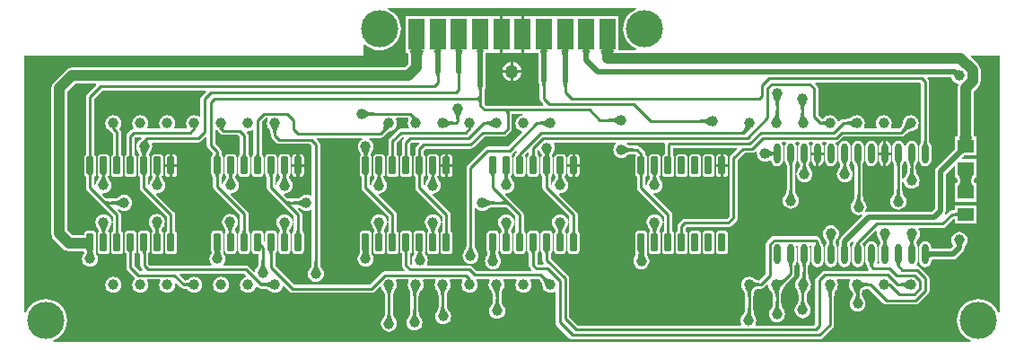
<source format=gbl>
G04 Layer_Physical_Order=2*
G04 Layer_Color=16711680*
%FSLAX42Y42*%
%MOMM*%
G71*
G01*
G75*
%ADD10C,0.25*%
%ADD11C,0.50*%
%ADD12C,3.50*%
%ADD13C,1.00*%
%ADD14C,1.27*%
%ADD15R,1.50X1.25*%
%ADD16R,1.50X3.00*%
%ADD17O,0.60X1.90*%
G04:AMPARAMS|DCode=18|XSize=0.6mm|YSize=1.65mm|CornerRadius=0.05mm|HoleSize=0mm|Usage=FLASHONLY|Rotation=180.000|XOffset=0mm|YOffset=0mm|HoleType=Round|Shape=RoundedRectangle|*
%AMROUNDEDRECTD18*
21,1,0.60,1.55,0,0,180.0*
21,1,0.50,1.65,0,0,180.0*
1,1,0.10,-0.25,0.77*
1,1,0.10,0.25,0.77*
1,1,0.10,0.25,-0.77*
1,1,0.10,-0.25,-0.77*
%
%ADD18ROUNDEDRECTD18*%
%ADD19C,1.00*%
G36*
X2059Y1684D02*
X2059Y1680D01*
X2071D01*
X2069Y1680D01*
X2067Y1679D01*
X2065Y1678D01*
X2063Y1676D01*
X2062Y1674D01*
X2061Y1671D01*
X2060Y1670D01*
X2061Y1663D01*
X2063Y1654D01*
X2065Y1645D01*
X2068Y1637D01*
X2071Y1629D01*
X2075Y1621D01*
X2080Y1614D01*
X2084Y1608D01*
X2008D01*
X2012Y1614D01*
X2017Y1621D01*
X2021Y1629D01*
X2024Y1637D01*
X2027Y1645D01*
X2029Y1654D01*
X2031Y1663D01*
X2032Y1669D01*
X2031Y1671D01*
X2030Y1674D01*
X2029Y1676D01*
X2027Y1678D01*
X2025Y1679D01*
X2023Y1680D01*
X2021Y1680D01*
X2033D01*
X2033Y1684D01*
X2033Y1694D01*
X2059D01*
X2059Y1684D01*
D02*
G37*
G36*
X744Y982D02*
X746Y956D01*
X748D01*
X747Y956D01*
X746Y954D01*
X746Y952D01*
X746Y950D01*
X747Y941D01*
X751Y927D01*
X753Y921D01*
X755Y917D01*
X757Y913D01*
X744D01*
X744Y905D01*
X694D01*
X694Y913D01*
X681D01*
X683Y917D01*
X685Y921D01*
X687Y927D01*
X689Y934D01*
X691Y941D01*
X692Y952D01*
X692Y954D01*
X691Y956D01*
X690Y956D01*
X692D01*
X693Y960D01*
X693Y970D01*
X694Y994D01*
X744D01*
X744Y982D01*
D02*
G37*
G36*
X859Y1684D02*
X859Y1680D01*
X871D01*
X869Y1680D01*
X867Y1679D01*
X865Y1678D01*
X863Y1676D01*
X862Y1674D01*
X861Y1671D01*
X860Y1670D01*
X861Y1663D01*
X863Y1654D01*
X865Y1645D01*
X868Y1637D01*
X871Y1629D01*
X875Y1621D01*
X880Y1614D01*
X884Y1608D01*
X808D01*
X812Y1614D01*
X817Y1621D01*
X821Y1629D01*
X824Y1637D01*
X827Y1645D01*
X829Y1654D01*
X831Y1663D01*
X832Y1669D01*
X831Y1671D01*
X830Y1674D01*
X829Y1676D01*
X827Y1678D01*
X825Y1679D01*
X823Y1680D01*
X821Y1680D01*
X833D01*
X833Y1684D01*
X833Y1694D01*
X859D01*
X859Y1684D01*
D02*
G37*
G36*
X1367D02*
X1367Y1680D01*
X1379D01*
X1377Y1680D01*
X1375Y1679D01*
X1373Y1678D01*
X1371Y1676D01*
X1370Y1674D01*
X1369Y1671D01*
X1368Y1670D01*
X1369Y1663D01*
X1371Y1654D01*
X1373Y1645D01*
X1376Y1637D01*
X1379Y1629D01*
X1383Y1621D01*
X1388Y1614D01*
X1392Y1608D01*
X1316D01*
X1320Y1614D01*
X1325Y1621D01*
X1329Y1629D01*
X1332Y1637D01*
X1335Y1645D01*
X1337Y1654D01*
X1339Y1663D01*
X1340Y1669D01*
X1339Y1671D01*
X1338Y1674D01*
X1337Y1676D01*
X1335Y1678D01*
X1333Y1679D01*
X1331Y1680D01*
X1329Y1680D01*
X1341D01*
X1341Y1684D01*
X1341Y1694D01*
X1367D01*
X1367Y1684D01*
D02*
G37*
G36*
X1946Y982D02*
X1948Y950D01*
X1949Y941D01*
X1953Y927D01*
X1955Y921D01*
X1957Y917D01*
X1959Y913D01*
X1946D01*
X1946Y906D01*
X1896Y905D01*
X1896Y913D01*
X1883D01*
X1885Y917D01*
X1887Y921D01*
X1889Y927D01*
X1891Y934D01*
X1893Y941D01*
X1894Y949D01*
X1893Y951D01*
X1892Y954D01*
X1891Y955D01*
X1890Y956D01*
X1894D01*
X1895Y960D01*
X1895Y970D01*
X1896Y994D01*
X1946D01*
X1946Y982D01*
D02*
G37*
G36*
X8109Y838D02*
X8107Y837D01*
X8106Y835D01*
X8106Y833D01*
X8105Y831D01*
X8104Y828D01*
X8104Y824D01*
X8103Y816D01*
X8103Y810D01*
X8078D01*
X8078Y816D01*
X8077Y828D01*
X8076Y831D01*
X8075Y833D01*
X8075Y835D01*
X8074Y837D01*
X8072Y838D01*
X8071Y838D01*
X8110D01*
X8109Y838D01*
D02*
G37*
G36*
X7478Y844D02*
X7476Y843D01*
X7474Y841D01*
X7473Y839D01*
X7471Y835D01*
X7470Y831D01*
X7469Y826D01*
X7469Y821D01*
X7468Y815D01*
X7468Y808D01*
X7443D01*
X7443Y815D01*
X7442Y826D01*
X7441Y831D01*
X7440Y835D01*
X7438Y839D01*
X7437Y841D01*
X7435Y843D01*
X7433Y844D01*
X7430Y845D01*
X7481D01*
X7478Y844D01*
D02*
G37*
G36*
X3843Y978D02*
X3845Y957D01*
X3845Y956D01*
X3855Y957D01*
X3853Y956D01*
X3851Y955D01*
X3849Y954D01*
X3847Y952D01*
X3846Y951D01*
X3847Y948D01*
X3849Y939D01*
X3852Y931D01*
X3855Y923D01*
X3859Y915D01*
X3864Y908D01*
X3868Y902D01*
X3792D01*
X3796Y908D01*
X3801Y915D01*
X3805Y923D01*
X3808Y931D01*
X3811Y939D01*
X3813Y948D01*
X3814Y950D01*
X3813Y951D01*
X3811Y953D01*
X3809Y954D01*
X3807Y955D01*
X3805Y955D01*
X3815Y955D01*
X3815Y957D01*
X3816Y967D01*
X3817Y978D01*
X3817Y988D01*
X3843D01*
X3843Y978D01*
D02*
G37*
G36*
X8359Y834D02*
X8358Y833D01*
X8358Y832D01*
X8358Y831D01*
X8358Y830D01*
X8357Y822D01*
X8357Y815D01*
X8332D01*
X8332Y819D01*
X8331Y832D01*
X8331Y833D01*
X8330Y834D01*
X8330Y834D01*
X8359D01*
X8359Y834D01*
D02*
G37*
G36*
X1123Y955D02*
X1121Y954D01*
X1119Y953D01*
X1117Y951D01*
X1116Y949D01*
X1115Y946D01*
X1114Y943D01*
X1113Y939D01*
X1113Y934D01*
X1113Y930D01*
X1087D01*
X1087Y934D01*
X1087Y939D01*
X1086Y943D01*
X1085Y946D01*
X1084Y949D01*
X1083Y951D01*
X1081Y953D01*
X1079Y954D01*
X1077Y955D01*
X1075Y955D01*
X1125D01*
X1123Y955D01*
D02*
G37*
G36*
X2567Y1682D02*
X2567Y1680D01*
X2579D01*
X2577Y1680D01*
X2575Y1679D01*
X2573Y1678D01*
X2571Y1676D01*
X2570Y1674D01*
X2569Y1671D01*
X2568Y1669D01*
X2569Y1661D01*
X2571Y1652D01*
X2573Y1643D01*
X2576Y1635D01*
X2579Y1627D01*
X2583Y1619D01*
X2588Y1612D01*
X2592Y1606D01*
X2516D01*
X2520Y1612D01*
X2525Y1619D01*
X2529Y1627D01*
X2532Y1635D01*
X2535Y1643D01*
X2537Y1652D01*
X2539Y1661D01*
X2540Y1669D01*
X2539Y1671D01*
X2538Y1674D01*
X2537Y1676D01*
X2535Y1678D01*
X2533Y1679D01*
X2531Y1680D01*
X2529Y1680D01*
X2541D01*
X2541Y1682D01*
X2541Y1692D01*
X2567D01*
X2567Y1682D01*
D02*
G37*
G36*
X7343Y1538D02*
X7345Y1517D01*
X7347Y1508D01*
X7349Y1499D01*
X7352Y1491D01*
X7355Y1483D01*
X7359Y1475D01*
X7364Y1468D01*
X7368Y1462D01*
X7292D01*
X7296Y1468D01*
X7301Y1475D01*
X7305Y1483D01*
X7308Y1491D01*
X7311Y1499D01*
X7313Y1508D01*
X7315Y1517D01*
X7316Y1527D01*
X7317Y1538D01*
X7317Y1548D01*
X7343D01*
X7343Y1538D01*
D02*
G37*
G36*
X9050Y1672D02*
X9046Y1669D01*
X9042Y1664D01*
X9039Y1657D01*
X9036Y1648D01*
X9034Y1637D01*
X9032Y1626D01*
X9034Y1608D01*
X9036Y1597D01*
X9039Y1588D01*
X9042Y1581D01*
X9046Y1576D01*
X9050Y1573D01*
X9055Y1572D01*
X8905D01*
X8910Y1573D01*
X8914Y1576D01*
X8918Y1581D01*
X8921Y1588D01*
X8924Y1597D01*
X8926Y1608D01*
X8928Y1619D01*
X8926Y1637D01*
X8924Y1648D01*
X8921Y1657D01*
X8918Y1664D01*
X8914Y1669D01*
X8910Y1672D01*
X8905Y1673D01*
X9055D01*
X9050Y1672D01*
D02*
G37*
G36*
X3459Y1682D02*
X3459Y1680D01*
X3471D01*
X3469Y1680D01*
X3467Y1679D01*
X3465Y1678D01*
X3463Y1676D01*
X3462Y1674D01*
X3461Y1671D01*
X3460Y1669D01*
X3461Y1661D01*
X3463Y1652D01*
X3465Y1643D01*
X3468Y1635D01*
X3471Y1627D01*
X3475Y1619D01*
X3480Y1612D01*
X3484Y1606D01*
X3408D01*
X3412Y1612D01*
X3417Y1619D01*
X3421Y1627D01*
X3424Y1635D01*
X3427Y1643D01*
X3429Y1652D01*
X3431Y1661D01*
X3432Y1669D01*
X3431Y1671D01*
X3430Y1674D01*
X3429Y1676D01*
X3427Y1678D01*
X3425Y1679D01*
X3423Y1680D01*
X3421Y1680D01*
X3433D01*
X3433Y1682D01*
X3433Y1692D01*
X3459D01*
X3459Y1682D01*
D02*
G37*
G36*
X5167Y1684D02*
X5167Y1680D01*
X5179D01*
X5177Y1680D01*
X5175Y1679D01*
X5173Y1678D01*
X5171Y1676D01*
X5170Y1674D01*
X5169Y1671D01*
X5168Y1670D01*
X5169Y1663D01*
X5171Y1654D01*
X5173Y1645D01*
X5176Y1637D01*
X5179Y1629D01*
X5183Y1621D01*
X5188Y1614D01*
X5192Y1608D01*
X5116D01*
X5120Y1614D01*
X5125Y1621D01*
X5129Y1629D01*
X5132Y1637D01*
X5135Y1645D01*
X5137Y1654D01*
X5139Y1663D01*
X5140Y1669D01*
X5139Y1671D01*
X5138Y1674D01*
X5137Y1676D01*
X5135Y1678D01*
X5133Y1679D01*
X5131Y1680D01*
X5129Y1680D01*
X5141D01*
X5141Y1684D01*
X5141Y1694D01*
X5167D01*
X5167Y1684D01*
D02*
G37*
G36*
X6059D02*
X6059Y1680D01*
X6071D01*
X6069Y1680D01*
X6067Y1679D01*
X6065Y1678D01*
X6063Y1676D01*
X6062Y1674D01*
X6061Y1671D01*
X6060Y1670D01*
X6061Y1663D01*
X6063Y1654D01*
X6065Y1645D01*
X6068Y1637D01*
X6071Y1629D01*
X6075Y1621D01*
X6080Y1614D01*
X6084Y1608D01*
X6008D01*
X6012Y1614D01*
X6017Y1621D01*
X6021Y1629D01*
X6024Y1637D01*
X6027Y1645D01*
X6029Y1654D01*
X6031Y1663D01*
X6032Y1669D01*
X6031Y1671D01*
X6030Y1674D01*
X6029Y1676D01*
X6027Y1678D01*
X6025Y1679D01*
X6023Y1680D01*
X6021Y1680D01*
X6033D01*
X6033Y1684D01*
X6033Y1694D01*
X6059D01*
X6059Y1684D01*
D02*
G37*
G36*
X3967Y1682D02*
X3967Y1680D01*
X3979D01*
X3977Y1680D01*
X3975Y1679D01*
X3973Y1678D01*
X3971Y1676D01*
X3970Y1674D01*
X3969Y1671D01*
X3968Y1669D01*
X3969Y1661D01*
X3971Y1652D01*
X3973Y1643D01*
X3976Y1635D01*
X3979Y1627D01*
X3983Y1619D01*
X3988Y1612D01*
X3992Y1606D01*
X3916D01*
X3920Y1612D01*
X3925Y1619D01*
X3929Y1627D01*
X3932Y1635D01*
X3935Y1643D01*
X3937Y1652D01*
X3939Y1661D01*
X3940Y1669D01*
X3939Y1671D01*
X3938Y1674D01*
X3937Y1676D01*
X3935Y1678D01*
X3933Y1679D01*
X3931Y1680D01*
X3929Y1680D01*
X3941D01*
X3941Y1682D01*
X3941Y1692D01*
X3967D01*
X3967Y1682D01*
D02*
G37*
G36*
X4659Y1684D02*
X4659Y1680D01*
X4671D01*
X4669Y1680D01*
X4667Y1679D01*
X4665Y1678D01*
X4663Y1676D01*
X4662Y1674D01*
X4661Y1671D01*
X4660Y1670D01*
X4661Y1663D01*
X4663Y1654D01*
X4665Y1645D01*
X4668Y1637D01*
X4671Y1629D01*
X4675Y1621D01*
X4680Y1614D01*
X4684Y1608D01*
X4608D01*
X4612Y1614D01*
X4617Y1621D01*
X4621Y1629D01*
X4624Y1637D01*
X4627Y1645D01*
X4629Y1654D01*
X4631Y1663D01*
X4632Y1669D01*
X4631Y1671D01*
X4630Y1674D01*
X4629Y1676D01*
X4627Y1678D01*
X4625Y1679D01*
X4623Y1680D01*
X4621Y1680D01*
X4633D01*
X4633Y1684D01*
X4633Y1694D01*
X4659D01*
X4659Y1684D01*
D02*
G37*
G36*
X7351Y844D02*
X7349Y843D01*
X7347Y841D01*
X7346Y839D01*
X7344Y835D01*
X7343Y831D01*
X7342Y826D01*
X7342Y821D01*
X7341Y815D01*
X7341Y808D01*
X7316D01*
X7316Y815D01*
X7315Y826D01*
X7314Y831D01*
X7313Y835D01*
X7311Y839D01*
X7310Y841D01*
X7308Y843D01*
X7306Y844D01*
X7303Y845D01*
X7354D01*
X7351Y844D01*
D02*
G37*
G36*
X2863Y848D02*
X2865Y827D01*
X2867Y818D01*
X2869Y809D01*
X2872Y801D01*
X2875Y793D01*
X2879Y785D01*
X2884Y778D01*
X2888Y772D01*
X2812D01*
X2816Y778D01*
X2821Y785D01*
X2825Y793D01*
X2828Y801D01*
X2831Y809D01*
X2833Y818D01*
X2835Y827D01*
X2836Y837D01*
X2837Y848D01*
X2837Y858D01*
X2863D01*
X2863Y848D01*
D02*
G37*
G36*
X7988Y1793D02*
X7987Y1791D01*
X7986Y1788D01*
X7985Y1786D01*
X7984Y1782D01*
X7984Y1779D01*
X7983Y1771D01*
X7983Y1767D01*
X7983Y1762D01*
X7957Y1755D01*
X7957Y1762D01*
X7956Y1773D01*
X7955Y1777D01*
X7954Y1780D01*
X7953Y1783D01*
X7951Y1785D01*
X7949Y1787D01*
X7947Y1787D01*
X7945Y1787D01*
X7989Y1795D01*
X7988Y1793D01*
D02*
G37*
G36*
X7473Y1794D02*
X7481Y1795D01*
X7480Y1793D01*
X7478Y1790D01*
X7477Y1787D01*
X7476Y1784D01*
X7475Y1781D01*
X7474Y1777D01*
X7474Y1777D01*
X7475Y1767D01*
X7477Y1758D01*
X7479Y1749D01*
X7482Y1741D01*
X7485Y1733D01*
X7489Y1725D01*
X7494Y1718D01*
X7498Y1712D01*
X7422D01*
X7426Y1718D01*
X7431Y1725D01*
X7435Y1733D01*
X7438Y1741D01*
X7441Y1749D01*
X7443Y1758D01*
X7445Y1767D01*
X7446Y1775D01*
X7445Y1778D01*
X7444Y1781D01*
X7443Y1784D01*
X7441Y1787D01*
X7439Y1788D01*
X7437Y1789D01*
X7435Y1789D01*
X7447Y1790D01*
X7447Y1798D01*
X7473D01*
X7473Y1794D01*
D02*
G37*
G36*
X2363Y858D02*
X2365Y837D01*
X2367Y828D01*
X2369Y819D01*
X2372Y811D01*
X2375Y803D01*
X2379Y795D01*
X2384Y788D01*
X2388Y782D01*
X2312D01*
X2316Y788D01*
X2321Y795D01*
X2325Y803D01*
X2328Y811D01*
X2331Y819D01*
X2333Y828D01*
X2335Y837D01*
X2336Y847D01*
X2337Y858D01*
X2337Y868D01*
X2363D01*
X2363Y858D01*
D02*
G37*
G36*
X7291Y683D02*
X7282Y674D01*
X7246Y634D01*
X7243Y629D01*
X7241Y625D01*
X7239Y622D01*
X7211Y684D01*
X7218Y682D01*
X7224Y681D01*
X7231Y681D01*
X7238Y682D01*
X7245Y685D01*
X7253Y688D01*
X7261Y693D01*
X7268Y698D01*
X7276Y705D01*
X7285Y713D01*
X7291Y683D01*
D02*
G37*
G36*
X1658Y611D02*
X1656Y613D01*
X1653Y616D01*
X1649Y618D01*
X1645Y620D01*
X1639Y622D01*
X1633Y623D01*
X1627Y624D01*
X1619Y625D01*
X1602Y625D01*
Y651D01*
X1611Y651D01*
X1627Y652D01*
X1633Y653D01*
X1639Y654D01*
X1645Y656D01*
X1649Y658D01*
X1653Y660D01*
X1656Y663D01*
X1658Y665D01*
Y611D01*
D02*
G37*
G36*
X7352Y1792D02*
X7350Y1789D01*
X7348Y1785D01*
X7347Y1782D01*
X7346Y1778D01*
X7345Y1774D01*
X7344Y1771D01*
X7343Y1767D01*
X7343Y1763D01*
X7343Y1758D01*
X7317Y1757D01*
X7317Y1764D01*
X7316Y1775D01*
X7315Y1780D01*
X7314Y1784D01*
X7313Y1787D01*
X7311Y1790D01*
X7309Y1791D01*
X7307Y1792D01*
X7305Y1793D01*
X7354Y1795D01*
X7352Y1792D01*
D02*
G37*
G36*
X7468Y753D02*
X7468Y741D01*
X7470Y720D01*
X7471Y710D01*
X7475Y693D01*
X7477Y686D01*
X7480Y679D01*
X7483Y672D01*
X7487Y667D01*
X7412Y675D01*
X7418Y681D01*
X7423Y687D01*
X7428Y694D01*
X7432Y702D01*
X7435Y710D01*
X7438Y718D01*
X7440Y727D01*
X7442Y737D01*
X7442Y747D01*
X7443Y758D01*
X7468Y753D01*
D02*
G37*
G36*
X4995Y723D02*
X5011Y710D01*
X5019Y705D01*
X5027Y700D01*
X5035Y696D01*
X5043Y693D01*
X5051Y691D01*
X5059Y689D01*
X5067Y688D01*
X5012Y633D01*
X5011Y641D01*
X5009Y649D01*
X5007Y657D01*
X5004Y665D01*
X5000Y673D01*
X4995Y681D01*
X4990Y689D01*
X4984Y697D01*
X4977Y705D01*
X4969Y713D01*
X4987Y731D01*
X4995Y723D01*
D02*
G37*
G36*
X1942Y1680D02*
X1940Y1679D01*
X1938Y1678D01*
X1936Y1676D01*
X1935Y1674D01*
X1934Y1671D01*
X1933Y1668D01*
X1932Y1664D01*
X1932Y1659D01*
X1932Y1655D01*
X1906D01*
X1906Y1659D01*
X1906Y1664D01*
X1905Y1668D01*
X1904Y1671D01*
X1903Y1674D01*
X1902Y1676D01*
X1900Y1678D01*
X1898Y1679D01*
X1896Y1680D01*
X1894Y1680D01*
X1944D01*
X1942Y1680D01*
D02*
G37*
G36*
X2450D02*
X2448Y1679D01*
X2446Y1678D01*
X2444Y1676D01*
X2443Y1674D01*
X2442Y1671D01*
X2441Y1668D01*
X2440Y1664D01*
X2440Y1659D01*
X2440Y1655D01*
X2414D01*
X2414Y1659D01*
X2414Y1664D01*
X2413Y1668D01*
X2412Y1671D01*
X2411Y1674D01*
X2410Y1676D01*
X2408Y1678D01*
X2406Y1679D01*
X2404Y1680D01*
X2402Y1680D01*
X2452D01*
X2450Y1680D01*
D02*
G37*
G36*
X742D02*
X740Y1679D01*
X738Y1678D01*
X736Y1676D01*
X735Y1674D01*
X734Y1671D01*
X733Y1668D01*
X732Y1664D01*
X732Y1659D01*
X732Y1655D01*
X706D01*
X706Y1659D01*
X706Y1664D01*
X705Y1668D01*
X704Y1671D01*
X703Y1674D01*
X702Y1676D01*
X700Y1678D01*
X698Y1679D01*
X696Y1680D01*
X694Y1680D01*
X744D01*
X742Y1680D01*
D02*
G37*
G36*
X1250D02*
X1248Y1679D01*
X1246Y1678D01*
X1244Y1676D01*
X1243Y1674D01*
X1242Y1671D01*
X1241Y1668D01*
X1240Y1664D01*
X1240Y1659D01*
X1240Y1655D01*
X1214D01*
X1214Y1659D01*
X1214Y1664D01*
X1213Y1668D01*
X1212Y1671D01*
X1211Y1674D01*
X1210Y1676D01*
X1208Y1678D01*
X1206Y1679D01*
X1204Y1680D01*
X1202Y1680D01*
X1252D01*
X1250Y1680D01*
D02*
G37*
G36*
X3342D02*
X3340Y1679D01*
X3338Y1678D01*
X3336Y1676D01*
X3335Y1674D01*
X3334Y1671D01*
X3333Y1668D01*
X3332Y1664D01*
X3332Y1659D01*
X3332Y1655D01*
X3306D01*
X3306Y1659D01*
X3306Y1664D01*
X3305Y1668D01*
X3304Y1671D01*
X3303Y1674D01*
X3302Y1676D01*
X3300Y1678D01*
X3298Y1679D01*
X3296Y1680D01*
X3294Y1680D01*
X3344D01*
X3342Y1680D01*
D02*
G37*
G36*
X5050D02*
X5048Y1679D01*
X5046Y1678D01*
X5044Y1676D01*
X5043Y1674D01*
X5042Y1671D01*
X5041Y1668D01*
X5040Y1664D01*
X5040Y1659D01*
X5040Y1655D01*
X5014D01*
X5014Y1659D01*
X5014Y1664D01*
X5013Y1668D01*
X5012Y1671D01*
X5011Y1674D01*
X5010Y1676D01*
X5008Y1678D01*
X5006Y1679D01*
X5004Y1680D01*
X5002Y1680D01*
X5052D01*
X5050Y1680D01*
D02*
G37*
G36*
X5942D02*
X5940Y1679D01*
X5938Y1678D01*
X5936Y1676D01*
X5935Y1674D01*
X5934Y1671D01*
X5933Y1668D01*
X5932Y1664D01*
X5932Y1659D01*
X5932Y1655D01*
X5906D01*
X5906Y1659D01*
X5906Y1664D01*
X5905Y1668D01*
X5904Y1671D01*
X5903Y1674D01*
X5902Y1676D01*
X5900Y1678D01*
X5898Y1679D01*
X5896Y1680D01*
X5894Y1680D01*
X5944D01*
X5942Y1680D01*
D02*
G37*
G36*
X3850D02*
X3848Y1679D01*
X3846Y1678D01*
X3844Y1676D01*
X3843Y1674D01*
X3842Y1671D01*
X3841Y1668D01*
X3840Y1664D01*
X3840Y1659D01*
X3840Y1655D01*
X3814D01*
X3814Y1659D01*
X3814Y1664D01*
X3813Y1668D01*
X3812Y1671D01*
X3811Y1674D01*
X3810Y1676D01*
X3808Y1678D01*
X3806Y1679D01*
X3804Y1680D01*
X3802Y1680D01*
X3852D01*
X3850Y1680D01*
D02*
G37*
G36*
X4542D02*
X4540Y1679D01*
X4538Y1678D01*
X4536Y1676D01*
X4535Y1674D01*
X4534Y1671D01*
X4533Y1668D01*
X4532Y1664D01*
X4532Y1659D01*
X4532Y1655D01*
X4506D01*
X4506Y1659D01*
X4506Y1664D01*
X4505Y1668D01*
X4504Y1671D01*
X4503Y1674D01*
X4502Y1676D01*
X4500Y1678D01*
X4498Y1679D01*
X4496Y1680D01*
X4494Y1680D01*
X4544D01*
X4542Y1680D01*
D02*
G37*
G36*
X6080Y1188D02*
X6075Y1181D01*
X6071Y1173D01*
X6068Y1165D01*
X6065Y1157D01*
X6063Y1148D01*
X6061Y1139D01*
X6060Y1131D01*
X6061Y1129D01*
X6062Y1126D01*
X6063Y1124D01*
X6065Y1122D01*
X6067Y1121D01*
X6069Y1120D01*
X6071Y1120D01*
X6059D01*
X6059Y1118D01*
X6059Y1108D01*
X6033D01*
X6033Y1118D01*
X6033Y1120D01*
X6021D01*
X6023Y1120D01*
X6025Y1121D01*
X6027Y1122D01*
X6029Y1124D01*
X6030Y1126D01*
X6031Y1129D01*
X6032Y1131D01*
X6031Y1139D01*
X6029Y1148D01*
X6027Y1157D01*
X6024Y1165D01*
X6021Y1173D01*
X6017Y1181D01*
X6012Y1188D01*
X6008Y1194D01*
X6084D01*
X6080Y1188D01*
D02*
G37*
G36*
X2588Y1188D02*
X2583Y1181D01*
X2579Y1173D01*
X2576Y1165D01*
X2573Y1157D01*
X2571Y1148D01*
X2569Y1139D01*
X2568Y1131D01*
X2569Y1129D01*
X2570Y1126D01*
X2571Y1124D01*
X2573Y1122D01*
X2575Y1121D01*
X2577Y1120D01*
X2579Y1120D01*
X2567D01*
X2567Y1118D01*
X2567Y1108D01*
X2541D01*
X2541Y1118D01*
X2541Y1120D01*
X2529D01*
X2531Y1120D01*
X2533Y1121D01*
X2535Y1122D01*
X2537Y1124D01*
X2538Y1126D01*
X2539Y1129D01*
X2540Y1131D01*
X2539Y1139D01*
X2537Y1148D01*
X2535Y1157D01*
X2532Y1165D01*
X2529Y1173D01*
X2525Y1181D01*
X2520Y1188D01*
X2516Y1194D01*
X2592D01*
X2588Y1188D01*
D02*
G37*
G36*
X880Y1188D02*
X875Y1181D01*
X871Y1173D01*
X868Y1165D01*
X865Y1157D01*
X863Y1148D01*
X861Y1139D01*
X860Y1131D01*
X861Y1129D01*
X862Y1126D01*
X863Y1124D01*
X865Y1122D01*
X867Y1121D01*
X869Y1120D01*
X871Y1120D01*
X859D01*
X859Y1118D01*
X859Y1108D01*
X833D01*
X833Y1118D01*
X833Y1120D01*
X821D01*
X823Y1120D01*
X825Y1121D01*
X827Y1122D01*
X829Y1124D01*
X830Y1126D01*
X831Y1129D01*
X832Y1131D01*
X831Y1139D01*
X829Y1148D01*
X827Y1157D01*
X824Y1165D01*
X821Y1173D01*
X817Y1181D01*
X812Y1188D01*
X808Y1194D01*
X884D01*
X880Y1188D01*
D02*
G37*
G36*
X4680D02*
X4675Y1181D01*
X4671Y1173D01*
X4668Y1165D01*
X4665Y1157D01*
X4663Y1148D01*
X4661Y1139D01*
X4660Y1131D01*
X4661Y1129D01*
X4662Y1126D01*
X4663Y1124D01*
X4665Y1122D01*
X4667Y1121D01*
X4669Y1120D01*
X4671Y1120D01*
X4659D01*
X4659Y1118D01*
X4659Y1108D01*
X4633D01*
X4633Y1118D01*
X4633Y1120D01*
X4621D01*
X4623Y1120D01*
X4625Y1121D01*
X4627Y1122D01*
X4629Y1124D01*
X4630Y1126D01*
X4631Y1129D01*
X4632Y1131D01*
X4631Y1139D01*
X4629Y1148D01*
X4627Y1157D01*
X4624Y1165D01*
X4621Y1173D01*
X4617Y1181D01*
X4612Y1188D01*
X4608Y1194D01*
X4684D01*
X4680Y1188D01*
D02*
G37*
G36*
X3480Y1188D02*
X3475Y1181D01*
X3471Y1173D01*
X3468Y1165D01*
X3465Y1157D01*
X3463Y1148D01*
X3461Y1139D01*
X3460Y1131D01*
X3461Y1129D01*
X3462Y1126D01*
X3463Y1124D01*
X3465Y1122D01*
X3467Y1121D01*
X3469Y1120D01*
X3471Y1120D01*
X3459D01*
X3459Y1118D01*
X3459Y1108D01*
X3433D01*
X3433Y1118D01*
X3433Y1120D01*
X3421D01*
X3423Y1120D01*
X3425Y1121D01*
X3427Y1122D01*
X3429Y1124D01*
X3430Y1126D01*
X3431Y1129D01*
X3432Y1131D01*
X3431Y1139D01*
X3429Y1148D01*
X3427Y1157D01*
X3424Y1165D01*
X3421Y1173D01*
X3417Y1181D01*
X3412Y1188D01*
X3408Y1194D01*
X3484D01*
X3480Y1188D01*
D02*
G37*
G36*
X2450Y955D02*
X2448Y954D01*
X2446Y953D01*
X2444Y951D01*
X2443Y949D01*
X2442Y946D01*
X2441Y943D01*
X2440Y939D01*
X2440Y934D01*
X2440Y930D01*
X2414D01*
X2414Y934D01*
X2414Y939D01*
X2413Y943D01*
X2412Y946D01*
X2411Y949D01*
X2410Y951D01*
X2408Y953D01*
X2406Y954D01*
X2404Y955D01*
X2402Y955D01*
X2452D01*
X2450Y955D01*
D02*
G37*
G36*
X5188Y1188D02*
X5183Y1181D01*
X5179Y1173D01*
X5176Y1165D01*
X5173Y1157D01*
X5171Y1148D01*
X5169Y1139D01*
X5168Y1131D01*
X5169Y1129D01*
X5170Y1126D01*
X5171Y1124D01*
X5173Y1122D01*
X5175Y1121D01*
X5177Y1120D01*
X5179Y1120D01*
X5167D01*
X5167Y1118D01*
X5167Y1108D01*
X5141D01*
X5141Y1118D01*
X5141Y1120D01*
X5129D01*
X5131Y1120D01*
X5133Y1121D01*
X5135Y1122D01*
X5137Y1124D01*
X5138Y1126D01*
X5139Y1129D01*
X5140Y1131D01*
X5139Y1139D01*
X5137Y1148D01*
X5135Y1157D01*
X5132Y1165D01*
X5129Y1173D01*
X5125Y1181D01*
X5120Y1188D01*
X5116Y1194D01*
X5192D01*
X5188Y1188D01*
D02*
G37*
G36*
X3988Y1188D02*
X3983Y1181D01*
X3979Y1173D01*
X3976Y1165D01*
X3973Y1157D01*
X3971Y1148D01*
X3969Y1139D01*
X3968Y1131D01*
X3969Y1129D01*
X3970Y1126D01*
X3971Y1124D01*
X3973Y1122D01*
X3975Y1121D01*
X3977Y1120D01*
X3979Y1120D01*
X3967D01*
X3967Y1118D01*
X3967Y1108D01*
X3941D01*
X3941Y1118D01*
X3941Y1120D01*
X3929D01*
X3931Y1120D01*
X3933Y1121D01*
X3935Y1122D01*
X3937Y1124D01*
X3938Y1126D01*
X3939Y1129D01*
X3940Y1131D01*
X3939Y1139D01*
X3937Y1148D01*
X3935Y1157D01*
X3932Y1165D01*
X3929Y1173D01*
X3925Y1181D01*
X3920Y1188D01*
X3916Y1194D01*
X3992D01*
X3988Y1188D01*
D02*
G37*
G36*
X3723Y955D02*
X3721Y954D01*
X3719Y953D01*
X3717Y951D01*
X3716Y949D01*
X3715Y946D01*
X3714Y943D01*
X3713Y939D01*
X3713Y934D01*
X3713Y930D01*
X3687D01*
X3687Y934D01*
X3687Y939D01*
X3686Y943D01*
X3685Y946D01*
X3684Y949D01*
X3683Y951D01*
X3681Y953D01*
X3679Y954D01*
X3677Y955D01*
X3675Y955D01*
X3725D01*
X3723Y955D01*
D02*
G37*
G36*
X2330Y1040D02*
X2331Y1036D01*
X2331Y1033D01*
X2333Y1029D01*
X2334Y1026D01*
X2336Y1022D01*
X2339Y1018D01*
X2341Y1015D01*
X2345Y1011D01*
X2348Y1007D01*
X2341Y979D01*
X2339Y980D01*
X2337Y982D01*
X2335Y983D01*
X2334Y983D01*
X2333Y982D01*
X2332Y981D01*
X2331Y980D01*
X2330Y978D01*
X2330Y975D01*
X2330Y971D01*
Y1043D01*
X2330Y1040D01*
D02*
G37*
G36*
X8505Y1080D02*
X8501Y1073D01*
X8497Y1066D01*
X8493Y1058D01*
X8491Y1049D01*
X8488Y1041D01*
X8487Y1031D01*
X8485Y1023D01*
X8486Y1019D01*
X8487Y1015D01*
X8489Y1011D01*
X8490Y1009D01*
X8492Y1007D01*
X8494Y1006D01*
X8497Y1005D01*
X8484D01*
X8484Y1000D01*
X8459D01*
X8459Y1005D01*
X8446D01*
X8449Y1006D01*
X8451Y1007D01*
X8453Y1009D01*
X8454Y1011D01*
X8456Y1015D01*
X8457Y1019D01*
X8457Y1022D01*
X8456Y1031D01*
X8455Y1041D01*
X8452Y1049D01*
X8450Y1058D01*
X8446Y1066D01*
X8442Y1073D01*
X8438Y1080D01*
X8433Y1086D01*
X8510D01*
X8505Y1080D01*
D02*
G37*
G36*
X4323Y1018D02*
X4325Y997D01*
X4327Y988D01*
X4329Y979D01*
X4332Y971D01*
X4335Y963D01*
X4339Y955D01*
X4344Y948D01*
X4348Y942D01*
X4272D01*
X4276Y948D01*
X4281Y955D01*
X4285Y963D01*
X4288Y971D01*
X4291Y979D01*
X4293Y988D01*
X4295Y997D01*
X4296Y1007D01*
X4297Y1018D01*
X4297Y1028D01*
X4323D01*
X4323Y1018D01*
D02*
G37*
G36*
X5050Y955D02*
X5048Y954D01*
X5046Y953D01*
X5044Y951D01*
X5043Y949D01*
X5042Y946D01*
X5041Y943D01*
X5040Y939D01*
X5040Y934D01*
X5040Y930D01*
X5014D01*
X5014Y934D01*
X5014Y939D01*
X5013Y943D01*
X5012Y946D01*
X5011Y949D01*
X5010Y951D01*
X5008Y953D01*
X5006Y954D01*
X5004Y955D01*
X5002Y955D01*
X5052D01*
X5050Y955D01*
D02*
G37*
G36*
X4923D02*
X4921Y954D01*
X4919Y953D01*
X4917Y951D01*
X4916Y949D01*
X4915Y946D01*
X4914Y943D01*
X4913Y939D01*
X4913Y934D01*
X4913Y930D01*
X4887D01*
X4887Y934D01*
X4887Y939D01*
X4886Y943D01*
X4885Y946D01*
X4884Y949D01*
X4883Y951D01*
X4881Y953D01*
X4879Y954D01*
X4877Y955D01*
X4875Y955D01*
X4925D01*
X4923Y955D01*
D02*
G37*
G36*
X7595Y1033D02*
X7596Y1022D01*
X7596Y1020D01*
X7597Y1018D01*
X7597Y1016D01*
X7598Y1015D01*
X7599Y1014D01*
X7600Y1014D01*
X7565D01*
X7566Y1014D01*
X7567Y1015D01*
X7568Y1016D01*
X7568Y1018D01*
X7569Y1020D01*
X7569Y1022D01*
X7569Y1025D01*
X7570Y1033D01*
X7570Y1038D01*
X7595D01*
X7595Y1033D01*
D02*
G37*
G36*
X7977Y1016D02*
X7950D01*
X7950Y1016D01*
X7950Y1017D01*
X7950Y1018D01*
X7951Y1021D01*
X7951Y1034D01*
X7976D01*
X7977Y1016D01*
D02*
G37*
G36*
X8251Y1084D02*
X8247Y1077D01*
X8243Y1070D01*
X8239Y1062D01*
X8237Y1053D01*
X8234Y1045D01*
X8233Y1035D01*
X8231Y1025D01*
X8231Y1025D01*
X8231Y1024D01*
X8232Y1019D01*
X8233Y1015D01*
X8235Y1011D01*
X8236Y1009D01*
X8238Y1007D01*
X8240Y1006D01*
X8243Y1005D01*
X8230D01*
X8230Y1004D01*
X8205D01*
X8205Y1005D01*
X8192D01*
X8195Y1006D01*
X8197Y1007D01*
X8199Y1009D01*
X8200Y1011D01*
X8202Y1015D01*
X8203Y1019D01*
X8204Y1024D01*
X8202Y1035D01*
X8201Y1045D01*
X8198Y1053D01*
X8196Y1062D01*
X8192Y1070D01*
X8188Y1077D01*
X8184Y1084D01*
X8179Y1090D01*
X8256D01*
X8251Y1084D01*
D02*
G37*
G36*
X7862Y1005D02*
X7811D01*
X7811Y1006D01*
X7811Y1007D01*
X7811Y1012D01*
X7811Y1047D01*
X7861D01*
X7862Y1005D01*
D02*
G37*
G36*
X986Y1141D02*
X986Y1136D01*
X987Y1132D01*
X988Y1129D01*
X989Y1126D01*
X990Y1124D01*
X992Y1122D01*
X994Y1121D01*
X996Y1120D01*
X998Y1120D01*
X948D01*
X950Y1120D01*
X952Y1121D01*
X954Y1122D01*
X956Y1124D01*
X957Y1126D01*
X958Y1129D01*
X959Y1132D01*
X960Y1136D01*
X960Y1141D01*
X960Y1145D01*
X986D01*
X986Y1141D01*
D02*
G37*
G36*
X2728Y1372D02*
X2722Y1376D01*
X2715Y1381D01*
X2707Y1385D01*
X2699Y1388D01*
X2691Y1391D01*
X2682Y1393D01*
X2673Y1395D01*
X2663Y1396D01*
X2652Y1397D01*
X2642Y1397D01*
Y1423D01*
X2652Y1423D01*
X2673Y1425D01*
X2682Y1427D01*
X2691Y1429D01*
X2699Y1432D01*
X2707Y1435D01*
X2715Y1439D01*
X2722Y1444D01*
X2728Y1448D01*
Y1372D01*
D02*
G37*
G36*
X4458Y1444D02*
X4465Y1439D01*
X4473Y1435D01*
X4481Y1432D01*
X4489Y1429D01*
X4498Y1427D01*
X4507Y1425D01*
X4517Y1424D01*
X4528Y1423D01*
X4538Y1423D01*
Y1397D01*
X4528Y1397D01*
X4507Y1395D01*
X4498Y1393D01*
X4489Y1391D01*
X4481Y1388D01*
X4473Y1385D01*
X4465Y1381D01*
X4458Y1376D01*
X4452Y1372D01*
Y1448D01*
X4458Y1444D01*
D02*
G37*
G36*
X8906Y1275D02*
X8905Y1277D01*
X8905Y1279D01*
X8903Y1281D01*
X8901Y1283D01*
X8899Y1284D01*
X8896Y1285D01*
X8893Y1286D01*
X8889Y1287D01*
X8885Y1287D01*
X8880Y1287D01*
Y1313D01*
X8885Y1313D01*
X8889Y1313D01*
X8893Y1314D01*
X8896Y1315D01*
X8899Y1316D01*
X8901Y1317D01*
X8903Y1319D01*
X8905Y1321D01*
X8905Y1323D01*
X8906Y1325D01*
Y1275D01*
D02*
G37*
G36*
X1008Y1372D02*
X1002Y1376D01*
X995Y1381D01*
X987Y1385D01*
X979Y1388D01*
X971Y1391D01*
X962Y1393D01*
X953Y1395D01*
X943Y1396D01*
X932Y1397D01*
X922Y1397D01*
X922Y1423D01*
X932Y1423D01*
X953Y1425D01*
X962Y1427D01*
X971Y1429D01*
X979Y1432D01*
X987Y1435D01*
X995Y1439D01*
X1002Y1444D01*
X1008Y1448D01*
Y1372D01*
D02*
G37*
G36*
X2561Y1437D02*
X2565Y1434D01*
X2569Y1432D01*
X2573Y1429D01*
X2577Y1427D01*
X2582Y1426D01*
X2586Y1424D01*
X2591Y1423D01*
X2596Y1423D01*
X2601Y1423D01*
X2626Y1397D01*
X2621Y1397D01*
X2618Y1397D01*
X2615Y1396D01*
X2613Y1394D01*
X2612Y1393D01*
X2611Y1391D01*
X2612Y1388D01*
X2613Y1386D01*
X2615Y1383D01*
X2619Y1379D01*
X2561Y1401D01*
X2557Y1441D01*
X2561Y1437D01*
D02*
G37*
G36*
X7983Y1478D02*
X7985Y1457D01*
X7987Y1448D01*
X7989Y1439D01*
X7992Y1431D01*
X7995Y1423D01*
X7999Y1415D01*
X8004Y1408D01*
X8008Y1402D01*
X7932D01*
X7936Y1408D01*
X7941Y1415D01*
X7945Y1423D01*
X7948Y1431D01*
X7951Y1439D01*
X7953Y1448D01*
X7955Y1457D01*
X7956Y1467D01*
X7957Y1478D01*
X7957Y1488D01*
X7983D01*
X7983Y1478D01*
D02*
G37*
G36*
X1253Y955D02*
X1251Y954D01*
X1249Y952D01*
X1248Y950D01*
X1247Y947D01*
X1245Y944D01*
X1245Y941D01*
X1244Y938D01*
X1244Y934D01*
X1244Y930D01*
X1218D01*
X1218Y934D01*
X1218Y939D01*
X1217Y943D01*
X1216Y946D01*
X1215Y949D01*
X1214Y951D01*
X1212Y953D01*
X1210Y954D01*
X1208Y955D01*
X1205Y955D01*
X1256Y956D01*
X1253Y955D01*
D02*
G37*
G36*
X4669Y1419D02*
X4687Y1401D01*
X4673Y1379D01*
X4669Y1383D01*
X4665Y1386D01*
X4661Y1388D01*
X4657Y1391D01*
X4653Y1393D01*
X4648Y1394D01*
X4644Y1396D01*
X4639Y1397D01*
X4634Y1397D01*
X4629Y1397D01*
X4604Y1423D01*
X4609Y1423D01*
X4612Y1423D01*
X4615Y1424D01*
X4617Y1426D01*
X4619Y1427D01*
X4619Y1429D01*
X4618Y1432D01*
X4617Y1434D01*
X4615Y1437D01*
X4611Y1441D01*
X4669Y1419D01*
D02*
G37*
G36*
X851Y1437D02*
X855Y1434D01*
X859Y1432D01*
X863Y1429D01*
X867Y1427D01*
X872Y1426D01*
X876Y1424D01*
X881Y1423D01*
X886Y1423D01*
X891Y1423D01*
X916Y1397D01*
X911Y1397D01*
X908Y1397D01*
X905Y1396D01*
X903Y1394D01*
X902Y1393D01*
X901Y1391D01*
X902Y1389D01*
X903Y1386D01*
X905Y1383D01*
X909Y1379D01*
X851Y1401D01*
X847Y1441D01*
X851Y1437D01*
D02*
G37*
G36*
X2694Y1141D02*
X2694Y1136D01*
X2695Y1132D01*
X2696Y1129D01*
X2697Y1126D01*
X2698Y1124D01*
X2700Y1122D01*
X2702Y1121D01*
X2704Y1120D01*
X2706Y1120D01*
X2656D01*
X2658Y1120D01*
X2660Y1121D01*
X2662Y1122D01*
X2664Y1124D01*
X2665Y1126D01*
X2666Y1129D01*
X2667Y1132D01*
X2668Y1136D01*
X2668Y1141D01*
X2668Y1145D01*
X2694D01*
X2694Y1141D01*
D02*
G37*
G36*
X3586D02*
X3586Y1136D01*
X3587Y1132D01*
X3588Y1129D01*
X3589Y1126D01*
X3590Y1124D01*
X3592Y1122D01*
X3594Y1121D01*
X3596Y1120D01*
X3598Y1120D01*
X3548D01*
X3550Y1120D01*
X3552Y1121D01*
X3554Y1122D01*
X3556Y1124D01*
X3557Y1126D01*
X3558Y1129D01*
X3559Y1132D01*
X3560Y1136D01*
X3560Y1141D01*
X3560Y1145D01*
X3586D01*
X3586Y1141D01*
D02*
G37*
G36*
X1494D02*
X1494Y1136D01*
X1495Y1132D01*
X1496Y1129D01*
X1497Y1126D01*
X1498Y1124D01*
X1500Y1122D01*
X1502Y1121D01*
X1504Y1120D01*
X1506Y1120D01*
X1456D01*
X1458Y1120D01*
X1460Y1121D01*
X1462Y1122D01*
X1464Y1124D01*
X1465Y1126D01*
X1466Y1129D01*
X1467Y1132D01*
X1468Y1136D01*
X1468Y1141D01*
X1468Y1145D01*
X1494D01*
X1494Y1141D01*
D02*
G37*
G36*
X2186D02*
X2186Y1136D01*
X2187Y1132D01*
X2188Y1129D01*
X2189Y1126D01*
X2190Y1124D01*
X2192Y1122D01*
X2194Y1121D01*
X2196Y1120D01*
X2198Y1120D01*
X2148D01*
X2150Y1120D01*
X2152Y1121D01*
X2154Y1122D01*
X2156Y1124D01*
X2157Y1126D01*
X2158Y1129D01*
X2159Y1132D01*
X2160Y1136D01*
X2160Y1141D01*
X2160Y1145D01*
X2186D01*
X2186Y1141D01*
D02*
G37*
G36*
X4094D02*
X4094Y1136D01*
X4095Y1132D01*
X4096Y1129D01*
X4097Y1126D01*
X4098Y1124D01*
X4100Y1122D01*
X4102Y1121D01*
X4104Y1120D01*
X4106Y1120D01*
X4056D01*
X4058Y1120D01*
X4060Y1121D01*
X4062Y1122D01*
X4064Y1124D01*
X4065Y1126D01*
X4066Y1129D01*
X4067Y1132D01*
X4068Y1136D01*
X4068Y1141D01*
X4068Y1145D01*
X4094D01*
X4094Y1141D01*
D02*
G37*
G36*
X6186D02*
X6186Y1136D01*
X6187Y1132D01*
X6188Y1129D01*
X6189Y1126D01*
X6190Y1124D01*
X6192Y1122D01*
X6194Y1121D01*
X6196Y1120D01*
X6198Y1120D01*
X6148D01*
X6150Y1120D01*
X6152Y1121D01*
X6154Y1122D01*
X6156Y1124D01*
X6157Y1126D01*
X6158Y1129D01*
X6159Y1132D01*
X6160Y1136D01*
X6160Y1141D01*
X6160Y1145D01*
X6186D01*
X6186Y1141D01*
D02*
G37*
G36*
X6313D02*
X6313Y1136D01*
X6314Y1132D01*
X6315Y1129D01*
X6316Y1126D01*
X6317Y1124D01*
X6319Y1122D01*
X6321Y1121D01*
X6323Y1120D01*
X6325Y1120D01*
X6275D01*
X6277Y1120D01*
X6279Y1121D01*
X6281Y1122D01*
X6283Y1124D01*
X6284Y1126D01*
X6285Y1129D01*
X6286Y1132D01*
X6287Y1136D01*
X6287Y1141D01*
X6287Y1145D01*
X6313D01*
X6313Y1141D01*
D02*
G37*
G36*
X4786D02*
X4786Y1136D01*
X4787Y1132D01*
X4788Y1129D01*
X4789Y1126D01*
X4790Y1124D01*
X4792Y1122D01*
X4794Y1121D01*
X4796Y1120D01*
X4798Y1120D01*
X4748D01*
X4750Y1120D01*
X4752Y1121D01*
X4754Y1122D01*
X4756Y1124D01*
X4757Y1126D01*
X4758Y1129D01*
X4759Y1132D01*
X4760Y1136D01*
X4760Y1141D01*
X4760Y1145D01*
X4786D01*
X4786Y1141D01*
D02*
G37*
G36*
X5294D02*
X5294Y1136D01*
X5295Y1132D01*
X5296Y1129D01*
X5297Y1126D01*
X5298Y1124D01*
X5300Y1122D01*
X5302Y1121D01*
X5304Y1120D01*
X5306Y1120D01*
X5256D01*
X5258Y1120D01*
X5260Y1121D01*
X5262Y1122D01*
X5264Y1124D01*
X5265Y1126D01*
X5266Y1129D01*
X5267Y1132D01*
X5268Y1136D01*
X5268Y1141D01*
X5268Y1145D01*
X5294D01*
X5294Y1141D01*
D02*
G37*
G36*
X2429Y600D02*
X2423Y605D01*
X2416Y610D01*
X2408Y614D01*
X2400Y618D01*
X2392Y621D01*
X2383Y623D01*
X2374Y625D01*
X2364Y626D01*
X2354Y627D01*
X2343Y627D01*
X2344Y653D01*
X2355Y653D01*
X2376Y655D01*
X2385Y657D01*
X2394Y659D01*
X2402Y661D01*
X2410Y665D01*
X2418Y668D01*
X2424Y672D01*
X2431Y677D01*
X2429Y600D01*
D02*
G37*
G36*
X5698Y2152D02*
X5692Y2156D01*
X5685Y2161D01*
X5677Y2165D01*
X5669Y2168D01*
X5661Y2171D01*
X5652Y2173D01*
X5643Y2175D01*
X5633Y2176D01*
X5622Y2177D01*
X5612Y2177D01*
Y2203D01*
X5622Y2203D01*
X5643Y2205D01*
X5652Y2207D01*
X5661Y2209D01*
X5669Y2212D01*
X5677Y2215D01*
X5685Y2219D01*
X5692Y2224D01*
X5698Y2228D01*
Y2152D01*
D02*
G37*
G36*
X4224Y2262D02*
X4219Y2255D01*
X4215Y2247D01*
X4212Y2239D01*
X4209Y2231D01*
X4207Y2222D01*
X4205Y2213D01*
X4204Y2203D01*
X4203Y2192D01*
X4203Y2182D01*
X4177D01*
X4177Y2192D01*
X4175Y2213D01*
X4173Y2222D01*
X4171Y2231D01*
X4168Y2239D01*
X4165Y2247D01*
X4161Y2255D01*
X4156Y2262D01*
X4152Y2268D01*
X4228D01*
X4224Y2262D01*
D02*
G37*
G36*
X6558Y2142D02*
X6552Y2146D01*
X6545Y2151D01*
X6537Y2155D01*
X6529Y2158D01*
X6521Y2161D01*
X6512Y2163D01*
X6503Y2165D01*
X6493Y2166D01*
X6482Y2167D01*
X6472Y2167D01*
Y2193D01*
X6482Y2193D01*
X6503Y2195D01*
X6512Y2197D01*
X6521Y2199D01*
X6529Y2202D01*
X6537Y2205D01*
X6545Y2209D01*
X6552Y2214D01*
X6558Y2218D01*
Y2142D01*
D02*
G37*
G36*
X7922Y2124D02*
X7916Y2128D01*
X7909Y2133D01*
X7901Y2137D01*
X7893Y2140D01*
X7885Y2143D01*
X7876Y2145D01*
X7867Y2147D01*
X7857Y2148D01*
X7846Y2149D01*
X7836Y2149D01*
Y2175D01*
X7846Y2175D01*
X7867Y2177D01*
X7876Y2179D01*
X7885Y2181D01*
X7893Y2184D01*
X7901Y2187D01*
X7909Y2191D01*
X7916Y2196D01*
X7922Y2200D01*
Y2124D01*
D02*
G37*
G36*
X7656Y2138D02*
X7655Y2140D01*
X7652Y2142D01*
X7649Y2144D01*
X7645Y2145D01*
X7641Y2146D01*
X7636Y2147D01*
X7630Y2148D01*
X7616Y2149D01*
X7608Y2149D01*
Y2175D01*
X7616Y2175D01*
X7636Y2177D01*
X7641Y2178D01*
X7645Y2179D01*
X7649Y2180D01*
X7652Y2182D01*
X7655Y2184D01*
X7656Y2186D01*
Y2138D01*
D02*
G37*
G36*
X3319Y2284D02*
X3325Y2279D01*
X3333Y2275D01*
X3341Y2272D01*
X3349Y2269D01*
X3358Y2267D01*
X3367Y2265D01*
X3377Y2264D01*
X3388Y2263D01*
X3398Y2263D01*
Y2237D01*
X3388Y2237D01*
X3367Y2235D01*
X3358Y2233D01*
X3349Y2231D01*
X3341Y2228D01*
X3333Y2225D01*
X3325Y2221D01*
X3319Y2217D01*
X3312Y2212D01*
Y2289D01*
X3319Y2284D01*
D02*
G37*
G36*
X4698Y2276D02*
X4693Y2275D01*
X4689Y2275D01*
X4685Y2273D01*
X4682Y2272D01*
X4679Y2269D01*
X4677Y2267D01*
X4675Y2263D01*
X4674Y2259D01*
X4673Y2255D01*
X4673Y2250D01*
X4647D01*
X4647Y2255D01*
X4646Y2259D01*
X4645Y2263D01*
X4643Y2267D01*
X4641Y2269D01*
X4638Y2272D01*
X4635Y2273D01*
X4631Y2275D01*
X4627Y2275D01*
X4622Y2276D01*
X4660Y2301D01*
X4698Y2276D01*
D02*
G37*
G36*
X7474Y2352D02*
X7469Y2345D01*
X7465Y2337D01*
X7462Y2329D01*
X7459Y2321D01*
X7457Y2312D01*
X7455Y2303D01*
X7454Y2293D01*
X7453Y2282D01*
X7453Y2277D01*
X7453Y2271D01*
X7454Y2261D01*
X7455Y2251D01*
X7457Y2242D01*
X7460Y2233D01*
X7463Y2225D01*
X7467Y2217D01*
X7472Y2210D01*
X7477Y2203D01*
X7482Y2197D01*
X7406Y2192D01*
X7410Y2198D01*
X7414Y2205D01*
X7417Y2212D01*
X7420Y2219D01*
X7422Y2228D01*
X7424Y2237D01*
X7425Y2246D01*
X7427Y2267D01*
X7427Y2275D01*
X7427Y2282D01*
X7425Y2303D01*
X7423Y2312D01*
X7421Y2321D01*
X7418Y2329D01*
X7415Y2337D01*
X7411Y2345D01*
X7406Y2352D01*
X7402Y2358D01*
X7478D01*
X7474Y2352D01*
D02*
G37*
G36*
X3757Y2251D02*
X3797Y2216D01*
X3802Y2213D01*
X3807Y2210D01*
X3810Y2208D01*
X3751Y2191D01*
X3753Y2195D01*
X3755Y2199D01*
X3755Y2203D01*
X3754Y2207D01*
X3752Y2212D01*
X3750Y2217D01*
X3747Y2223D01*
X3742Y2229D01*
X3737Y2235D01*
X3731Y2241D01*
X3749Y2259D01*
X3757Y2251D01*
D02*
G37*
G36*
X7213Y2278D02*
X7213Y2266D01*
X7214Y2245D01*
X7216Y2235D01*
X7218Y2227D01*
X7220Y2218D01*
X7222Y2211D01*
X7225Y2204D01*
X7229Y2197D01*
X7232Y2191D01*
X7157Y2198D01*
X7163Y2204D01*
X7168Y2211D01*
X7173Y2218D01*
X7177Y2225D01*
X7180Y2233D01*
X7183Y2242D01*
X7185Y2251D01*
X7186Y2261D01*
X7187Y2271D01*
X7187Y2282D01*
X7213Y2278D01*
D02*
G37*
G36*
X6953Y2114D02*
X6949Y2113D01*
X6944Y2110D01*
X6938Y2107D01*
X6932Y2103D01*
X6919Y2092D01*
X6904Y2079D01*
X6887Y2063D01*
X6868Y2080D01*
X6875Y2087D01*
X6881Y2094D01*
X6886Y2100D01*
X6889Y2107D01*
X6892Y2113D01*
X6894Y2119D01*
X6895Y2125D01*
X6895Y2130D01*
X6895Y2136D01*
X6893Y2141D01*
X6953Y2114D01*
D02*
G37*
G36*
X3550Y2113D02*
X3545Y2112D01*
X3539Y2110D01*
X3533Y2106D01*
X3527Y2103D01*
X3520Y2098D01*
X3506Y2086D01*
X3490Y2072D01*
X3481Y2063D01*
X3456Y2074D01*
X3464Y2082D01*
X3471Y2090D01*
X3476Y2098D01*
X3481Y2106D01*
X3485Y2114D01*
X3487Y2122D01*
X3489Y2129D01*
X3490Y2137D01*
X3490Y2144D01*
X3489Y2152D01*
X3550Y2113D01*
D02*
G37*
G36*
X2494Y2122D02*
X2490Y2117D01*
X2486Y2110D01*
X2483Y2103D01*
X2481Y2095D01*
X2479Y2087D01*
X2477Y2078D01*
X2476Y2069D01*
X2475Y2059D01*
X2475Y2048D01*
X2449D01*
X2449Y2059D01*
X2447Y2078D01*
X2445Y2087D01*
X2443Y2095D01*
X2441Y2103D01*
X2438Y2110D01*
X2434Y2117D01*
X2430Y2122D01*
X2425Y2128D01*
X2499D01*
X2494Y2122D01*
D02*
G37*
G36*
X1269Y2011D02*
X1254Y1984D01*
X1206Y1984D01*
X1251Y2029D01*
X1269Y2011D01*
D02*
G37*
G36*
X9030Y2088D02*
X9034Y2043D01*
X9036Y2032D01*
X9039Y2023D01*
X9042Y2016D01*
X9046Y2011D01*
X9050Y2008D01*
X9055Y2007D01*
X8905D01*
X8910Y2008D01*
X8914Y2011D01*
X8918Y2016D01*
X8921Y2023D01*
X8924Y2032D01*
X8926Y2043D01*
X8928Y2056D01*
X8930Y2088D01*
X8930Y2107D01*
X9030D01*
X9030Y2088D01*
D02*
G37*
G36*
X4522Y2124D02*
X4516Y2128D01*
X4509Y2133D01*
X4501Y2137D01*
X4493Y2140D01*
X4485Y2143D01*
X4476Y2145D01*
X4467Y2147D01*
X4457Y2148D01*
X4446Y2149D01*
X4436Y2149D01*
Y2175D01*
X4446Y2175D01*
X4467Y2177D01*
X4476Y2179D01*
X4485Y2181D01*
X4493Y2184D01*
X4501Y2187D01*
X4509Y2191D01*
X4516Y2196D01*
X4522Y2200D01*
Y2124D01*
D02*
G37*
G36*
X5030D02*
X5024Y2128D01*
X5017Y2133D01*
X5009Y2137D01*
X5001Y2140D01*
X4993Y2143D01*
X4984Y2145D01*
X4975Y2147D01*
X4965Y2148D01*
X4954Y2149D01*
X4944Y2149D01*
Y2175D01*
X4954Y2175D01*
X4975Y2177D01*
X4984Y2179D01*
X4993Y2181D01*
X5001Y2184D01*
X5009Y2187D01*
X5017Y2191D01*
X5024Y2196D01*
X5030Y2200D01*
Y2124D01*
D02*
G37*
G36*
X4084Y2196D02*
X4091Y2191D01*
X4099Y2187D01*
X4107Y2184D01*
X4115Y2181D01*
X4124Y2179D01*
X4133Y2177D01*
X4143Y2176D01*
X4154Y2175D01*
X4164Y2175D01*
Y2149D01*
X4154Y2149D01*
X4133Y2147D01*
X4124Y2145D01*
X4115Y2143D01*
X4107Y2140D01*
X4099Y2137D01*
X4091Y2133D01*
X4084Y2128D01*
X4078Y2124D01*
Y2200D01*
X4084Y2196D01*
D02*
G37*
G36*
X8467Y2112D02*
X8459Y2111D01*
X8451Y2109D01*
X8443Y2107D01*
X8435Y2104D01*
X8427Y2100D01*
X8419Y2095D01*
X8411Y2090D01*
X8403Y2084D01*
X8395Y2077D01*
X8387Y2069D01*
X8369Y2087D01*
X8377Y2095D01*
X8390Y2111D01*
X8395Y2119D01*
X8400Y2127D01*
X8404Y2135D01*
X8407Y2143D01*
X8409Y2151D01*
X8411Y2159D01*
X8412Y2167D01*
X8467Y2112D01*
D02*
G37*
G36*
X1989Y2099D02*
X1971Y2081D01*
X1940Y2114D01*
X1975Y2117D01*
X1989Y2099D01*
D02*
G37*
G36*
X7234Y2402D02*
X7229Y2395D01*
X7225Y2387D01*
X7222Y2379D01*
X7219Y2371D01*
X7217Y2362D01*
X7215Y2353D01*
X7214Y2343D01*
X7213Y2332D01*
X7213Y2322D01*
X7187D01*
X7187Y2332D01*
X7185Y2353D01*
X7183Y2362D01*
X7181Y2371D01*
X7178Y2379D01*
X7175Y2387D01*
X7171Y2395D01*
X7166Y2402D01*
X7162Y2408D01*
X7238D01*
X7234Y2402D01*
D02*
G37*
G36*
X4245Y2850D02*
X4241Y2849D01*
X4237Y2846D01*
X4234Y2843D01*
X4231Y2838D01*
X4229Y2833D01*
X4227Y2826D01*
X4226Y2818D01*
X4225Y2810D01*
X4225Y2800D01*
X4175D01*
X4175Y2810D01*
X4174Y2818D01*
X4173Y2826D01*
X4171Y2833D01*
X4169Y2838D01*
X4166Y2843D01*
X4163Y2846D01*
X4159Y2849D01*
X4155Y2850D01*
X4150Y2851D01*
X4250D01*
X4245Y2850D01*
D02*
G37*
G36*
X4445D02*
X4441Y2849D01*
X4437Y2846D01*
X4434Y2843D01*
X4431Y2838D01*
X4429Y2833D01*
X4427Y2826D01*
X4426Y2818D01*
X4425Y2810D01*
X4425Y2800D01*
X4375D01*
X4375Y2810D01*
X4374Y2818D01*
X4373Y2826D01*
X4371Y2833D01*
X4369Y2838D01*
X4366Y2843D01*
X4363Y2846D01*
X4359Y2849D01*
X4355Y2850D01*
X4350Y2851D01*
X4450D01*
X4445Y2850D01*
D02*
G37*
G36*
X4045D02*
X4041Y2849D01*
X4037Y2846D01*
X4034Y2843D01*
X4031Y2838D01*
X4029Y2833D01*
X4027Y2826D01*
X4026Y2818D01*
X4025Y2810D01*
X4025Y2800D01*
X3975D01*
X3975Y2810D01*
X3974Y2818D01*
X3973Y2826D01*
X3971Y2833D01*
X3969Y2838D01*
X3966Y2843D01*
X3963Y2846D01*
X3959Y2849D01*
X3955Y2850D01*
X3950Y2851D01*
X4050D01*
X4045Y2850D01*
D02*
G37*
G36*
X3870Y2849D02*
X3866Y2846D01*
X3862Y2841D01*
X3859Y2834D01*
X3856Y2825D01*
X3854Y2814D01*
X3852Y2801D01*
X3850Y2769D01*
X3850Y2750D01*
X3750D01*
X3750Y2769D01*
X3746Y2814D01*
X3744Y2825D01*
X3741Y2834D01*
X3738Y2841D01*
X3734Y2846D01*
X3730Y2849D01*
X3725Y2850D01*
X3875D01*
X3870Y2849D01*
D02*
G37*
G36*
X5669Y2850D02*
X5665Y2848D01*
X5661Y2844D01*
X5658Y2839D01*
X5656Y2832D01*
X5654Y2824D01*
X5652Y2815D01*
X5651Y2803D01*
X5650Y2777D01*
X5550D01*
X5550Y2791D01*
X5548Y2815D01*
X5546Y2824D01*
X5544Y2832D01*
X5542Y2839D01*
X5539Y2844D01*
X5535Y2848D01*
X5531Y2850D01*
X5527Y2851D01*
X5673D01*
X5669Y2850D01*
D02*
G37*
G36*
X3553Y378D02*
X3555Y357D01*
X3557Y348D01*
X3559Y339D01*
X3562Y331D01*
X3565Y323D01*
X3569Y315D01*
X3574Y308D01*
X3578Y302D01*
X3502D01*
X3506Y308D01*
X3511Y315D01*
X3515Y323D01*
X3518Y331D01*
X3521Y339D01*
X3523Y348D01*
X3525Y357D01*
X3526Y367D01*
X3527Y378D01*
X3527Y388D01*
X3553D01*
X3553Y378D01*
D02*
G37*
G36*
X5877Y3237D02*
X5873Y3236D01*
X5838Y3217D01*
X5808Y3192D01*
X5783Y3162D01*
X5764Y3127D01*
X5753Y3089D01*
X5749Y3050D01*
X5753Y3011D01*
X5764Y2973D01*
X5783Y2938D01*
X5808Y2908D01*
X5838Y2883D01*
X5870Y2866D01*
X5866Y2853D01*
X5700D01*
Y3175D01*
X4813D01*
Y3000D01*
Y2825D01*
X4946D01*
X4946Y2824D01*
X4947Y2820D01*
X4948Y2815D01*
X4949Y2811D01*
Y2560D01*
X4953Y2540D01*
X4958Y2532D01*
X4959Y2530D01*
X4959Y2529D01*
X4959Y2529D01*
X4960Y2529D01*
X4960Y2528D01*
X4960Y2527D01*
X4961Y2525D01*
X4961Y2523D01*
X4961Y2519D01*
Y2390D01*
X4964Y2375D01*
X4973Y2363D01*
X4996Y2339D01*
X4991Y2327D01*
X4456D01*
X4439Y2344D01*
Y2469D01*
X4439Y2473D01*
X4439Y2475D01*
X4440Y2477D01*
X4440Y2478D01*
X4440Y2479D01*
X4441Y2479D01*
X4441Y2479D01*
X4441Y2480D01*
X4442Y2482D01*
X4447Y2490D01*
X4451Y2510D01*
Y2811D01*
X4452Y2815D01*
X4453Y2820D01*
X4454Y2824D01*
X4454Y2825D01*
X4587D01*
Y3000D01*
Y3175D01*
X3700D01*
Y2851D01*
X3699Y2850D01*
X3700Y2849D01*
Y2825D01*
X3717D01*
X3719Y2819D01*
X3720Y2811D01*
X3724Y2768D01*
X3724Y2762D01*
Y2722D01*
X3688Y2686D01*
X550D01*
X530Y2683D01*
X512Y2676D01*
X496Y2664D01*
X376Y2544D01*
X364Y2528D01*
X357Y2510D01*
X354Y2490D01*
Y1120D01*
X357Y1100D01*
X364Y1082D01*
X376Y1066D01*
X466Y976D01*
X482Y964D01*
X500Y957D01*
X520Y954D01*
X655D01*
X658Y951D01*
X664Y941D01*
X664Y939D01*
X663Y935D01*
X661Y931D01*
X661Y930D01*
X659Y928D01*
X659Y926D01*
X653Y919D01*
X646Y901D01*
X643Y881D01*
X646Y861D01*
X653Y843D01*
X665Y827D01*
X681Y815D01*
X699Y808D01*
X719Y805D01*
X739Y808D01*
X757Y815D01*
X773Y827D01*
X785Y843D01*
X792Y861D01*
X795Y881D01*
X792Y901D01*
X785Y919D01*
X779Y926D01*
X779Y928D01*
X777Y930D01*
X777Y931D01*
X775Y934D01*
X773Y946D01*
X773Y948D01*
X773Y948D01*
X775Y960D01*
Y1115D01*
X773Y1127D01*
X766Y1137D01*
X756Y1144D01*
X744Y1146D01*
X694D01*
X682Y1144D01*
X672Y1137D01*
X665Y1127D01*
X663Y1115D01*
Y1106D01*
X552D01*
X506Y1152D01*
Y2458D01*
X582Y2534D01*
X772D01*
X777Y2522D01*
X692Y2436D01*
X683Y2424D01*
X680Y2409D01*
Y1867D01*
X672Y1862D01*
X665Y1852D01*
X663Y1840D01*
Y1685D01*
X665Y1673D01*
X672Y1663D01*
X680Y1658D01*
Y1551D01*
X683Y1536D01*
X692Y1524D01*
X833Y1383D01*
X934Y1281D01*
Y1231D01*
X921Y1231D01*
X921Y1234D01*
X919Y1246D01*
X912Y1264D01*
X900Y1280D01*
X884Y1292D01*
X866Y1299D01*
X846Y1302D01*
X826Y1299D01*
X808Y1292D01*
X792Y1280D01*
X780Y1264D01*
X773Y1246D01*
X770Y1226D01*
X773Y1206D01*
X780Y1188D01*
X786Y1180D01*
X787Y1178D01*
X791Y1173D01*
X794Y1168D01*
X797Y1162D01*
X800Y1156D01*
X802Y1150D01*
X804Y1142D01*
X804Y1140D01*
X799Y1137D01*
X792Y1127D01*
X790Y1115D01*
Y960D01*
X792Y948D01*
X799Y938D01*
X809Y931D01*
X821Y929D01*
X871D01*
X883Y931D01*
X893Y938D01*
X900Y948D01*
X902Y960D01*
Y1115D01*
X900Y1127D01*
X893Y1137D01*
X888Y1140D01*
X888Y1142D01*
X890Y1150D01*
X892Y1156D01*
X895Y1162D01*
X898Y1168D01*
X901Y1173D01*
X905Y1178D01*
X906Y1180D01*
X912Y1188D01*
X919Y1206D01*
X921Y1218D01*
X921Y1221D01*
X934Y1221D01*
Y1142D01*
X926Y1137D01*
X919Y1127D01*
X917Y1115D01*
Y960D01*
X919Y948D01*
X926Y938D01*
X936Y931D01*
X948Y929D01*
X998D01*
X1010Y931D01*
X1020Y938D01*
X1027Y948D01*
X1029Y960D01*
Y1115D01*
X1027Y1127D01*
X1020Y1137D01*
X1012Y1142D01*
Y1297D01*
X1009Y1312D01*
X1000Y1324D01*
X982Y1343D01*
X991Y1352D01*
X992Y1351D01*
X994Y1350D01*
X1002Y1344D01*
X1020Y1337D01*
X1040Y1334D01*
X1060Y1337D01*
X1078Y1344D01*
X1094Y1356D01*
X1106Y1372D01*
X1113Y1390D01*
X1116Y1410D01*
X1113Y1430D01*
X1106Y1448D01*
X1094Y1464D01*
X1078Y1476D01*
X1060Y1483D01*
X1040Y1486D01*
X1020Y1483D01*
X1002Y1476D01*
X994Y1470D01*
X992Y1469D01*
X987Y1465D01*
X982Y1462D01*
X976Y1459D01*
X970Y1456D01*
X964Y1454D01*
X956Y1452D01*
X949Y1451D01*
X931Y1449D01*
X886D01*
X885Y1449D01*
X882Y1450D01*
X879Y1450D01*
X877Y1451D01*
X875Y1452D01*
X872Y1454D01*
X870Y1455D01*
X869Y1456D01*
X837Y1488D01*
X842Y1500D01*
X846Y1500D01*
X866Y1503D01*
X884Y1510D01*
X900Y1522D01*
X912Y1538D01*
X919Y1556D01*
X922Y1576D01*
X919Y1596D01*
X912Y1614D01*
X906Y1622D01*
X905Y1624D01*
X901Y1629D01*
X898Y1634D01*
X895Y1640D01*
X892Y1646D01*
X890Y1652D01*
X888Y1660D01*
X888Y1660D01*
X893Y1663D01*
X900Y1673D01*
X902Y1685D01*
Y1840D01*
X900Y1852D01*
X893Y1862D01*
X883Y1869D01*
X871Y1871D01*
X821D01*
X809Y1869D01*
X799Y1862D01*
X792Y1852D01*
X790Y1840D01*
Y1685D01*
X792Y1673D01*
X799Y1663D01*
X804Y1660D01*
X804Y1660D01*
X802Y1652D01*
X800Y1646D01*
X797Y1640D01*
X794Y1634D01*
X791Y1629D01*
X787Y1624D01*
X786Y1622D01*
X780Y1614D01*
X773Y1596D01*
X771Y1581D01*
X758Y1581D01*
Y1658D01*
X766Y1663D01*
X773Y1673D01*
X775Y1685D01*
Y1840D01*
X773Y1852D01*
X766Y1862D01*
X758Y1867D01*
Y2393D01*
X836Y2471D01*
X1810D01*
X1814Y2459D01*
X1773Y2417D01*
X1764Y2405D01*
X1761Y2390D01*
Y2226D01*
X1748Y2220D01*
X1738Y2228D01*
X1720Y2235D01*
X1700Y2238D01*
X1680Y2235D01*
X1662Y2228D01*
X1646Y2216D01*
X1634Y2200D01*
X1627Y2182D01*
X1624Y2162D01*
X1627Y2142D01*
X1634Y2124D01*
X1635Y2122D01*
X1629Y2110D01*
X1515D01*
X1510Y2121D01*
X1512Y2124D01*
X1519Y2142D01*
X1522Y2162D01*
X1519Y2182D01*
X1512Y2200D01*
X1500Y2216D01*
X1484Y2228D01*
X1466Y2235D01*
X1446Y2238D01*
X1426Y2235D01*
X1408Y2228D01*
X1392Y2216D01*
X1380Y2200D01*
X1373Y2182D01*
X1370Y2162D01*
X1373Y2142D01*
X1380Y2124D01*
X1382Y2121D01*
X1377Y2110D01*
X1261D01*
X1256Y2121D01*
X1258Y2124D01*
X1265Y2142D01*
X1268Y2162D01*
X1265Y2182D01*
X1258Y2200D01*
X1246Y2216D01*
X1230Y2228D01*
X1212Y2235D01*
X1192Y2238D01*
X1172Y2235D01*
X1154Y2228D01*
X1138Y2216D01*
X1126Y2200D01*
X1119Y2182D01*
X1116Y2162D01*
X1119Y2142D01*
X1126Y2124D01*
X1128Y2122D01*
X1122Y2108D01*
X1116Y2107D01*
X1103Y2098D01*
X1073Y2067D01*
X1064Y2055D01*
X1061Y2040D01*
Y1867D01*
X1053Y1862D01*
X1046Y1852D01*
X1044Y1840D01*
Y1685D01*
X1046Y1673D01*
X1053Y1663D01*
X1063Y1656D01*
X1075Y1654D01*
X1125D01*
X1137Y1656D01*
X1147Y1663D01*
X1154Y1673D01*
X1156Y1685D01*
Y1840D01*
X1154Y1852D01*
X1147Y1862D01*
X1139Y1867D01*
Y2024D01*
X1147Y2032D01*
X1200D01*
X1205Y2020D01*
X1200Y2014D01*
X1199Y2013D01*
X1189Y2003D01*
X1176Y1994D01*
X1164Y1978D01*
X1157Y1960D01*
X1154Y1940D01*
X1157Y1920D01*
X1164Y1902D01*
X1169Y1896D01*
X1170Y1894D01*
X1174Y1889D01*
X1176Y1884D01*
X1179Y1878D01*
X1181Y1872D01*
X1183Y1866D01*
X1184Y1864D01*
X1180Y1862D01*
X1173Y1852D01*
X1171Y1840D01*
Y1685D01*
X1173Y1673D01*
X1180Y1663D01*
X1188Y1658D01*
Y1553D01*
X1191Y1538D01*
X1200Y1526D01*
X1442Y1283D01*
Y1142D01*
X1434Y1137D01*
X1427Y1127D01*
X1425Y1115D01*
Y960D01*
X1427Y948D01*
X1434Y938D01*
X1444Y931D01*
X1456Y929D01*
X1506D01*
X1518Y931D01*
X1528Y938D01*
X1535Y948D01*
X1537Y960D01*
Y1115D01*
X1535Y1127D01*
X1528Y1137D01*
X1520Y1142D01*
Y1299D01*
X1517Y1314D01*
X1508Y1326D01*
X1347Y1488D01*
X1353Y1500D01*
X1354Y1500D01*
X1374Y1503D01*
X1392Y1510D01*
X1408Y1522D01*
X1420Y1538D01*
X1427Y1556D01*
X1430Y1576D01*
X1427Y1596D01*
X1420Y1614D01*
X1414Y1622D01*
X1413Y1624D01*
X1409Y1629D01*
X1406Y1634D01*
X1403Y1640D01*
X1400Y1646D01*
X1398Y1652D01*
X1396Y1660D01*
X1396Y1660D01*
X1401Y1663D01*
X1408Y1673D01*
X1410Y1685D01*
Y1840D01*
X1408Y1852D01*
X1401Y1862D01*
X1391Y1869D01*
X1379Y1871D01*
X1329D01*
X1317Y1869D01*
X1307Y1862D01*
X1300Y1852D01*
X1298Y1840D01*
Y1685D01*
X1300Y1673D01*
X1307Y1663D01*
X1312Y1660D01*
X1312Y1660D01*
X1310Y1652D01*
X1308Y1646D01*
X1305Y1640D01*
X1302Y1634D01*
X1299Y1629D01*
X1295Y1624D01*
X1294Y1622D01*
X1288Y1614D01*
X1281Y1596D01*
X1279Y1581D01*
X1266Y1581D01*
Y1658D01*
X1274Y1663D01*
X1281Y1673D01*
X1283Y1685D01*
Y1840D01*
X1281Y1852D01*
X1274Y1862D01*
X1272Y1863D01*
X1274Y1868D01*
X1276Y1874D01*
X1280Y1880D01*
X1283Y1885D01*
X1288Y1891D01*
X1289Y1893D01*
X1296Y1902D01*
X1303Y1920D01*
X1306Y1940D01*
X1303Y1960D01*
X1300Y1968D01*
X1308Y1981D01*
X1740D01*
X1755Y1984D01*
X1767Y1993D01*
X1809Y2034D01*
X1821Y2030D01*
Y1950D01*
X1824Y1935D01*
X1833Y1923D01*
X1877Y1879D01*
X1875Y1864D01*
X1872Y1862D01*
X1865Y1852D01*
X1863Y1840D01*
Y1685D01*
X1865Y1673D01*
X1872Y1663D01*
X1880Y1658D01*
Y1561D01*
X1883Y1546D01*
X1892Y1534D01*
X2134Y1291D01*
Y1142D01*
X2126Y1137D01*
X2119Y1127D01*
X2117Y1115D01*
Y960D01*
X2119Y948D01*
X2126Y938D01*
X2136Y931D01*
X2148Y929D01*
X2198D01*
X2210Y931D01*
X2220Y938D01*
X2227Y948D01*
X2229Y960D01*
Y1115D01*
X2227Y1127D01*
X2220Y1137D01*
X2212Y1142D01*
Y1307D01*
X2209Y1322D01*
X2200Y1334D01*
X2048Y1487D01*
X2052Y1501D01*
X2066Y1503D01*
X2084Y1510D01*
X2100Y1522D01*
X2112Y1538D01*
X2119Y1556D01*
X2122Y1576D01*
X2119Y1596D01*
X2112Y1614D01*
X2106Y1622D01*
X2105Y1624D01*
X2101Y1629D01*
X2098Y1634D01*
X2095Y1640D01*
X2092Y1646D01*
X2090Y1652D01*
X2088Y1660D01*
X2088Y1660D01*
X2093Y1663D01*
X2100Y1673D01*
X2102Y1685D01*
Y1840D01*
X2100Y1852D01*
X2093Y1862D01*
X2083Y1869D01*
X2071Y1871D01*
X2021D01*
X2009Y1869D01*
X1999Y1862D01*
X1992Y1852D01*
X1990Y1840D01*
Y1685D01*
X1992Y1673D01*
X1999Y1663D01*
X2004Y1660D01*
X2004Y1660D01*
X2002Y1652D01*
X2000Y1646D01*
X1997Y1640D01*
X1994Y1634D01*
X1991Y1629D01*
X1987Y1624D01*
X1986Y1622D01*
X1980Y1614D01*
X1973Y1596D01*
X1972Y1595D01*
X1959Y1588D01*
X1958Y1588D01*
Y1658D01*
X1966Y1663D01*
X1973Y1673D01*
X1975Y1685D01*
Y1840D01*
X1973Y1852D01*
X1966Y1862D01*
X1958Y1867D01*
Y1891D01*
X1955Y1906D01*
X1946Y1918D01*
X1899Y1966D01*
Y2093D01*
X1912Y2100D01*
X1916Y2096D01*
X1924Y2093D01*
X1927Y2089D01*
X1953Y2063D01*
X1965Y2054D01*
X1980Y2051D01*
X2114D01*
X2134Y2031D01*
Y1867D01*
X2126Y1862D01*
X2119Y1852D01*
X2117Y1840D01*
Y1685D01*
X2119Y1673D01*
X2126Y1663D01*
X2136Y1656D01*
X2148Y1654D01*
X2198D01*
X2210Y1656D01*
X2220Y1663D01*
X2227Y1673D01*
X2229Y1685D01*
Y1840D01*
X2227Y1852D01*
X2220Y1862D01*
X2212Y1867D01*
Y2047D01*
X2209Y2062D01*
X2201Y2074D01*
X2201Y2076D01*
X2207Y2086D01*
X2208Y2086D01*
X2228Y2089D01*
X2246Y2096D01*
X2250Y2099D01*
X2261Y2093D01*
Y1867D01*
X2253Y1862D01*
X2246Y1852D01*
X2244Y1840D01*
Y1685D01*
X2246Y1673D01*
X2253Y1663D01*
X2263Y1656D01*
X2275Y1654D01*
X2325D01*
X2337Y1656D01*
X2347Y1663D01*
X2354Y1673D01*
X2356Y1685D01*
Y1840D01*
X2354Y1852D01*
X2347Y1862D01*
X2339Y1867D01*
Y2174D01*
X2376Y2211D01*
X2391D01*
X2391Y2210D01*
X2396Y2199D01*
X2389Y2182D01*
X2386Y2162D01*
X2389Y2142D01*
X2396Y2124D01*
X2405Y2113D01*
X2406Y2111D01*
X2409Y2107D01*
X2412Y2103D01*
X2414Y2099D01*
X2417Y2093D01*
X2419Y2088D01*
X2420Y2081D01*
X2421Y2074D01*
X2423Y2057D01*
Y2048D01*
X2426Y2033D01*
X2435Y2021D01*
X2476Y1979D01*
X2489Y1970D01*
X2504Y1967D01*
X2788D01*
X2811Y1944D01*
Y1480D01*
X2800Y1475D01*
X2798Y1476D01*
X2780Y1483D01*
X2760Y1486D01*
X2740Y1483D01*
X2722Y1476D01*
X2714Y1470D01*
X2712Y1469D01*
X2707Y1465D01*
X2702Y1462D01*
X2696Y1459D01*
X2690Y1456D01*
X2684Y1454D01*
X2676Y1452D01*
X2669Y1451D01*
X2651Y1449D01*
X2596D01*
X2595Y1449D01*
X2592Y1450D01*
X2589Y1450D01*
X2587Y1451D01*
X2585Y1452D01*
X2582Y1454D01*
X2580Y1455D01*
X2579Y1456D01*
X2548Y1487D01*
X2552Y1494D01*
X2555Y1498D01*
X2574Y1501D01*
X2592Y1508D01*
X2608Y1520D01*
X2620Y1536D01*
X2627Y1554D01*
X2630Y1574D01*
X2627Y1594D01*
X2620Y1612D01*
X2614Y1620D01*
X2613Y1622D01*
X2609Y1627D01*
X2606Y1632D01*
X2603Y1638D01*
X2600Y1644D01*
X2598Y1650D01*
X2596Y1658D01*
X2596Y1660D01*
X2601Y1663D01*
X2608Y1673D01*
X2610Y1685D01*
Y1840D01*
X2608Y1852D01*
X2601Y1862D01*
X2591Y1869D01*
X2579Y1871D01*
X2529D01*
X2517Y1869D01*
X2507Y1862D01*
X2500Y1852D01*
X2498Y1840D01*
Y1685D01*
X2500Y1673D01*
X2507Y1663D01*
X2512Y1660D01*
X2512Y1658D01*
X2510Y1650D01*
X2508Y1644D01*
X2505Y1638D01*
X2502Y1632D01*
X2499Y1627D01*
X2495Y1622D01*
X2494Y1620D01*
X2488Y1612D01*
X2481Y1594D01*
X2479Y1579D01*
X2466Y1579D01*
Y1658D01*
X2474Y1663D01*
X2481Y1673D01*
X2483Y1685D01*
Y1840D01*
X2481Y1852D01*
X2474Y1862D01*
X2464Y1869D01*
X2452Y1871D01*
X2402D01*
X2390Y1869D01*
X2380Y1862D01*
X2373Y1852D01*
X2371Y1840D01*
Y1685D01*
X2373Y1673D01*
X2380Y1663D01*
X2388Y1658D01*
Y1553D01*
X2391Y1538D01*
X2400Y1526D01*
X2543Y1383D01*
X2642Y1283D01*
Y1231D01*
X2629Y1231D01*
X2629Y1234D01*
X2627Y1246D01*
X2620Y1264D01*
X2608Y1280D01*
X2592Y1292D01*
X2574Y1299D01*
X2554Y1302D01*
X2534Y1299D01*
X2516Y1292D01*
X2500Y1280D01*
X2488Y1264D01*
X2481Y1246D01*
X2478Y1226D01*
X2481Y1206D01*
X2488Y1188D01*
X2494Y1180D01*
X2495Y1178D01*
X2499Y1173D01*
X2502Y1168D01*
X2505Y1162D01*
X2508Y1156D01*
X2510Y1150D01*
X2512Y1142D01*
X2512Y1140D01*
X2507Y1137D01*
X2500Y1127D01*
X2498Y1115D01*
Y960D01*
X2500Y948D01*
X2507Y938D01*
X2517Y931D01*
X2529Y929D01*
X2579D01*
X2591Y931D01*
X2601Y938D01*
X2608Y948D01*
X2610Y960D01*
Y1115D01*
X2608Y1127D01*
X2601Y1137D01*
X2596Y1140D01*
X2596Y1142D01*
X2598Y1150D01*
X2600Y1156D01*
X2603Y1162D01*
X2606Y1168D01*
X2609Y1173D01*
X2613Y1178D01*
X2614Y1180D01*
X2620Y1188D01*
X2627Y1206D01*
X2629Y1218D01*
X2629Y1221D01*
X2642Y1221D01*
Y1142D01*
X2634Y1137D01*
X2627Y1127D01*
X2625Y1115D01*
Y960D01*
X2627Y948D01*
X2634Y938D01*
X2644Y931D01*
X2656Y929D01*
X2706D01*
X2718Y931D01*
X2728Y938D01*
X2735Y948D01*
X2737Y960D01*
Y1115D01*
X2735Y1127D01*
X2728Y1137D01*
X2720Y1142D01*
Y1299D01*
X2717Y1314D01*
X2708Y1326D01*
X2682Y1353D01*
X2689Y1364D01*
X2690Y1364D01*
X2696Y1361D01*
X2702Y1358D01*
X2707Y1355D01*
X2712Y1351D01*
X2714Y1350D01*
X2722Y1344D01*
X2740Y1337D01*
X2760Y1334D01*
X2780Y1337D01*
X2798Y1344D01*
X2800Y1345D01*
X2811Y1340D01*
Y849D01*
X2810Y840D01*
X2809Y831D01*
X2808Y824D01*
X2806Y816D01*
X2804Y810D01*
X2801Y804D01*
X2798Y798D01*
X2795Y793D01*
X2791Y788D01*
X2790Y786D01*
X2784Y778D01*
X2777Y760D01*
X2774Y740D01*
X2777Y720D01*
X2784Y702D01*
X2796Y686D01*
X2812Y674D01*
X2830Y667D01*
X2850Y664D01*
X2870Y667D01*
X2888Y674D01*
X2904Y686D01*
X2916Y702D01*
X2923Y720D01*
X2926Y740D01*
X2923Y760D01*
X2916Y778D01*
X2910Y786D01*
X2909Y788D01*
X2905Y793D01*
X2902Y798D01*
X2899Y804D01*
X2896Y810D01*
X2894Y816D01*
X2892Y824D01*
X2891Y831D01*
X2889Y849D01*
Y1960D01*
X2886Y1975D01*
X2877Y1987D01*
X2856Y2009D01*
X2860Y2021D01*
X3286D01*
X3288Y2008D01*
X3282Y2006D01*
X3266Y1994D01*
X3254Y1978D01*
X3247Y1960D01*
X3244Y1940D01*
X3247Y1920D01*
X3254Y1902D01*
X3260Y1895D01*
X3261Y1893D01*
X3265Y1887D01*
X3268Y1882D01*
X3271Y1877D01*
X3273Y1871D01*
X3275Y1864D01*
X3275Y1864D01*
X3272Y1862D01*
X3265Y1852D01*
X3263Y1840D01*
Y1685D01*
X3265Y1673D01*
X3272Y1663D01*
X3280Y1658D01*
Y1551D01*
X3283Y1536D01*
X3292Y1524D01*
X3534Y1281D01*
Y1231D01*
X3521Y1231D01*
X3521Y1234D01*
X3519Y1246D01*
X3512Y1264D01*
X3500Y1280D01*
X3484Y1292D01*
X3466Y1299D01*
X3446Y1302D01*
X3426Y1299D01*
X3408Y1292D01*
X3392Y1280D01*
X3380Y1264D01*
X3373Y1246D01*
X3370Y1226D01*
X3373Y1206D01*
X3380Y1188D01*
X3386Y1180D01*
X3387Y1178D01*
X3391Y1173D01*
X3394Y1168D01*
X3397Y1162D01*
X3400Y1156D01*
X3402Y1150D01*
X3404Y1142D01*
X3404Y1140D01*
X3399Y1137D01*
X3392Y1127D01*
X3390Y1115D01*
Y960D01*
X3392Y948D01*
X3399Y938D01*
X3409Y931D01*
X3421Y929D01*
X3471D01*
X3483Y931D01*
X3493Y938D01*
X3500Y948D01*
X3502Y960D01*
Y1115D01*
X3500Y1127D01*
X3493Y1137D01*
X3488Y1140D01*
X3488Y1142D01*
X3490Y1150D01*
X3492Y1156D01*
X3495Y1162D01*
X3498Y1168D01*
X3501Y1173D01*
X3505Y1178D01*
X3506Y1180D01*
X3512Y1188D01*
X3519Y1206D01*
X3521Y1218D01*
X3521Y1221D01*
X3534Y1221D01*
Y1142D01*
X3526Y1137D01*
X3519Y1127D01*
X3517Y1115D01*
Y960D01*
X3519Y948D01*
X3526Y938D01*
X3536Y931D01*
X3548Y929D01*
X3598D01*
X3610Y931D01*
X3620Y938D01*
X3627Y948D01*
X3629Y960D01*
Y1115D01*
X3627Y1127D01*
X3620Y1137D01*
X3612Y1142D01*
Y1297D01*
X3609Y1312D01*
X3600Y1324D01*
X3439Y1486D01*
X3445Y1498D01*
X3446Y1498D01*
X3466Y1501D01*
X3484Y1508D01*
X3500Y1520D01*
X3512Y1536D01*
X3519Y1554D01*
X3522Y1574D01*
X3519Y1594D01*
X3512Y1612D01*
X3506Y1620D01*
X3505Y1622D01*
X3501Y1627D01*
X3498Y1632D01*
X3495Y1638D01*
X3492Y1644D01*
X3490Y1650D01*
X3488Y1658D01*
X3488Y1660D01*
X3493Y1663D01*
X3500Y1673D01*
X3502Y1685D01*
Y1840D01*
X3500Y1852D01*
X3493Y1862D01*
X3483Y1869D01*
X3471Y1871D01*
X3421D01*
X3409Y1869D01*
X3399Y1862D01*
X3392Y1852D01*
X3390Y1840D01*
Y1685D01*
X3392Y1673D01*
X3399Y1663D01*
X3404Y1660D01*
X3404Y1658D01*
X3402Y1650D01*
X3400Y1644D01*
X3397Y1638D01*
X3394Y1632D01*
X3391Y1627D01*
X3387Y1622D01*
X3386Y1620D01*
X3380Y1612D01*
X3373Y1594D01*
X3371Y1579D01*
X3358Y1579D01*
Y1658D01*
X3366Y1663D01*
X3373Y1673D01*
X3375Y1685D01*
Y1840D01*
X3373Y1852D01*
X3366Y1862D01*
X3363Y1864D01*
X3365Y1869D01*
X3368Y1876D01*
X3371Y1881D01*
X3374Y1886D01*
X3379Y1892D01*
X3380Y1894D01*
X3386Y1902D01*
X3393Y1920D01*
X3396Y1940D01*
X3393Y1960D01*
X3386Y1978D01*
X3374Y1994D01*
X3358Y2006D01*
X3352Y2008D01*
X3354Y2021D01*
X3460D01*
X3475Y2024D01*
X3487Y2033D01*
X3509Y2054D01*
X3523Y2067D01*
X3536Y2077D01*
X3541Y2081D01*
X3546Y2084D01*
X3550Y2086D01*
X3554Y2088D01*
X3557Y2088D01*
X3558Y2089D01*
X3576Y2096D01*
X3592Y2108D01*
X3604Y2124D01*
X3611Y2142D01*
X3614Y2162D01*
X3611Y2182D01*
X3604Y2199D01*
X3609Y2210D01*
X3609Y2211D01*
X3719D01*
X3726Y2201D01*
X3726Y2200D01*
X3719Y2182D01*
X3716Y2162D01*
X3719Y2142D01*
X3726Y2124D01*
X3728Y2121D01*
X3723Y2110D01*
X3651D01*
X3636Y2107D01*
X3623Y2098D01*
X3546Y2020D01*
X3537Y2008D01*
X3534Y1993D01*
Y1867D01*
X3526Y1862D01*
X3519Y1852D01*
X3517Y1840D01*
Y1685D01*
X3519Y1673D01*
X3526Y1663D01*
X3536Y1656D01*
X3548Y1654D01*
X3598D01*
X3610Y1656D01*
X3620Y1663D01*
X3627Y1673D01*
X3629Y1685D01*
Y1840D01*
X3627Y1852D01*
X3620Y1862D01*
X3612Y1867D01*
Y1977D01*
X3667Y2032D01*
X3680D01*
X3685Y2020D01*
X3673Y2008D01*
X3665Y1996D01*
X3662Y1981D01*
Y1868D01*
X3653Y1862D01*
X3646Y1852D01*
X3644Y1840D01*
Y1685D01*
X3646Y1673D01*
X3653Y1663D01*
X3663Y1656D01*
X3675Y1654D01*
X3725D01*
X3737Y1656D01*
X3747Y1663D01*
X3754Y1673D01*
X3756Y1685D01*
Y1840D01*
X3754Y1852D01*
X3747Y1862D01*
X3740Y1867D01*
Y1965D01*
X3756Y1981D01*
X3820D01*
X3824Y1969D01*
X3800Y1944D01*
X3791Y1932D01*
X3788Y1917D01*
Y1867D01*
X3780Y1862D01*
X3773Y1852D01*
X3771Y1840D01*
Y1685D01*
X3773Y1673D01*
X3780Y1663D01*
X3788Y1658D01*
Y1553D01*
X3791Y1538D01*
X3800Y1526D01*
X4042Y1283D01*
Y1231D01*
X4029Y1231D01*
X4029Y1234D01*
X4027Y1246D01*
X4020Y1264D01*
X4008Y1280D01*
X3992Y1292D01*
X3974Y1299D01*
X3954Y1302D01*
X3934Y1299D01*
X3916Y1292D01*
X3900Y1280D01*
X3888Y1264D01*
X3881Y1246D01*
X3878Y1226D01*
X3881Y1206D01*
X3888Y1188D01*
X3894Y1180D01*
X3895Y1178D01*
X3899Y1173D01*
X3902Y1168D01*
X3905Y1162D01*
X3908Y1156D01*
X3910Y1150D01*
X3912Y1142D01*
X3912Y1140D01*
X3907Y1137D01*
X3900Y1127D01*
X3898Y1115D01*
Y960D01*
X3900Y948D01*
X3907Y938D01*
X3917Y931D01*
X3929Y929D01*
X3979D01*
X3991Y931D01*
X4001Y938D01*
X4008Y948D01*
X4010Y960D01*
Y1115D01*
X4008Y1127D01*
X4001Y1137D01*
X3996Y1140D01*
X3996Y1142D01*
X3998Y1150D01*
X4000Y1156D01*
X4003Y1162D01*
X4006Y1168D01*
X4009Y1173D01*
X4013Y1178D01*
X4014Y1180D01*
X4020Y1188D01*
X4027Y1206D01*
X4029Y1218D01*
X4029Y1221D01*
X4042Y1221D01*
Y1142D01*
X4034Y1137D01*
X4027Y1127D01*
X4025Y1115D01*
Y960D01*
X4027Y948D01*
X4034Y938D01*
X4044Y931D01*
X4056Y929D01*
X4106D01*
X4118Y931D01*
X4128Y938D01*
X4135Y948D01*
X4137Y960D01*
Y1115D01*
X4135Y1127D01*
X4128Y1137D01*
X4120Y1142D01*
Y1299D01*
X4117Y1314D01*
X4108Y1326D01*
X3948Y1487D01*
X3952Y1494D01*
X3955Y1498D01*
X3974Y1501D01*
X3992Y1508D01*
X4008Y1520D01*
X4020Y1536D01*
X4027Y1554D01*
X4030Y1574D01*
X4027Y1594D01*
X4020Y1612D01*
X4014Y1620D01*
X4013Y1622D01*
X4009Y1627D01*
X4006Y1632D01*
X4003Y1638D01*
X4000Y1644D01*
X3998Y1650D01*
X3996Y1658D01*
X3996Y1660D01*
X4001Y1663D01*
X4008Y1673D01*
X4010Y1685D01*
Y1840D01*
X4008Y1852D01*
X4001Y1862D01*
X3991Y1869D01*
X3979Y1871D01*
X3929D01*
X3917Y1869D01*
X3907Y1862D01*
X3900Y1852D01*
X3898Y1840D01*
Y1685D01*
X3900Y1673D01*
X3907Y1663D01*
X3912Y1660D01*
X3912Y1658D01*
X3910Y1650D01*
X3908Y1644D01*
X3905Y1638D01*
X3902Y1632D01*
X3899Y1627D01*
X3895Y1622D01*
X3894Y1620D01*
X3888Y1612D01*
X3881Y1594D01*
X3879Y1579D01*
X3866Y1579D01*
Y1658D01*
X3874Y1663D01*
X3881Y1673D01*
X3883Y1685D01*
Y1840D01*
X3881Y1852D01*
X3874Y1862D01*
X3866Y1867D01*
Y1901D01*
X3886Y1921D01*
X4310D01*
X4325Y1924D01*
X4337Y1933D01*
X4440Y2035D01*
X4624D01*
X4639Y2038D01*
X4651Y2046D01*
X4687Y2083D01*
X4696Y2095D01*
X4699Y2110D01*
Y2250D01*
X4798D01*
X4799Y2237D01*
X4788Y2235D01*
X4770Y2228D01*
X4754Y2216D01*
X4742Y2200D01*
X4735Y2182D01*
X4732Y2162D01*
X4735Y2142D01*
X4742Y2124D01*
X4754Y2108D01*
X4770Y2096D01*
X4788Y2089D01*
X4792Y2088D01*
X4796Y2076D01*
X4659Y1939D01*
X4470D01*
X4455Y1936D01*
X4443Y1927D01*
X4283Y1767D01*
X4274Y1755D01*
X4271Y1740D01*
Y1019D01*
X4270Y1010D01*
X4269Y1001D01*
X4268Y994D01*
X4266Y986D01*
X4264Y980D01*
X4261Y974D01*
X4258Y968D01*
X4255Y963D01*
X4251Y958D01*
X4250Y956D01*
X4244Y948D01*
X4237Y930D01*
X4234Y910D01*
X4237Y890D01*
X4244Y872D01*
X4256Y856D01*
X4272Y844D01*
X4290Y837D01*
X4310Y834D01*
X4330Y837D01*
X4348Y844D01*
X4364Y856D01*
X4376Y872D01*
X4383Y890D01*
X4386Y910D01*
X4383Y930D01*
X4376Y948D01*
X4370Y956D01*
X4369Y958D01*
X4365Y963D01*
X4362Y968D01*
X4359Y974D01*
X4356Y980D01*
X4354Y986D01*
X4352Y994D01*
X4351Y1001D01*
X4349Y1019D01*
Y1358D01*
X4362Y1362D01*
X4366Y1356D01*
X4382Y1344D01*
X4400Y1337D01*
X4420Y1334D01*
X4440Y1337D01*
X4458Y1344D01*
X4466Y1350D01*
X4468Y1351D01*
X4473Y1355D01*
X4478Y1358D01*
X4484Y1361D01*
X4490Y1364D01*
X4496Y1366D01*
X4504Y1368D01*
X4511Y1369D01*
X4529Y1371D01*
X4634D01*
X4635Y1371D01*
X4638Y1370D01*
X4641Y1370D01*
X4643Y1369D01*
X4645Y1368D01*
X4648Y1366D01*
X4650Y1365D01*
X4651Y1364D01*
X4734Y1281D01*
Y1231D01*
X4721Y1231D01*
X4721Y1234D01*
X4719Y1246D01*
X4712Y1264D01*
X4700Y1280D01*
X4684Y1292D01*
X4666Y1299D01*
X4646Y1302D01*
X4626Y1299D01*
X4608Y1292D01*
X4592Y1280D01*
X4580Y1264D01*
X4573Y1246D01*
X4570Y1226D01*
X4573Y1206D01*
X4580Y1188D01*
X4586Y1180D01*
X4587Y1178D01*
X4591Y1173D01*
X4594Y1168D01*
X4597Y1162D01*
X4600Y1156D01*
X4602Y1150D01*
X4604Y1142D01*
X4604Y1140D01*
X4599Y1137D01*
X4592Y1127D01*
X4590Y1115D01*
Y960D01*
X4592Y948D01*
X4599Y938D01*
X4609Y931D01*
X4621Y929D01*
X4671D01*
X4683Y931D01*
X4693Y938D01*
X4700Y948D01*
X4702Y960D01*
Y1115D01*
X4700Y1127D01*
X4693Y1137D01*
X4688Y1140D01*
X4688Y1142D01*
X4690Y1150D01*
X4692Y1156D01*
X4695Y1162D01*
X4698Y1168D01*
X4701Y1173D01*
X4705Y1178D01*
X4706Y1180D01*
X4712Y1188D01*
X4719Y1206D01*
X4721Y1218D01*
X4721Y1221D01*
X4734Y1221D01*
Y1142D01*
X4726Y1137D01*
X4719Y1127D01*
X4717Y1115D01*
Y960D01*
X4719Y948D01*
X4726Y938D01*
X4736Y931D01*
X4748Y929D01*
X4798D01*
X4810Y931D01*
X4820Y938D01*
X4827Y948D01*
X4829Y960D01*
Y1115D01*
X4827Y1127D01*
X4820Y1137D01*
X4812Y1142D01*
Y1297D01*
X4809Y1312D01*
X4800Y1324D01*
X4687Y1437D01*
X4637Y1488D01*
X4642Y1500D01*
X4646Y1500D01*
X4666Y1503D01*
X4684Y1510D01*
X4700Y1522D01*
X4712Y1538D01*
X4719Y1556D01*
X4722Y1576D01*
X4719Y1596D01*
X4712Y1614D01*
X4706Y1622D01*
X4705Y1624D01*
X4701Y1629D01*
X4698Y1634D01*
X4695Y1640D01*
X4692Y1646D01*
X4690Y1652D01*
X4688Y1660D01*
X4688Y1660D01*
X4693Y1663D01*
X4700Y1673D01*
X4702Y1685D01*
Y1840D01*
X4700Y1852D01*
X4693Y1862D01*
X4701Y1871D01*
X4703Y1873D01*
X4734Y1904D01*
X4743Y1895D01*
X4737Y1886D01*
X4734Y1871D01*
Y1867D01*
X4726Y1862D01*
X4719Y1852D01*
X4717Y1840D01*
Y1685D01*
X4719Y1673D01*
X4726Y1663D01*
X4736Y1656D01*
X4748Y1654D01*
X4798D01*
X4810Y1656D01*
X4820Y1663D01*
X4827Y1673D01*
X4829Y1685D01*
Y1840D01*
X4827Y1852D01*
X4820Y1862D01*
X4820Y1863D01*
X4849Y1893D01*
X4861Y1888D01*
Y1867D01*
X4853Y1862D01*
X4846Y1852D01*
X4844Y1840D01*
Y1685D01*
X4846Y1673D01*
X4853Y1663D01*
X4863Y1656D01*
X4875Y1654D01*
X4925D01*
X4937Y1656D01*
X4947Y1663D01*
X4954Y1673D01*
X4956Y1685D01*
Y1840D01*
X4954Y1852D01*
X4947Y1862D01*
X4939Y1867D01*
Y1905D01*
X4944Y1909D01*
X4946Y1909D01*
X4959Y1905D01*
X4964Y1892D01*
X4970Y1884D01*
X4971Y1882D01*
X4975Y1877D01*
X4978Y1872D01*
X4981Y1866D01*
X4982Y1863D01*
X4980Y1862D01*
X4973Y1852D01*
X4971Y1840D01*
Y1685D01*
X4973Y1673D01*
X4980Y1663D01*
X4988Y1658D01*
Y1553D01*
X4991Y1538D01*
X5000Y1526D01*
X5242Y1283D01*
Y1231D01*
X5229Y1231D01*
X5229Y1234D01*
X5227Y1246D01*
X5220Y1264D01*
X5208Y1280D01*
X5192Y1292D01*
X5174Y1299D01*
X5154Y1302D01*
X5134Y1299D01*
X5116Y1292D01*
X5100Y1280D01*
X5088Y1264D01*
X5081Y1246D01*
X5078Y1226D01*
X5081Y1206D01*
X5088Y1188D01*
X5094Y1180D01*
X5095Y1178D01*
X5099Y1173D01*
X5102Y1168D01*
X5105Y1162D01*
X5108Y1156D01*
X5110Y1150D01*
X5112Y1142D01*
X5112Y1140D01*
X5107Y1137D01*
X5100Y1127D01*
X5098Y1115D01*
Y960D01*
X5100Y948D01*
X5107Y938D01*
X5117Y931D01*
X5129Y929D01*
X5179D01*
X5191Y931D01*
X5201Y938D01*
X5208Y948D01*
X5210Y960D01*
Y1115D01*
X5208Y1127D01*
X5201Y1137D01*
X5196Y1140D01*
X5196Y1142D01*
X5198Y1150D01*
X5200Y1156D01*
X5203Y1162D01*
X5206Y1168D01*
X5209Y1173D01*
X5213Y1178D01*
X5214Y1180D01*
X5220Y1188D01*
X5227Y1206D01*
X5229Y1218D01*
X5229Y1221D01*
X5242Y1221D01*
Y1142D01*
X5234Y1137D01*
X5227Y1127D01*
X5225Y1115D01*
Y960D01*
X5227Y948D01*
X5234Y938D01*
X5244Y931D01*
X5256Y929D01*
X5306D01*
X5318Y931D01*
X5328Y938D01*
X5335Y948D01*
X5337Y960D01*
Y1115D01*
X5335Y1127D01*
X5328Y1137D01*
X5320Y1142D01*
Y1299D01*
X5317Y1314D01*
X5308Y1326D01*
X5147Y1488D01*
X5153Y1500D01*
X5154Y1500D01*
X5174Y1503D01*
X5192Y1510D01*
X5208Y1522D01*
X5220Y1538D01*
X5227Y1556D01*
X5230Y1576D01*
X5227Y1596D01*
X5220Y1614D01*
X5214Y1622D01*
X5213Y1624D01*
X5209Y1629D01*
X5206Y1634D01*
X5203Y1640D01*
X5200Y1646D01*
X5198Y1652D01*
X5196Y1660D01*
X5196Y1660D01*
X5201Y1663D01*
X5208Y1673D01*
X5210Y1685D01*
Y1840D01*
X5208Y1852D01*
X5201Y1862D01*
X5191Y1869D01*
X5179Y1871D01*
X5129D01*
X5117Y1869D01*
X5107Y1862D01*
X5100Y1852D01*
X5098Y1840D01*
Y1685D01*
X5100Y1673D01*
X5107Y1663D01*
X5112Y1660D01*
X5112Y1660D01*
X5110Y1652D01*
X5108Y1646D01*
X5105Y1640D01*
X5102Y1634D01*
X5099Y1629D01*
X5095Y1624D01*
X5094Y1622D01*
X5088Y1614D01*
X5081Y1596D01*
X5079Y1581D01*
X5066Y1581D01*
Y1658D01*
X5074Y1663D01*
X5081Y1673D01*
X5083Y1685D01*
Y1840D01*
X5081Y1852D01*
X5076Y1858D01*
X5076Y1859D01*
X5076Y1859D01*
X5076Y1860D01*
X5079Y1866D01*
X5082Y1872D01*
X5085Y1877D01*
X5089Y1882D01*
X5090Y1884D01*
X5096Y1892D01*
X5103Y1910D01*
X5106Y1930D01*
X5103Y1950D01*
X5096Y1968D01*
X5095Y1970D01*
X5100Y1981D01*
X5678D01*
X5682Y1968D01*
X5676Y1964D01*
X5664Y1948D01*
X5657Y1930D01*
X5654Y1910D01*
X5657Y1890D01*
X5664Y1872D01*
X5676Y1856D01*
X5692Y1844D01*
X5710Y1837D01*
X5730Y1834D01*
X5750Y1837D01*
X5768Y1844D01*
X5776Y1850D01*
X5778Y1851D01*
X5783Y1855D01*
X5788Y1858D01*
X5794Y1861D01*
X5800Y1864D01*
X5806Y1866D01*
X5814Y1868D01*
X5821Y1869D01*
X5839Y1871D01*
X5863D01*
X5872Y1862D01*
X5865Y1852D01*
X5863Y1840D01*
Y1685D01*
X5865Y1673D01*
X5872Y1663D01*
X5880Y1658D01*
Y1551D01*
X5883Y1536D01*
X5892Y1524D01*
X6134Y1281D01*
Y1231D01*
X6121Y1231D01*
X6121Y1234D01*
X6119Y1246D01*
X6112Y1264D01*
X6100Y1280D01*
X6084Y1292D01*
X6066Y1299D01*
X6046Y1302D01*
X6026Y1299D01*
X6008Y1292D01*
X5992Y1280D01*
X5980Y1264D01*
X5973Y1246D01*
X5970Y1226D01*
X5973Y1206D01*
X5980Y1188D01*
X5986Y1180D01*
X5987Y1178D01*
X5991Y1173D01*
X5994Y1168D01*
X5997Y1162D01*
X6000Y1156D01*
X6002Y1150D01*
X6004Y1142D01*
X6004Y1140D01*
X5999Y1137D01*
X5992Y1127D01*
X5990Y1115D01*
Y960D01*
X5992Y948D01*
X5999Y938D01*
X6009Y931D01*
X6021Y929D01*
X6071D01*
X6083Y931D01*
X6093Y938D01*
X6100Y948D01*
X6102Y960D01*
Y1115D01*
X6100Y1127D01*
X6093Y1137D01*
X6088Y1140D01*
X6088Y1142D01*
X6090Y1150D01*
X6092Y1156D01*
X6095Y1162D01*
X6098Y1168D01*
X6101Y1173D01*
X6105Y1178D01*
X6106Y1180D01*
X6112Y1188D01*
X6119Y1206D01*
X6121Y1218D01*
X6121Y1221D01*
X6134Y1221D01*
Y1142D01*
X6126Y1137D01*
X6119Y1127D01*
X6117Y1115D01*
Y960D01*
X6119Y948D01*
X6126Y938D01*
X6136Y931D01*
X6148Y929D01*
X6198D01*
X6210Y931D01*
X6220Y938D01*
X6227Y948D01*
X6229Y960D01*
Y1115D01*
X6227Y1127D01*
X6220Y1137D01*
X6212Y1142D01*
Y1297D01*
X6209Y1312D01*
X6200Y1324D01*
X6037Y1488D01*
X6042Y1500D01*
X6046Y1500D01*
X6066Y1503D01*
X6084Y1510D01*
X6100Y1522D01*
X6112Y1538D01*
X6119Y1556D01*
X6122Y1576D01*
X6119Y1596D01*
X6112Y1614D01*
X6106Y1622D01*
X6105Y1624D01*
X6101Y1629D01*
X6098Y1634D01*
X6095Y1640D01*
X6092Y1646D01*
X6090Y1652D01*
X6088Y1660D01*
X6088Y1660D01*
X6093Y1663D01*
X6100Y1673D01*
X6102Y1685D01*
Y1840D01*
X6100Y1852D01*
X6093Y1862D01*
X6083Y1869D01*
X6071Y1871D01*
X6021D01*
X6009Y1869D01*
X5999Y1862D01*
X5992Y1852D01*
X5990Y1840D01*
Y1685D01*
X5992Y1673D01*
X5999Y1663D01*
X6004Y1660D01*
X6004Y1660D01*
X6002Y1652D01*
X6000Y1646D01*
X5997Y1640D01*
X5994Y1634D01*
X5991Y1629D01*
X5987Y1624D01*
X5986Y1622D01*
X5980Y1614D01*
X5973Y1596D01*
X5971Y1581D01*
X5958Y1581D01*
Y1658D01*
X5966Y1663D01*
X5973Y1673D01*
X5975Y1685D01*
Y1840D01*
X5973Y1852D01*
X5966Y1862D01*
X5958Y1867D01*
Y1871D01*
X5955Y1886D01*
X5946Y1898D01*
X5907Y1937D01*
X5895Y1946D01*
X5880Y1949D01*
X5839D01*
X5830Y1950D01*
X5821Y1951D01*
X5814Y1952D01*
X5806Y1954D01*
X5800Y1956D01*
X5794Y1959D01*
X5788Y1962D01*
X5783Y1965D01*
X5778Y1968D01*
X5778Y1970D01*
X5784Y1981D01*
X6134D01*
X6143Y1968D01*
X6141Y1960D01*
Y1870D01*
X6136Y1869D01*
X6126Y1862D01*
X6119Y1852D01*
X6117Y1840D01*
Y1685D01*
X6119Y1673D01*
X6126Y1663D01*
X6136Y1656D01*
X6148Y1654D01*
X6198D01*
X6210Y1656D01*
X6220Y1663D01*
X6227Y1673D01*
X6229Y1685D01*
Y1840D01*
X6227Y1852D01*
X6223Y1857D01*
X6222Y1860D01*
X6221Y1860D01*
X6220Y1861D01*
X6220Y1862D01*
X6220Y1862D01*
X6219Y1862D01*
X6219Y1865D01*
Y1930D01*
X6819D01*
X6824Y1919D01*
X6763Y1857D01*
X6754Y1845D01*
X6751Y1830D01*
Y1286D01*
X6724Y1259D01*
X6330D01*
X6315Y1256D01*
X6303Y1247D01*
X6273Y1217D01*
X6264Y1205D01*
X6261Y1190D01*
Y1142D01*
X6253Y1137D01*
X6246Y1127D01*
X6244Y1115D01*
Y960D01*
X6246Y948D01*
X6253Y938D01*
X6263Y931D01*
X6275Y929D01*
X6325D01*
X6337Y931D01*
X6347Y938D01*
X6354Y948D01*
X6356Y960D01*
Y1115D01*
X6354Y1127D01*
X6347Y1137D01*
X6339Y1142D01*
Y1174D01*
X6346Y1181D01*
X6740D01*
X6755Y1184D01*
X6767Y1193D01*
X6817Y1243D01*
X6826Y1255D01*
X6829Y1270D01*
Y1814D01*
X6894Y1880D01*
X6963D01*
X6978Y1883D01*
X6990Y1891D01*
X7001Y1901D01*
X7011Y1895D01*
X7011Y1894D01*
X7009Y1875D01*
X7012Y1855D01*
X7019Y1837D01*
X7031Y1821D01*
X7047Y1809D01*
X7065Y1802D01*
X7085Y1799D01*
X7105Y1802D01*
X7123Y1809D01*
X7131Y1816D01*
X7132Y1816D01*
X7137Y1815D01*
X7145Y1810D01*
X7149Y1788D01*
X7162Y1770D01*
X7180Y1758D01*
X7201Y1754D01*
X7223Y1758D01*
X7241Y1770D01*
X7254Y1788D01*
X7258Y1810D01*
Y1940D01*
X7254Y1962D01*
X7247Y1972D01*
X7254Y1984D01*
X7276D01*
X7283Y1972D01*
X7276Y1962D01*
X7272Y1940D01*
Y1810D01*
X7276Y1788D01*
X7289Y1770D01*
X7291Y1769D01*
X7291Y1764D01*
Y1539D01*
X7290Y1530D01*
X7289Y1521D01*
X7288Y1514D01*
X7286Y1506D01*
X7284Y1500D01*
X7281Y1494D01*
X7278Y1488D01*
X7275Y1483D01*
X7271Y1478D01*
X7270Y1476D01*
X7264Y1468D01*
X7257Y1450D01*
X7254Y1430D01*
X7257Y1410D01*
X7264Y1392D01*
X7276Y1376D01*
X7292Y1364D01*
X7310Y1357D01*
X7330Y1354D01*
X7350Y1357D01*
X7368Y1364D01*
X7384Y1376D01*
X7396Y1392D01*
X7403Y1410D01*
X7406Y1430D01*
X7403Y1450D01*
X7396Y1468D01*
X7390Y1476D01*
X7389Y1478D01*
X7385Y1483D01*
X7382Y1488D01*
X7379Y1494D01*
X7376Y1500D01*
X7374Y1506D01*
X7372Y1514D01*
X7371Y1521D01*
X7369Y1539D01*
Y1763D01*
X7369Y1764D01*
X7369Y1766D01*
X7370Y1768D01*
X7370Y1770D01*
X7371Y1772D01*
X7372Y1774D01*
X7373Y1776D01*
X7374Y1778D01*
X7376Y1780D01*
X7376Y1782D01*
X7381Y1788D01*
X7385Y1810D01*
Y1940D01*
X7381Y1962D01*
X7374Y1972D01*
X7381Y1984D01*
X7403D01*
X7410Y1972D01*
X7403Y1962D01*
X7399Y1940D01*
Y1810D01*
X7403Y1788D01*
X7416Y1770D01*
X7419Y1768D01*
X7418Y1764D01*
X7416Y1756D01*
X7414Y1750D01*
X7411Y1744D01*
X7408Y1738D01*
X7405Y1733D01*
X7401Y1728D01*
X7400Y1726D01*
X7394Y1718D01*
X7387Y1700D01*
X7384Y1680D01*
X7387Y1660D01*
X7394Y1642D01*
X7406Y1626D01*
X7422Y1614D01*
X7440Y1607D01*
X7460Y1604D01*
X7480Y1607D01*
X7498Y1614D01*
X7514Y1626D01*
X7526Y1642D01*
X7533Y1660D01*
X7536Y1680D01*
X7533Y1700D01*
X7526Y1718D01*
X7520Y1726D01*
X7519Y1728D01*
X7515Y1733D01*
X7512Y1738D01*
X7509Y1744D01*
X7506Y1750D01*
X7504Y1756D01*
X7502Y1764D01*
X7501Y1771D01*
X7500Y1775D01*
X7500Y1776D01*
X7501Y1777D01*
X7501Y1778D01*
X7502Y1779D01*
X7503Y1780D01*
X7504Y1782D01*
X7508Y1788D01*
X7512Y1810D01*
Y1940D01*
X7508Y1962D01*
X7501Y1972D01*
X7508Y1984D01*
X7530D01*
X7537Y1972D01*
X7530Y1962D01*
X7526Y1940D01*
Y1888D01*
X7639D01*
Y1940D01*
X7635Y1962D01*
X7628Y1972D01*
X7635Y1984D01*
X7657D01*
X7664Y1972D01*
X7657Y1962D01*
X7653Y1940D01*
Y1810D01*
X7657Y1788D01*
X7670Y1770D01*
X7688Y1758D01*
X7710Y1754D01*
X7731Y1758D01*
X7749Y1770D01*
X7762Y1788D01*
X7766Y1810D01*
Y1940D01*
X7762Y1962D01*
X7755Y1972D01*
X7756Y1976D01*
X7761Y1985D01*
X7772Y1987D01*
X7785Y1996D01*
X7824Y2035D01*
X8374D01*
X8389Y2038D01*
X8401Y2046D01*
X8413Y2058D01*
X8419Y2064D01*
X8426Y2069D01*
X8433Y2073D01*
X8439Y2077D01*
X8445Y2080D01*
X8451Y2082D01*
X8457Y2084D01*
X8463Y2086D01*
X8470Y2087D01*
X8472Y2087D01*
X8482Y2089D01*
X8500Y2096D01*
X8516Y2108D01*
X8528Y2124D01*
X8535Y2142D01*
X8538Y2162D01*
X8535Y2182D01*
X8528Y2200D01*
X8516Y2216D01*
X8500Y2228D01*
X8482Y2235D01*
X8462Y2238D01*
X8442Y2235D01*
X8424Y2228D01*
X8408Y2216D01*
X8396Y2200D01*
X8389Y2182D01*
X8387Y2172D01*
X8387Y2170D01*
X8386Y2163D01*
X8384Y2157D01*
X8382Y2151D01*
X8380Y2145D01*
X8377Y2139D01*
X8373Y2133D01*
X8369Y2126D01*
X8358Y2113D01*
X8279D01*
X8279Y2114D01*
X8274Y2125D01*
X8281Y2142D01*
X8284Y2162D01*
X8281Y2182D01*
X8274Y2200D01*
X8262Y2216D01*
X8246Y2228D01*
X8228Y2235D01*
X8208Y2238D01*
X8188Y2235D01*
X8170Y2228D01*
X8154Y2216D01*
X8142Y2200D01*
X8135Y2182D01*
X8132Y2162D01*
X8135Y2142D01*
X8142Y2125D01*
X8137Y2114D01*
X8137Y2113D01*
X8025D01*
X8025Y2114D01*
X8020Y2125D01*
X8027Y2142D01*
X8030Y2162D01*
X8027Y2182D01*
X8020Y2200D01*
X8008Y2216D01*
X7992Y2228D01*
X7974Y2235D01*
X7954Y2238D01*
X7934Y2235D01*
X7916Y2228D01*
X7908Y2222D01*
X7906Y2221D01*
X7901Y2217D01*
X7896Y2214D01*
X7890Y2211D01*
X7884Y2208D01*
X7878Y2206D01*
X7870Y2204D01*
X7863Y2203D01*
X7845Y2201D01*
X7825D01*
X7810Y2198D01*
X7797Y2189D01*
X7785Y2178D01*
X7784Y2178D01*
X7773Y2183D01*
X7766Y2200D01*
X7754Y2216D01*
X7738Y2228D01*
X7720Y2235D01*
X7700Y2238D01*
X7680Y2235D01*
X7662Y2228D01*
X7646Y2216D01*
X7637Y2203D01*
X7635Y2203D01*
X7632Y2202D01*
X7623Y2201D01*
X7589Y2236D01*
Y2490D01*
X7586Y2505D01*
X7577Y2518D01*
X7559Y2536D01*
X7564Y2548D01*
X8547D01*
X8560Y2535D01*
Y1984D01*
X8559Y1981D01*
X8559Y1981D01*
X8559Y1980D01*
X8546Y1962D01*
X8542Y1940D01*
Y1810D01*
X8546Y1788D01*
X8559Y1770D01*
X8577Y1758D01*
X8599Y1754D01*
X8620Y1758D01*
X8638Y1770D01*
X8651Y1788D01*
X8655Y1810D01*
Y1940D01*
X8651Y1962D01*
X8638Y1980D01*
X8638Y1980D01*
X8637Y1985D01*
Y2551D01*
X8634Y2566D01*
X8626Y2579D01*
X8618Y2586D01*
X8623Y2598D01*
X8846D01*
X8847Y2590D01*
X8854Y2572D01*
X8866Y2556D01*
X8882Y2544D01*
X8900Y2537D01*
X8903Y2536D01*
X8911Y2522D01*
X8907Y2512D01*
X8904Y2493D01*
Y2096D01*
X8904Y2089D01*
X8902Y2059D01*
X8900Y2047D01*
X8899Y2039D01*
X8897Y2033D01*
X8880D01*
Y2008D01*
X8879Y2007D01*
X8880Y2006D01*
Y1921D01*
X8876Y1916D01*
X8863Y1901D01*
X8704Y1741D01*
X8692Y1725D01*
X8688Y1705D01*
Y1351D01*
X8662Y1325D01*
X8064D01*
X8044Y1321D01*
X8043Y1321D01*
X8034Y1330D01*
X8036Y1332D01*
X8043Y1350D01*
X8046Y1370D01*
X8043Y1390D01*
X8036Y1408D01*
X8030Y1416D01*
X8029Y1418D01*
X8025Y1423D01*
X8022Y1428D01*
X8019Y1434D01*
X8016Y1440D01*
X8014Y1446D01*
X8012Y1454D01*
X8011Y1461D01*
X8009Y1479D01*
Y1769D01*
X8009Y1775D01*
X8010Y1777D01*
X8010Y1779D01*
X8010Y1780D01*
X8011Y1780D01*
X8011Y1781D01*
X8012Y1782D01*
X8016Y1788D01*
X8020Y1810D01*
Y1940D01*
X8016Y1962D01*
X8003Y1980D01*
X7985Y1992D01*
X7964Y1996D01*
X7942Y1992D01*
X7924Y1980D01*
X7911Y1962D01*
X7907Y1940D01*
Y1810D01*
X7911Y1788D01*
X7924Y1770D01*
X7931Y1765D01*
X7931Y1762D01*
Y1479D01*
X7930Y1470D01*
X7929Y1461D01*
X7928Y1454D01*
X7926Y1446D01*
X7924Y1440D01*
X7921Y1434D01*
X7918Y1428D01*
X7915Y1423D01*
X7911Y1418D01*
X7910Y1416D01*
X7904Y1408D01*
X7897Y1390D01*
X7894Y1370D01*
X7897Y1350D01*
X7904Y1332D01*
X7916Y1316D01*
X7932Y1304D01*
X7950Y1297D01*
X7970Y1294D01*
X7990Y1297D01*
X8000Y1301D01*
X8008Y1290D01*
X7800Y1083D01*
X7789Y1066D01*
X7785Y1047D01*
Y1013D01*
X7784Y1012D01*
X7780Y990D01*
Y860D01*
X7784Y838D01*
X7797Y820D01*
X7815Y808D01*
X7836Y804D01*
X7858Y808D01*
X7876Y820D01*
X7889Y838D01*
X7893Y860D01*
Y990D01*
X7889Y1012D01*
X7888Y1012D01*
X7888Y1025D01*
Y1025D01*
X7912Y1049D01*
X7915Y1049D01*
X7925Y1035D01*
X7925Y1034D01*
Y1031D01*
X7924Y1030D01*
X7911Y1012D01*
X7907Y990D01*
Y860D01*
X7911Y838D01*
X7924Y820D01*
X7942Y808D01*
X7964Y804D01*
X7985Y808D01*
X8003Y820D01*
X8016Y838D01*
X8020Y860D01*
Y990D01*
X8016Y1012D01*
X8008Y1023D01*
X8129Y1144D01*
X8143Y1142D01*
X8144Y1141D01*
X8141Y1123D01*
X8144Y1103D01*
X8152Y1084D01*
X8157Y1077D01*
X8158Y1075D01*
X8163Y1069D01*
X8166Y1064D01*
X8169Y1059D01*
X8171Y1053D01*
X8174Y1046D01*
X8175Y1039D01*
X8177Y1031D01*
X8177Y1029D01*
X8165Y1012D01*
X8161Y990D01*
Y860D01*
X8164Y847D01*
X8155Y835D01*
X8153D01*
X8144Y847D01*
X8147Y860D01*
Y990D01*
X8143Y1012D01*
X8130Y1030D01*
X8112Y1042D01*
X8090Y1046D01*
X8069Y1042D01*
X8051Y1030D01*
X8038Y1012D01*
X8034Y990D01*
Y860D01*
X8038Y838D01*
X8051Y820D01*
X8051Y819D01*
X8052Y817D01*
Y813D01*
X8051Y810D01*
X8054Y795D01*
X8063Y783D01*
X8064Y781D01*
X8060Y769D01*
X7650D01*
X7635Y766D01*
X7623Y757D01*
X7573Y707D01*
X7564Y695D01*
X7561Y680D01*
Y266D01*
X7546Y251D01*
X7001D01*
X7001Y252D01*
X6996Y263D01*
X7003Y280D01*
X7006Y300D01*
X7003Y320D01*
X6996Y338D01*
X6993Y342D01*
X6992Y343D01*
X6989Y348D01*
X6987Y353D01*
X6985Y358D01*
X6983Y364D01*
X6981Y370D01*
X6979Y378D01*
X6978Y386D01*
X6977Y404D01*
Y529D01*
X6978Y538D01*
X6979Y547D01*
X6980Y554D01*
X6982Y562D01*
X6984Y568D01*
X6987Y574D01*
X6990Y580D01*
X6993Y585D01*
X6995Y587D01*
X6995Y588D01*
X6998Y590D01*
X7001Y592D01*
X7005Y593D01*
X7010Y595D01*
X7016Y597D01*
X7023Y598D01*
X7039Y599D01*
X7048D01*
X7063Y602D01*
X7075Y611D01*
X7104Y639D01*
X7117Y634D01*
X7119Y618D01*
X7126Y600D01*
X7138Y584D01*
X7139Y584D01*
X7143Y579D01*
X7147Y574D01*
X7150Y569D01*
X7153Y564D01*
X7155Y558D01*
X7157Y551D01*
X7159Y544D01*
X7160Y536D01*
X7161Y527D01*
X7161Y527D01*
Y469D01*
X7160Y460D01*
X7159Y451D01*
X7158Y444D01*
X7156Y436D01*
X7154Y430D01*
X7151Y424D01*
X7148Y418D01*
X7145Y413D01*
X7141Y408D01*
X7140Y406D01*
X7134Y398D01*
X7127Y380D01*
X7124Y360D01*
X7127Y340D01*
X7134Y322D01*
X7146Y306D01*
X7162Y294D01*
X7180Y287D01*
X7200Y284D01*
X7220Y287D01*
X7238Y294D01*
X7254Y306D01*
X7266Y322D01*
X7273Y340D01*
X7276Y360D01*
X7273Y380D01*
X7266Y398D01*
X7260Y406D01*
X7259Y408D01*
X7255Y413D01*
X7252Y418D01*
X7249Y424D01*
X7246Y430D01*
X7244Y436D01*
X7242Y444D01*
X7241Y451D01*
X7239Y469D01*
Y534D01*
X7240Y552D01*
X7241Y560D01*
X7243Y568D01*
X7245Y574D01*
X7247Y580D01*
X7249Y585D01*
X7251Y590D01*
X7254Y595D01*
X7255Y596D01*
X7258Y600D01*
X7262Y610D01*
X7263Y612D01*
X7264Y614D01*
X7265Y615D01*
X7266Y618D01*
X7299Y654D01*
X7356Y711D01*
X7364Y724D01*
X7367Y739D01*
Y816D01*
X7368Y819D01*
X7368Y819D01*
X7368Y820D01*
X7381Y838D01*
X7385Y860D01*
Y990D01*
X7383Y999D01*
X7392Y1010D01*
X7401Y999D01*
X7399Y990D01*
Y860D01*
X7403Y838D01*
X7416Y820D01*
X7416Y820D01*
X7417Y815D01*
Y749D01*
X7417Y749D01*
X7416Y740D01*
X7415Y732D01*
X7413Y725D01*
X7411Y718D01*
X7408Y713D01*
X7406Y707D01*
X7402Y703D01*
X7399Y698D01*
X7394Y693D01*
X7394Y693D01*
X7392Y692D01*
X7380Y676D01*
X7373Y658D01*
X7370Y638D01*
X7373Y618D01*
X7380Y600D01*
X7385Y594D01*
X7386Y592D01*
X7390Y587D01*
X7392Y582D01*
X7395Y576D01*
X7397Y570D01*
X7399Y564D01*
X7401Y556D01*
X7403Y549D01*
X7404Y531D01*
Y506D01*
X7404Y497D01*
X7402Y489D01*
X7401Y481D01*
X7399Y474D01*
X7397Y467D01*
X7394Y461D01*
X7391Y456D01*
X7388Y451D01*
X7384Y445D01*
X7383Y443D01*
X7377Y436D01*
X7370Y417D01*
X7367Y398D01*
X7370Y378D01*
X7377Y360D01*
X7389Y344D01*
X7405Y332D01*
X7423Y324D01*
X7443Y321D01*
X7463Y324D01*
X7481Y332D01*
X7497Y344D01*
X7509Y360D01*
X7517Y378D01*
X7519Y398D01*
X7517Y417D01*
X7509Y436D01*
X7503Y443D01*
X7502Y445D01*
X7498Y451D01*
X7495Y456D01*
X7492Y461D01*
X7489Y467D01*
X7487Y474D01*
X7485Y481D01*
X7484Y489D01*
X7482Y506D01*
Y528D01*
X7482Y528D01*
X7483Y537D01*
X7484Y545D01*
X7485Y553D01*
X7487Y560D01*
X7490Y566D01*
X7493Y572D01*
X7496Y578D01*
X7499Y583D01*
X7504Y589D01*
X7505Y591D01*
X7512Y600D01*
X7519Y618D01*
X7522Y638D01*
X7519Y658D01*
X7512Y676D01*
X7509Y679D01*
X7509Y681D01*
X7506Y685D01*
X7504Y689D01*
X7502Y694D01*
X7500Y700D01*
X7497Y715D01*
X7496Y723D01*
X7494Y741D01*
Y816D01*
X7495Y819D01*
X7495Y819D01*
X7495Y820D01*
X7508Y838D01*
X7512Y860D01*
Y990D01*
X7510Y999D01*
X7519Y1010D01*
X7528Y999D01*
X7526Y990D01*
Y860D01*
X7530Y838D01*
X7543Y820D01*
X7561Y808D01*
X7582Y804D01*
X7604Y808D01*
X7622Y820D01*
X7635Y838D01*
X7639Y860D01*
Y990D01*
X7635Y1012D01*
X7622Y1030D01*
X7621Y1031D01*
X7621Y1031D01*
Y1038D01*
X7618Y1052D01*
X7610Y1065D01*
X7589Y1086D01*
X7577Y1094D01*
X7562Y1097D01*
X7173D01*
X7158Y1094D01*
X7146Y1086D01*
X7106Y1046D01*
X7098Y1033D01*
X7095Y1018D01*
Y739D01*
X7032Y677D01*
X7030Y677D01*
X7023Y678D01*
X7016Y679D01*
X7010Y681D01*
X7005Y683D01*
X7001Y684D01*
X6998Y686D01*
X6995Y688D01*
X6993Y691D01*
X6992Y692D01*
X6976Y704D01*
X6958Y711D01*
X6938Y714D01*
X6918Y711D01*
X6900Y704D01*
X6884Y692D01*
X6872Y676D01*
X6865Y658D01*
X6862Y638D01*
X6865Y618D01*
X6872Y600D01*
X6878Y592D01*
X6879Y590D01*
X6883Y585D01*
X6886Y580D01*
X6889Y574D01*
X6892Y568D01*
X6894Y562D01*
X6896Y554D01*
X6897Y547D01*
X6899Y529D01*
Y411D01*
X6899Y411D01*
X6898Y402D01*
X6897Y394D01*
X6895Y387D01*
X6893Y380D01*
X6891Y374D01*
X6888Y369D01*
X6885Y364D01*
X6881Y359D01*
X6877Y354D01*
X6876Y354D01*
X6864Y338D01*
X6857Y320D01*
X6854Y300D01*
X6857Y280D01*
X6864Y263D01*
X6859Y252D01*
X6859Y251D01*
X5324D01*
X5240Y335D01*
Y696D01*
X5237Y710D01*
X5228Y723D01*
X5066Y886D01*
Y933D01*
X5074Y938D01*
X5081Y948D01*
X5083Y960D01*
Y1115D01*
X5081Y1127D01*
X5074Y1137D01*
X5064Y1144D01*
X5052Y1146D01*
X5002D01*
X4990Y1144D01*
X4980Y1137D01*
X4973Y1127D01*
X4971Y1115D01*
Y960D01*
X4973Y948D01*
X4980Y938D01*
X4988Y933D01*
Y869D01*
X4991Y855D01*
X5000Y842D01*
X5001Y841D01*
X4996Y829D01*
X4946D01*
X4939Y836D01*
Y933D01*
X4947Y938D01*
X4954Y948D01*
X4956Y960D01*
Y1115D01*
X4954Y1127D01*
X4947Y1137D01*
X4937Y1144D01*
X4925Y1146D01*
X4875D01*
X4863Y1144D01*
X4853Y1137D01*
X4846Y1127D01*
X4844Y1115D01*
Y960D01*
X4846Y948D01*
X4853Y938D01*
X4861Y933D01*
Y820D01*
X4864Y805D01*
X4873Y793D01*
X4884Y781D01*
X4880Y769D01*
X4366D01*
X4325Y810D01*
X4313Y818D01*
X4298Y821D01*
X3901D01*
X3897Y834D01*
X3903Y850D01*
X3906Y870D01*
X3903Y890D01*
X3896Y908D01*
X3890Y916D01*
X3889Y918D01*
X3885Y923D01*
X3882Y928D01*
X3879Y934D01*
X3876Y940D01*
X3876Y941D01*
X3876Y941D01*
X3876Y942D01*
X3881Y948D01*
X3883Y960D01*
Y1115D01*
X3881Y1127D01*
X3874Y1137D01*
X3864Y1144D01*
X3852Y1146D01*
X3802D01*
X3790Y1144D01*
X3780Y1137D01*
X3773Y1127D01*
X3771Y1115D01*
Y960D01*
X3773Y948D01*
X3780Y938D01*
X3782Y937D01*
X3781Y934D01*
X3778Y928D01*
X3775Y923D01*
X3771Y918D01*
X3770Y916D01*
X3764Y908D01*
X3757Y890D01*
X3754Y870D01*
X3757Y850D01*
X3760Y843D01*
X3752Y828D01*
X3748Y827D01*
X3739Y836D01*
Y933D01*
X3747Y938D01*
X3754Y948D01*
X3756Y960D01*
Y1115D01*
X3754Y1127D01*
X3747Y1137D01*
X3737Y1144D01*
X3725Y1146D01*
X3675D01*
X3663Y1144D01*
X3653Y1137D01*
X3646Y1127D01*
X3644Y1115D01*
Y960D01*
X3646Y948D01*
X3653Y938D01*
X3661Y933D01*
Y820D01*
X3664Y805D01*
X3673Y793D01*
X3688Y777D01*
X3684Y765D01*
X3502D01*
X3487Y762D01*
X3474Y754D01*
X3359Y639D01*
X2646D01*
X2466Y819D01*
Y933D01*
X2474Y938D01*
X2481Y948D01*
X2483Y960D01*
Y1115D01*
X2481Y1127D01*
X2474Y1137D01*
X2464Y1144D01*
X2452Y1146D01*
X2402D01*
X2390Y1144D01*
X2380Y1137D01*
X2373Y1127D01*
X2371Y1115D01*
Y1050D01*
X2358Y1045D01*
X2356Y1048D01*
Y1115D01*
X2354Y1127D01*
X2347Y1137D01*
X2337Y1144D01*
X2325Y1146D01*
X2275D01*
X2263Y1144D01*
X2253Y1137D01*
X2246Y1127D01*
X2244Y1115D01*
Y960D01*
X2246Y948D01*
X2253Y938D01*
X2263Y931D01*
X2275Y929D01*
X2311D01*
Y859D01*
X2310Y850D01*
X2309Y841D01*
X2308Y834D01*
X2306Y826D01*
X2304Y820D01*
X2301Y814D01*
X2298Y808D01*
X2295Y803D01*
X2291Y798D01*
X2290Y796D01*
X2284Y788D01*
X2277Y770D01*
X2276Y766D01*
X2264Y762D01*
X2219Y807D01*
X2206Y815D01*
X2191Y818D01*
X1982D01*
X1977Y831D01*
X1987Y843D01*
X1994Y861D01*
X1997Y881D01*
X1994Y901D01*
X1987Y919D01*
X1981Y926D01*
X1981Y928D01*
X1979Y930D01*
X1979Y931D01*
X1977Y934D01*
X1975Y946D01*
X1974Y953D01*
X1974Y954D01*
X1975Y960D01*
Y1115D01*
X1973Y1127D01*
X1966Y1137D01*
X1956Y1144D01*
X1944Y1146D01*
X1894D01*
X1882Y1144D01*
X1872Y1137D01*
X1865Y1127D01*
X1863Y1115D01*
Y960D01*
X1865Y948D01*
X1867Y946D01*
X1867Y945D01*
X1867Y945D01*
X1866Y939D01*
X1865Y935D01*
X1863Y931D01*
X1863Y930D01*
X1861Y928D01*
X1861Y926D01*
X1855Y919D01*
X1848Y901D01*
X1845Y881D01*
X1848Y861D01*
X1855Y843D01*
X1865Y831D01*
X1860Y818D01*
X1287D01*
X1270Y835D01*
Y934D01*
X1270Y934D01*
X1270Y935D01*
X1270Y936D01*
X1274Y938D01*
X1274Y938D01*
X1274Y939D01*
X1275Y939D01*
X1275Y940D01*
X1277Y943D01*
X1281Y948D01*
X1283Y960D01*
Y1115D01*
X1281Y1127D01*
X1274Y1137D01*
X1264Y1144D01*
X1252Y1146D01*
X1202D01*
X1190Y1144D01*
X1180Y1137D01*
X1173Y1127D01*
X1171Y1115D01*
Y960D01*
X1173Y948D01*
X1180Y938D01*
X1190Y931D01*
X1192Y931D01*
Y819D01*
X1195Y804D01*
X1203Y792D01*
X1216Y779D01*
X1211Y767D01*
X1188D01*
X1139Y816D01*
Y933D01*
X1147Y938D01*
X1154Y948D01*
X1156Y960D01*
Y1115D01*
X1154Y1127D01*
X1147Y1137D01*
X1137Y1144D01*
X1125Y1146D01*
X1075D01*
X1063Y1144D01*
X1053Y1137D01*
X1046Y1127D01*
X1044Y1115D01*
Y960D01*
X1046Y948D01*
X1053Y938D01*
X1061Y933D01*
Y800D01*
X1064Y785D01*
X1073Y773D01*
X1138Y707D01*
X1138Y692D01*
X1137Y690D01*
X1126Y676D01*
X1119Y658D01*
X1116Y638D01*
X1119Y618D01*
X1126Y600D01*
X1138Y584D01*
X1154Y572D01*
X1172Y565D01*
X1192Y562D01*
X1212Y565D01*
X1230Y572D01*
X1246Y584D01*
X1258Y600D01*
X1265Y618D01*
X1268Y638D01*
X1265Y658D01*
X1258Y676D01*
X1256Y678D01*
X1262Y690D01*
X1376D01*
X1382Y678D01*
X1380Y676D01*
X1373Y658D01*
X1370Y638D01*
X1373Y618D01*
X1380Y600D01*
X1392Y584D01*
X1408Y572D01*
X1426Y565D01*
X1446Y562D01*
X1466Y565D01*
X1484Y572D01*
X1500Y584D01*
X1512Y600D01*
X1519Y618D01*
X1522Y638D01*
X1521Y646D01*
X1533Y652D01*
X1575Y611D01*
X1587Y602D01*
X1602Y599D01*
X1609D01*
X1617Y599D01*
X1623Y598D01*
X1629Y597D01*
X1633Y597D01*
X1636Y596D01*
X1637Y595D01*
X1638Y595D01*
X1638Y594D01*
X1639Y593D01*
X1640Y592D01*
X1640Y592D01*
X1646Y584D01*
X1662Y572D01*
X1680Y565D01*
X1700Y562D01*
X1720Y565D01*
X1738Y572D01*
X1754Y584D01*
X1766Y600D01*
X1773Y618D01*
X1776Y638D01*
X1773Y658D01*
X1766Y676D01*
X1754Y692D01*
X1738Y704D01*
X1720Y711D01*
X1700Y714D01*
X1680Y711D01*
X1662Y704D01*
X1646Y692D01*
X1640Y684D01*
X1640Y684D01*
X1639Y683D01*
X1638Y682D01*
X1638Y681D01*
X1637Y681D01*
X1636Y680D01*
X1633Y679D01*
X1629Y679D01*
X1624Y678D01*
X1618Y677D01*
X1566Y729D01*
X1571Y740D01*
X2175D01*
X2192Y723D01*
X2192Y722D01*
X2187Y711D01*
X2170Y704D01*
X2154Y692D01*
X2142Y676D01*
X2135Y658D01*
X2132Y638D01*
X2135Y618D01*
X2142Y600D01*
X2154Y584D01*
X2170Y572D01*
X2188Y565D01*
X2208Y562D01*
X2228Y565D01*
X2246Y572D01*
X2262Y584D01*
X2274Y600D01*
X2281Y617D01*
X2292Y622D01*
X2293Y622D01*
X2303Y613D01*
X2316Y604D01*
X2331Y601D01*
X2353D01*
X2361Y600D01*
X2370Y599D01*
X2377Y598D01*
X2384Y596D01*
X2391Y593D01*
X2397Y591D01*
X2402Y588D01*
X2408Y584D01*
X2413Y580D01*
X2415Y579D01*
X2424Y572D01*
X2442Y565D01*
X2462Y562D01*
X2482Y565D01*
X2500Y572D01*
X2516Y584D01*
X2528Y600D01*
X2535Y618D01*
X2536Y623D01*
X2548Y627D01*
X2603Y573D01*
X2615Y564D01*
X2630Y561D01*
X3375D01*
X3390Y564D01*
X3403Y573D01*
X3453Y622D01*
X3454Y622D01*
X3465Y617D01*
X3472Y600D01*
X3479Y591D01*
X3480Y589D01*
X3484Y584D01*
X3488Y578D01*
X3491Y573D01*
X3493Y567D01*
X3496Y560D01*
X3498Y553D01*
X3499Y546D01*
X3500Y537D01*
X3501Y529D01*
Y379D01*
X3500Y370D01*
X3499Y361D01*
X3498Y354D01*
X3496Y346D01*
X3494Y340D01*
X3491Y334D01*
X3488Y328D01*
X3485Y323D01*
X3481Y318D01*
X3480Y316D01*
X3474Y308D01*
X3467Y290D01*
X3464Y270D01*
X3467Y250D01*
X3474Y232D01*
X3486Y216D01*
X3502Y204D01*
X3520Y197D01*
X3540Y194D01*
X3560Y197D01*
X3578Y204D01*
X3594Y216D01*
X3606Y232D01*
X3613Y250D01*
X3616Y270D01*
X3613Y290D01*
X3606Y308D01*
X3600Y316D01*
X3599Y318D01*
X3595Y323D01*
X3592Y328D01*
X3589Y334D01*
X3586Y340D01*
X3584Y346D01*
X3582Y354D01*
X3581Y361D01*
X3579Y379D01*
Y525D01*
X3579Y540D01*
X3581Y548D01*
X3582Y556D01*
X3584Y563D01*
X3586Y570D01*
X3588Y576D01*
X3591Y581D01*
X3594Y586D01*
X3598Y591D01*
X3599Y593D01*
X3604Y600D01*
X3611Y618D01*
X3614Y638D01*
X3611Y658D01*
X3604Y675D01*
X3609Y686D01*
X3609Y687D01*
X3721D01*
X3721Y686D01*
X3726Y675D01*
X3719Y658D01*
X3716Y638D01*
X3719Y618D01*
X3726Y600D01*
X3728Y598D01*
X3728Y597D01*
X3731Y593D01*
X3733Y589D01*
X3734Y584D01*
X3736Y578D01*
X3738Y571D01*
X3739Y564D01*
X3741Y536D01*
Y389D01*
X3740Y380D01*
X3739Y371D01*
X3738Y364D01*
X3736Y356D01*
X3734Y350D01*
X3731Y344D01*
X3728Y338D01*
X3725Y333D01*
X3721Y328D01*
X3720Y326D01*
X3714Y318D01*
X3707Y300D01*
X3704Y280D01*
X3707Y260D01*
X3714Y242D01*
X3726Y226D01*
X3742Y214D01*
X3760Y207D01*
X3780Y204D01*
X3800Y207D01*
X3818Y214D01*
X3834Y226D01*
X3846Y242D01*
X3853Y260D01*
X3856Y280D01*
X3853Y300D01*
X3846Y318D01*
X3840Y326D01*
X3839Y328D01*
X3835Y333D01*
X3832Y338D01*
X3829Y344D01*
X3826Y350D01*
X3824Y356D01*
X3822Y364D01*
X3821Y371D01*
X3819Y389D01*
Y526D01*
X3819Y527D01*
X3820Y536D01*
X3821Y544D01*
X3823Y551D01*
X3825Y557D01*
X3827Y563D01*
X3830Y568D01*
X3833Y572D01*
X3836Y576D01*
X3841Y580D01*
X3842Y581D01*
X3846Y584D01*
X3858Y600D01*
X3865Y618D01*
X3868Y638D01*
X3865Y658D01*
X3858Y675D01*
X3863Y686D01*
X3863Y687D01*
X3975D01*
X3975Y686D01*
X3980Y675D01*
X3973Y658D01*
X3970Y638D01*
X3973Y618D01*
X3980Y600D01*
X3986Y592D01*
X3987Y590D01*
X3991Y585D01*
X3994Y580D01*
X3997Y574D01*
X4000Y568D01*
X4002Y562D01*
X4004Y554D01*
X4005Y547D01*
X4007Y529D01*
Y452D01*
X4007Y437D01*
X4006Y429D01*
X4004Y421D01*
X4003Y414D01*
X4001Y407D01*
X3998Y401D01*
X3996Y396D01*
X3993Y391D01*
X3989Y386D01*
X3989Y384D01*
X3984Y378D01*
X3977Y360D01*
X3974Y340D01*
X3977Y320D01*
X3984Y302D01*
X3996Y286D01*
X4012Y274D01*
X4030Y267D01*
X4050Y264D01*
X4070Y267D01*
X4088Y274D01*
X4104Y286D01*
X4116Y302D01*
X4123Y320D01*
X4126Y340D01*
X4123Y360D01*
X4116Y378D01*
X4108Y388D01*
X4107Y390D01*
X4103Y395D01*
X4099Y401D01*
X4096Y406D01*
X4093Y413D01*
X4090Y419D01*
X4088Y426D01*
X4087Y434D01*
X4086Y442D01*
X4085Y450D01*
X4085Y450D01*
Y529D01*
X4086Y538D01*
X4087Y547D01*
X4088Y554D01*
X4090Y562D01*
X4092Y568D01*
X4095Y574D01*
X4098Y580D01*
X4101Y585D01*
X4105Y590D01*
X4106Y592D01*
X4112Y600D01*
X4119Y618D01*
X4122Y638D01*
X4119Y658D01*
X4112Y675D01*
X4117Y686D01*
X4117Y687D01*
X4229D01*
X4229Y686D01*
X4234Y675D01*
X4227Y658D01*
X4224Y638D01*
X4227Y618D01*
X4234Y600D01*
X4246Y584D01*
X4262Y572D01*
X4280Y565D01*
X4300Y562D01*
X4320Y565D01*
X4338Y572D01*
X4354Y584D01*
X4366Y600D01*
X4373Y618D01*
X4376Y638D01*
X4373Y658D01*
X4366Y676D01*
X4363Y680D01*
X4369Y691D01*
X4485D01*
X4491Y680D01*
X4488Y676D01*
X4481Y658D01*
X4478Y638D01*
X4481Y618D01*
X4488Y600D01*
X4498Y587D01*
X4498Y586D01*
X4500Y585D01*
X4500Y584D01*
X4500Y584D01*
X4503Y581D01*
X4507Y576D01*
X4510Y570D01*
X4513Y565D01*
X4515Y558D01*
X4518Y551D01*
X4519Y544D01*
X4520Y536D01*
X4521Y528D01*
X4521Y527D01*
Y499D01*
X4520Y490D01*
X4519Y481D01*
X4518Y474D01*
X4516Y466D01*
X4514Y460D01*
X4511Y454D01*
X4508Y448D01*
X4505Y443D01*
X4501Y438D01*
X4500Y436D01*
X4494Y428D01*
X4487Y410D01*
X4484Y390D01*
X4487Y370D01*
X4494Y352D01*
X4506Y336D01*
X4522Y324D01*
X4540Y317D01*
X4560Y314D01*
X4580Y317D01*
X4598Y324D01*
X4614Y336D01*
X4626Y352D01*
X4633Y370D01*
X4636Y390D01*
X4633Y410D01*
X4626Y428D01*
X4620Y436D01*
X4619Y438D01*
X4615Y443D01*
X4612Y448D01*
X4609Y454D01*
X4606Y460D01*
X4604Y466D01*
X4602Y474D01*
X4601Y481D01*
X4599Y499D01*
Y532D01*
X4600Y551D01*
X4602Y559D01*
X4603Y566D01*
X4605Y573D01*
X4607Y579D01*
X4610Y584D01*
X4612Y588D01*
X4615Y593D01*
X4616Y595D01*
X4620Y600D01*
X4627Y618D01*
X4630Y638D01*
X4627Y658D01*
X4620Y676D01*
X4617Y680D01*
X4623Y691D01*
X4739D01*
X4745Y680D01*
X4742Y676D01*
X4735Y658D01*
X4732Y638D01*
X4735Y618D01*
X4742Y600D01*
X4754Y584D01*
X4770Y572D01*
X4788Y565D01*
X4808Y562D01*
X4828Y565D01*
X4846Y572D01*
X4862Y584D01*
X4874Y600D01*
X4881Y618D01*
X4884Y638D01*
X4881Y658D01*
X4874Y676D01*
X4871Y680D01*
X4877Y691D01*
X4954D01*
X4958Y687D01*
X4964Y681D01*
X4969Y674D01*
X4973Y667D01*
X4977Y661D01*
X4980Y655D01*
X4982Y649D01*
X4984Y643D01*
X4986Y637D01*
X4987Y630D01*
X4987Y628D01*
X4989Y618D01*
X4996Y600D01*
X5008Y584D01*
X5024Y572D01*
X5042Y565D01*
X5062Y562D01*
X5082Y565D01*
X5098Y571D01*
X5110Y566D01*
Y281D01*
X5113Y266D01*
X5122Y253D01*
X5241Y134D01*
X5254Y125D01*
X5269Y122D01*
X7601D01*
X7616Y125D01*
X7629Y134D01*
X7727Y233D01*
X7736Y245D01*
X7739Y260D01*
Y529D01*
X7740Y538D01*
X7741Y547D01*
X7742Y554D01*
X7744Y562D01*
X7746Y568D01*
X7749Y574D01*
X7752Y580D01*
X7755Y585D01*
X7759Y590D01*
X7760Y592D01*
X7766Y600D01*
X7773Y618D01*
X7776Y638D01*
X7773Y658D01*
X7766Y676D01*
X7763Y680D01*
X7769Y691D01*
X7885D01*
X7891Y680D01*
X7888Y676D01*
X7881Y658D01*
X7878Y638D01*
X7881Y618D01*
X7888Y600D01*
X7898Y587D01*
X7898Y586D01*
X7900Y585D01*
X7900Y584D01*
X7900Y584D01*
X7903Y581D01*
X7907Y576D01*
X7910Y570D01*
X7913Y565D01*
X7915Y558D01*
X7918Y551D01*
X7919Y547D01*
X7918Y544D01*
X7916Y536D01*
X7914Y530D01*
X7911Y524D01*
X7908Y518D01*
X7905Y513D01*
X7901Y508D01*
X7900Y506D01*
X7894Y498D01*
X7887Y480D01*
X7884Y460D01*
X7887Y440D01*
X7894Y422D01*
X7906Y406D01*
X7922Y394D01*
X7940Y387D01*
X7960Y384D01*
X7980Y387D01*
X7998Y394D01*
X8014Y406D01*
X8026Y422D01*
X8033Y440D01*
X8036Y460D01*
X8033Y480D01*
X8026Y498D01*
X8020Y506D01*
X8019Y508D01*
X8015Y513D01*
X8012Y518D01*
X8009Y524D01*
X8006Y530D01*
X8004Y536D01*
X8002Y544D01*
X8001Y551D01*
X8001Y552D01*
X8002Y559D01*
X8003Y566D01*
X8005Y573D01*
X8007Y579D01*
X8010Y584D01*
X8010Y585D01*
X8012Y586D01*
X8018Y589D01*
X8024Y592D01*
X8030Y594D01*
X8038Y596D01*
X8045Y597D01*
X8063Y599D01*
X8067D01*
X8204Y463D01*
X8217Y454D01*
X8231Y451D01*
X8510D01*
X8525Y454D01*
X8538Y463D01*
X8628Y553D01*
X8637Y566D01*
X8640Y580D01*
Y696D01*
X8637Y710D01*
X8628Y723D01*
X8547Y804D01*
X8534Y813D01*
X8523Y815D01*
X8518Y824D01*
X8517Y828D01*
X8524Y838D01*
X8528Y860D01*
Y990D01*
X8524Y1012D01*
X8512Y1029D01*
X8514Y1035D01*
X8515Y1042D01*
X8518Y1049D01*
X8520Y1055D01*
X8523Y1060D01*
X8526Y1065D01*
X8531Y1071D01*
X8532Y1073D01*
X8537Y1080D01*
X8545Y1099D01*
X8548Y1119D01*
X8545Y1138D01*
X8537Y1157D01*
X8534Y1160D01*
X8540Y1172D01*
X8761D01*
X8775Y1175D01*
X8788Y1183D01*
X8866Y1261D01*
X8880D01*
Y1212D01*
X9080D01*
Y1388D01*
X8880D01*
Y1339D01*
X8850D01*
X8835Y1336D01*
X8823Y1327D01*
X8797Y1302D01*
X8787Y1310D01*
X8787Y1310D01*
X8791Y1330D01*
Y1684D01*
X8868Y1760D01*
X8880Y1755D01*
Y1674D01*
X8879Y1673D01*
X8880Y1672D01*
Y1647D01*
X8897D01*
X8899Y1641D01*
X8900Y1633D01*
X8901Y1620D01*
X8900Y1612D01*
X8899Y1604D01*
X8897Y1598D01*
X8880D01*
Y1573D01*
X8879Y1572D01*
X8880Y1571D01*
Y1422D01*
X9080D01*
Y1571D01*
X9081Y1572D01*
X9080Y1573D01*
Y1598D01*
X9063D01*
X9061Y1604D01*
X9060Y1612D01*
X9059Y1625D01*
X9060Y1633D01*
X9061Y1641D01*
X9063Y1647D01*
X9080D01*
Y1672D01*
X9081Y1673D01*
X9080Y1674D01*
Y1823D01*
X8947D01*
X8942Y1835D01*
X8948Y1841D01*
X8953Y1845D01*
X8961Y1851D01*
X8967Y1855D01*
X8970Y1857D01*
X9080D01*
Y2006D01*
X9081Y2007D01*
X9080Y2008D01*
Y2033D01*
X9063D01*
X9061Y2039D01*
X9060Y2047D01*
X9056Y2089D01*
X9056Y2096D01*
Y2461D01*
X9099Y2504D01*
X9111Y2520D01*
X9114Y2528D01*
X9119Y2538D01*
X9121Y2558D01*
Y2662D01*
X9119Y2682D01*
X9111Y2700D01*
X9099Y2716D01*
X9027Y2788D01*
X9031Y2800D01*
X9300D01*
Y375D01*
X9287Y373D01*
X9286Y377D01*
X9267Y412D01*
X9242Y442D01*
X9212Y467D01*
X9177Y486D01*
X9139Y498D01*
X9100Y501D01*
X9061Y498D01*
X9023Y486D01*
X8988Y467D01*
X8958Y442D01*
X8933Y412D01*
X8914Y377D01*
X8903Y339D01*
X8899Y300D01*
X8903Y261D01*
X8914Y223D01*
X8933Y188D01*
X8958Y158D01*
X8988Y133D01*
X9023Y114D01*
X9027Y113D01*
X9025Y100D01*
X375D01*
X373Y113D01*
X377Y114D01*
X412Y133D01*
X442Y158D01*
X467Y188D01*
X486Y223D01*
X498Y261D01*
X501Y300D01*
X498Y339D01*
X486Y377D01*
X467Y412D01*
X442Y442D01*
X412Y467D01*
X377Y486D01*
X339Y498D01*
X300Y501D01*
X261Y498D01*
X223Y486D01*
X188Y467D01*
X158Y442D01*
X133Y412D01*
X114Y377D01*
X113Y373D01*
X100Y375D01*
Y2800D01*
X3300D01*
Y2897D01*
X3313Y2903D01*
X3338Y2883D01*
X3373Y2864D01*
X3411Y2852D01*
X3450Y2849D01*
X3489Y2852D01*
X3527Y2864D01*
X3562Y2883D01*
X3592Y2908D01*
X3617Y2938D01*
X3636Y2973D01*
X3647Y3011D01*
X3651Y3050D01*
X3647Y3089D01*
X3636Y3127D01*
X3617Y3162D01*
X3592Y3192D01*
X3562Y3217D01*
X3527Y3236D01*
X3523Y3237D01*
X3525Y3250D01*
X5875D01*
X5877Y3237D01*
D02*
G37*
G36*
X5445Y2850D02*
X5441Y2849D01*
X5437Y2846D01*
X5434Y2843D01*
X5431Y2838D01*
X5429Y2833D01*
X5427Y2826D01*
X5426Y2818D01*
X5425Y2810D01*
X5425Y2800D01*
X5375D01*
X5375Y2810D01*
X5374Y2818D01*
X5373Y2826D01*
X5371Y2833D01*
X5369Y2838D01*
X5366Y2843D01*
X5363Y2846D01*
X5359Y2849D01*
X5355Y2850D01*
X5350Y2851D01*
X5450D01*
X5445Y2850D01*
D02*
G37*
G36*
X5045D02*
X5041Y2849D01*
X5037Y2846D01*
X5034Y2843D01*
X5031Y2838D01*
X5029Y2833D01*
X5027Y2826D01*
X5026Y2818D01*
X5025Y2810D01*
X5025Y2800D01*
X4975D01*
X4975Y2810D01*
X4974Y2818D01*
X4973Y2826D01*
X4971Y2833D01*
X4969Y2838D01*
X4966Y2843D01*
X4963Y2846D01*
X4959Y2849D01*
X4955Y2850D01*
X4950Y2851D01*
X5050D01*
X5045Y2850D01*
D02*
G37*
G36*
X5245D02*
X5241Y2849D01*
X5237Y2846D01*
X5234Y2843D01*
X5231Y2838D01*
X5229Y2833D01*
X5227Y2826D01*
X5226Y2818D01*
X5225Y2810D01*
X5225Y2800D01*
X5175D01*
X5175Y2810D01*
X5174Y2818D01*
X5173Y2826D01*
X5171Y2833D01*
X5169Y2838D01*
X5166Y2843D01*
X5163Y2846D01*
X5159Y2849D01*
X5155Y2850D01*
X5150Y2851D01*
X5250D01*
X5245Y2850D01*
D02*
G37*
G36*
X5018Y2543D02*
X5017Y2541D01*
X5016Y2538D01*
X5015Y2535D01*
X5014Y2532D01*
X5014Y2529D01*
X5013Y2526D01*
X5013Y2518D01*
X5013Y2513D01*
X4987D01*
X4987Y2518D01*
X4987Y2526D01*
X4986Y2529D01*
X4986Y2532D01*
X4985Y2535D01*
X4984Y2538D01*
X4983Y2541D01*
X4982Y2543D01*
X4980Y2545D01*
X5020D01*
X5018Y2543D01*
D02*
G37*
G36*
X7213Y468D02*
X7215Y447D01*
X7217Y438D01*
X7219Y429D01*
X7222Y421D01*
X7225Y413D01*
X7229Y405D01*
X7234Y398D01*
X7238Y392D01*
X7162D01*
X7166Y398D01*
X7171Y405D01*
X7175Y413D01*
X7178Y421D01*
X7181Y429D01*
X7183Y438D01*
X7185Y447D01*
X7186Y457D01*
X7187Y468D01*
X7187Y478D01*
X7213D01*
X7213Y468D01*
D02*
G37*
G36*
X5218Y2533D02*
X5217Y2531D01*
X5216Y2528D01*
X5215Y2525D01*
X5214Y2522D01*
X5214Y2519D01*
X5213Y2516D01*
X5213Y2508D01*
X5213Y2503D01*
X5187D01*
X5187Y2508D01*
X5187Y2516D01*
X5186Y2519D01*
X5186Y2522D01*
X5185Y2525D01*
X5184Y2528D01*
X5183Y2531D01*
X5182Y2533D01*
X5180Y2535D01*
X5220D01*
X5218Y2533D01*
D02*
G37*
G36*
X4413Y2390D02*
X4387Y2352D01*
X4387Y2357D01*
X4386Y2361D01*
X4385Y2365D01*
X4383Y2368D01*
X4381Y2371D01*
X4378Y2373D01*
X4375Y2375D01*
X4371Y2376D01*
X4367Y2377D01*
X4362Y2377D01*
Y2403D01*
X4367Y2403D01*
X4371Y2404D01*
X4375Y2405D01*
X4378Y2407D01*
X4381Y2409D01*
X4383Y2412D01*
X4385Y2415D01*
X4386Y2419D01*
X4387Y2423D01*
X4387Y2428D01*
X4413Y2390D01*
D02*
G37*
G36*
X4418Y2493D02*
X4417Y2491D01*
X4416Y2488D01*
X4415Y2485D01*
X4414Y2482D01*
X4414Y2479D01*
X4413Y2476D01*
X4413Y2468D01*
X4413Y2463D01*
X4387D01*
X4387Y2468D01*
X4387Y2476D01*
X4386Y2479D01*
X4386Y2482D01*
X4385Y2485D01*
X4384Y2488D01*
X4383Y2491D01*
X4382Y2493D01*
X4380Y2495D01*
X4420D01*
X4418Y2493D01*
D02*
G37*
G36*
X6951Y416D02*
X6951Y404D01*
X6952Y383D01*
X6954Y373D01*
X6956Y365D01*
X6958Y356D01*
X6960Y349D01*
X6963Y342D01*
X6967Y335D01*
X6970Y329D01*
X6895Y336D01*
X6901Y342D01*
X6906Y349D01*
X6911Y356D01*
X6915Y363D01*
X6918Y371D01*
X6921Y380D01*
X6923Y389D01*
X6924Y399D01*
X6925Y409D01*
X6925Y420D01*
X6951Y416D01*
D02*
G37*
G36*
X3793Y388D02*
X3795Y367D01*
X3797Y358D01*
X3799Y349D01*
X3802Y341D01*
X3805Y333D01*
X3809Y325D01*
X3814Y318D01*
X3818Y312D01*
X3742D01*
X3746Y318D01*
X3751Y325D01*
X3755Y333D01*
X3758Y341D01*
X3761Y349D01*
X3763Y358D01*
X3765Y367D01*
X3766Y377D01*
X3767Y388D01*
X3767Y398D01*
X3793D01*
X3793Y388D01*
D02*
G37*
G36*
X4218Y2633D02*
X4217Y2631D01*
X4216Y2628D01*
X4215Y2625D01*
X4214Y2622D01*
X4214Y2619D01*
X4213Y2616D01*
X4213Y2608D01*
X4213Y2603D01*
X4187D01*
X4187Y2608D01*
X4187Y2616D01*
X4186Y2619D01*
X4186Y2622D01*
X4185Y2625D01*
X4184Y2628D01*
X4183Y2631D01*
X4182Y2633D01*
X4180Y2635D01*
X4220D01*
X4218Y2633D01*
D02*
G37*
G36*
X4059Y449D02*
X4060Y439D01*
X4061Y429D01*
X4063Y420D01*
X4066Y411D01*
X4069Y402D01*
X4073Y394D01*
X4077Y387D01*
X4082Y380D01*
X4087Y373D01*
X4011Y371D01*
X4015Y377D01*
X4019Y384D01*
X4022Y391D01*
X4025Y399D01*
X4028Y407D01*
X4030Y416D01*
X4031Y425D01*
X4032Y435D01*
X4033Y457D01*
X4059Y459D01*
X4059Y449D01*
D02*
G37*
G36*
X4018Y2633D02*
X4017Y2631D01*
X4016Y2628D01*
X4015Y2625D01*
X4014Y2622D01*
X4014Y2619D01*
X4013Y2616D01*
X4013Y2608D01*
X4013Y2603D01*
X3987D01*
X3987Y2608D01*
X3987Y2616D01*
X3986Y2619D01*
X3986Y2622D01*
X3985Y2625D01*
X3984Y2628D01*
X3983Y2631D01*
X3982Y2633D01*
X3980Y2635D01*
X4020D01*
X4018Y2633D01*
D02*
G37*
G36*
X8611Y1985D02*
X8612Y1974D01*
X8613Y1969D01*
X8614Y1965D01*
X8616Y1961D01*
X8617Y1959D01*
X8619Y1957D01*
X8621Y1956D01*
X8624Y1955D01*
X8573D01*
X8576Y1956D01*
X8578Y1957D01*
X8580Y1959D01*
X8581Y1961D01*
X8583Y1965D01*
X8584Y1969D01*
X8585Y1974D01*
X8585Y1979D01*
X8586Y1985D01*
X8586Y1992D01*
X8611D01*
X8611Y1985D01*
D02*
G37*
G36*
X7484Y605D02*
X7478Y598D01*
X7474Y591D01*
X7469Y584D01*
X7466Y576D01*
X7463Y568D01*
X7460Y559D01*
X7458Y550D01*
X7457Y540D01*
X7456Y530D01*
X7456Y519D01*
X7430Y521D01*
X7430Y532D01*
X7428Y552D01*
X7427Y562D01*
X7424Y570D01*
X7422Y579D01*
X7419Y587D01*
X7415Y594D01*
X7411Y601D01*
X7407Y607D01*
X7484Y605D01*
D02*
G37*
G36*
X3572Y600D02*
X3568Y594D01*
X3565Y586D01*
X3561Y578D01*
X3559Y570D01*
X3557Y561D01*
X3555Y552D01*
X3554Y542D01*
X3553Y520D01*
X3527Y519D01*
X3527Y530D01*
X3526Y540D01*
X3525Y550D01*
X3523Y559D01*
X3521Y568D01*
X3518Y576D01*
X3514Y584D01*
X3510Y592D01*
X3505Y599D01*
X3500Y605D01*
X3577Y607D01*
X3572Y600D01*
D02*
G37*
G36*
X7992Y672D02*
X7999Y667D01*
X8007Y663D01*
X8015Y660D01*
X8023Y657D01*
X8032Y655D01*
X8041Y653D01*
X8051Y652D01*
X8062Y651D01*
X8072Y651D01*
Y625D01*
X8062Y625D01*
X8041Y623D01*
X8032Y621D01*
X8023Y619D01*
X8015Y616D01*
X8007Y613D01*
X7999Y609D01*
X7992Y604D01*
X7991Y603D01*
X7990Y602D01*
X7986Y595D01*
X7983Y588D01*
X7980Y581D01*
X7978Y572D01*
X7976Y563D01*
X7975Y554D01*
X7974Y552D01*
X7975Y547D01*
X7977Y538D01*
X7979Y529D01*
X7982Y521D01*
X7985Y513D01*
X7989Y505D01*
X7994Y498D01*
X7998Y492D01*
X7922D01*
X7926Y498D01*
X7931Y505D01*
X7935Y513D01*
X7938Y521D01*
X7941Y529D01*
X7943Y538D01*
X7945Y547D01*
X7945Y549D01*
X7943Y558D01*
X7940Y567D01*
X7937Y575D01*
X7933Y583D01*
X7928Y590D01*
X7923Y597D01*
X7918Y603D01*
X7986Y607D01*
Y676D01*
X7992Y672D01*
D02*
G37*
G36*
X4590Y602D02*
X4586Y595D01*
X4583Y588D01*
X4580Y581D01*
X4578Y572D01*
X4576Y563D01*
X4575Y554D01*
X4573Y533D01*
X4573Y522D01*
X4547Y518D01*
X4547Y529D01*
X4546Y539D01*
X4545Y549D01*
X4543Y558D01*
X4540Y567D01*
X4537Y575D01*
X4533Y583D01*
X4528Y590D01*
X4523Y597D01*
X4518Y603D01*
X4594Y608D01*
X4590Y602D01*
D02*
G37*
G36*
X1932Y1866D02*
X1932Y1861D01*
X1933Y1857D01*
X1934Y1854D01*
X1935Y1851D01*
X1936Y1849D01*
X1938Y1847D01*
X1940Y1846D01*
X1942Y1845D01*
X1944Y1845D01*
X1894D01*
X1896Y1845D01*
X1898Y1846D01*
X1900Y1847D01*
X1902Y1849D01*
X1903Y1851D01*
X1904Y1854D01*
X1905Y1857D01*
X1906Y1861D01*
X1906Y1866D01*
X1906Y1870D01*
X1932D01*
X1932Y1866D01*
D02*
G37*
G36*
X2186D02*
X2186Y1861D01*
X2187Y1857D01*
X2188Y1854D01*
X2189Y1851D01*
X2190Y1849D01*
X2192Y1847D01*
X2194Y1846D01*
X2196Y1845D01*
X2198Y1845D01*
X2148D01*
X2150Y1845D01*
X2152Y1846D01*
X2154Y1847D01*
X2156Y1849D01*
X2157Y1851D01*
X2158Y1854D01*
X2159Y1857D01*
X2160Y1861D01*
X2160Y1866D01*
X2160Y1870D01*
X2186D01*
X2186Y1866D01*
D02*
G37*
G36*
X4080Y600D02*
X4075Y593D01*
X4071Y585D01*
X4068Y577D01*
X4065Y569D01*
X4063Y560D01*
X4061Y551D01*
X4060Y541D01*
X4059Y530D01*
X4059Y520D01*
X4033D01*
X4033Y530D01*
X4031Y551D01*
X4029Y560D01*
X4027Y569D01*
X4024Y577D01*
X4021Y585D01*
X4017Y593D01*
X4012Y600D01*
X4008Y606D01*
X4084D01*
X4080Y600D01*
D02*
G37*
G36*
X1113Y1866D02*
X1113Y1861D01*
X1114Y1857D01*
X1115Y1854D01*
X1116Y1851D01*
X1117Y1849D01*
X1119Y1847D01*
X1121Y1846D01*
X1123Y1845D01*
X1125Y1845D01*
X1075D01*
X1077Y1845D01*
X1079Y1846D01*
X1081Y1847D01*
X1083Y1849D01*
X1084Y1851D01*
X1085Y1854D01*
X1086Y1857D01*
X1087Y1861D01*
X1087Y1866D01*
X1087Y1870D01*
X1113D01*
X1113Y1866D01*
D02*
G37*
G36*
X1268Y1907D02*
X1262Y1900D01*
X1258Y1893D01*
X1253Y1886D01*
X1250Y1878D01*
X1247Y1870D01*
X1244Y1861D01*
X1242Y1852D01*
X1243Y1851D01*
X1244Y1849D01*
X1246Y1847D01*
X1248Y1846D01*
X1250Y1845D01*
X1252Y1845D01*
X1241D01*
X1241Y1842D01*
X1240Y1832D01*
X1240Y1821D01*
X1214Y1823D01*
X1214Y1834D01*
X1213Y1845D01*
X1202D01*
X1204Y1845D01*
X1206Y1846D01*
X1208Y1847D01*
X1210Y1849D01*
X1211Y1851D01*
X1212Y1854D01*
X1212Y1854D01*
X1211Y1864D01*
X1208Y1873D01*
X1206Y1881D01*
X1203Y1889D01*
X1199Y1896D01*
X1195Y1903D01*
X1191Y1909D01*
X1268Y1907D01*
D02*
G37*
G36*
X3358Y1908D02*
X3353Y1901D01*
X3349Y1894D01*
X3345Y1887D01*
X3341Y1879D01*
X3338Y1870D01*
X3336Y1862D01*
X3334Y1853D01*
X3335Y1851D01*
X3336Y1849D01*
X3338Y1847D01*
X3340Y1846D01*
X3342Y1845D01*
X3344Y1845D01*
X3333D01*
X3333Y1842D01*
X3332Y1832D01*
X3332Y1821D01*
X3306Y1822D01*
X3306Y1833D01*
X3305Y1845D01*
X3294D01*
X3296Y1845D01*
X3298Y1846D01*
X3300Y1847D01*
X3302Y1849D01*
X3303Y1851D01*
X3304Y1853D01*
X3302Y1863D01*
X3300Y1871D01*
X3297Y1880D01*
X3294Y1888D01*
X3290Y1895D01*
X3286Y1902D01*
X3281Y1908D01*
X3358Y1908D01*
D02*
G37*
G36*
X7229Y603D02*
X7225Y596D01*
X7222Y589D01*
X7220Y582D01*
X7218Y573D01*
X7216Y565D01*
X7214Y555D01*
X7213Y534D01*
X7213Y522D01*
X7187Y518D01*
X7187Y529D01*
X7186Y539D01*
X7185Y549D01*
X7183Y558D01*
X7180Y567D01*
X7177Y575D01*
X7173Y582D01*
X7168Y589D01*
X7163Y596D01*
X7157Y602D01*
X7232Y609D01*
X7229Y603D01*
D02*
G37*
G36*
X3824Y599D02*
X3818Y594D01*
X3812Y588D01*
X3808Y581D01*
X3804Y574D01*
X3800Y566D01*
X3798Y558D01*
X3795Y549D01*
X3794Y539D01*
X3793Y529D01*
X3793Y518D01*
X3767Y525D01*
X3767Y536D01*
X3765Y567D01*
X3763Y576D01*
X3761Y584D01*
X3759Y592D01*
X3757Y599D01*
X3754Y605D01*
X3751Y610D01*
X3824Y599D01*
D02*
G37*
G36*
X3714Y1866D02*
X3714Y1861D01*
X3715Y1857D01*
X3716Y1854D01*
X3717Y1851D01*
X3718Y1849D01*
X3720Y1847D01*
X3722Y1845D01*
X3724Y1845D01*
X3726Y1844D01*
X3675Y1845D01*
X3678Y1845D01*
X3680Y1846D01*
X3682Y1847D01*
X3684Y1849D01*
X3685Y1851D01*
X3686Y1854D01*
X3687Y1857D01*
X3688Y1861D01*
X3688Y1866D01*
X3688Y1870D01*
X3713D01*
X3714Y1866D01*
D02*
G37*
G36*
X732Y1866D02*
X732Y1861D01*
X733Y1857D01*
X734Y1854D01*
X735Y1851D01*
X736Y1849D01*
X738Y1847D01*
X740Y1846D01*
X742Y1845D01*
X744Y1845D01*
X694D01*
X696Y1845D01*
X698Y1846D01*
X700Y1847D01*
X702Y1849D01*
X703Y1851D01*
X704Y1854D01*
X705Y1857D01*
X706Y1861D01*
X706Y1866D01*
X706Y1870D01*
X732D01*
X732Y1866D01*
D02*
G37*
G36*
X5064Y1892D02*
X5059Y1885D01*
X5055Y1877D01*
X5052Y1869D01*
X5049Y1861D01*
X5047Y1852D01*
X5046Y1849D01*
X5047Y1848D01*
X5049Y1846D01*
X5051Y1845D01*
X5053Y1844D01*
X5055Y1843D01*
X5045Y1844D01*
X5045Y1843D01*
X5044Y1833D01*
X5043Y1822D01*
X5043Y1812D01*
X5017D01*
X5017Y1822D01*
X5015Y1843D01*
X5015Y1845D01*
X5005Y1845D01*
X5007Y1845D01*
X5009Y1846D01*
X5011Y1847D01*
X5013Y1849D01*
X5014Y1850D01*
X5013Y1852D01*
X5011Y1861D01*
X5008Y1869D01*
X5005Y1877D01*
X5001Y1885D01*
X4996Y1892D01*
X4992Y1898D01*
X5068D01*
X5064Y1892D01*
D02*
G37*
G36*
X6193Y1866D02*
X6193Y1858D01*
X6194Y1855D01*
X6195Y1852D01*
X6196Y1850D01*
X6197Y1848D01*
X6198Y1846D01*
X6200Y1844D01*
X6202Y1844D01*
X6155Y1845D01*
X6157Y1845D01*
X6159Y1846D01*
X6161Y1847D01*
X6163Y1849D01*
X6164Y1851D01*
X6165Y1854D01*
X6166Y1857D01*
X6167Y1861D01*
X6167Y1866D01*
X6167Y1870D01*
X6193D01*
X6193Y1866D01*
D02*
G37*
G36*
X4913Y1866D02*
X4913Y1861D01*
X4914Y1857D01*
X4915Y1854D01*
X4916Y1851D01*
X4917Y1849D01*
X4919Y1847D01*
X4921Y1846D01*
X4923Y1845D01*
X4925Y1845D01*
X4875D01*
X4877Y1845D01*
X4879Y1846D01*
X4881Y1847D01*
X4883Y1849D01*
X4884Y1851D01*
X4885Y1854D01*
X4886Y1857D01*
X4887Y1861D01*
X4887Y1866D01*
X4887Y1870D01*
X4913D01*
X4913Y1866D01*
D02*
G37*
G36*
X8430Y600D02*
X8424Y604D01*
X8417Y609D01*
X8409Y613D01*
X8401Y616D01*
X8393Y619D01*
X8384Y621D01*
X8375Y623D01*
X8365Y624D01*
X8354Y625D01*
X8344Y625D01*
Y651D01*
X8354Y651D01*
X8375Y653D01*
X8384Y655D01*
X8393Y657D01*
X8401Y660D01*
X8409Y663D01*
X8417Y667D01*
X8424Y672D01*
X8430Y676D01*
Y600D01*
D02*
G37*
G36*
X4573Y498D02*
X4575Y477D01*
X4577Y468D01*
X4579Y459D01*
X4582Y451D01*
X4585Y443D01*
X4589Y435D01*
X4594Y428D01*
X4598Y422D01*
X4522D01*
X4526Y428D01*
X4531Y435D01*
X4535Y443D01*
X4538Y451D01*
X4541Y459D01*
X4543Y468D01*
X4545Y477D01*
X4546Y487D01*
X4547Y498D01*
X4547Y508D01*
X4573D01*
X4573Y498D01*
D02*
G37*
G36*
X5932Y1866D02*
X5932Y1861D01*
X5933Y1857D01*
X5934Y1854D01*
X5935Y1851D01*
X5936Y1849D01*
X5938Y1847D01*
X5940Y1846D01*
X5942Y1845D01*
X5944Y1845D01*
X5894D01*
X5896Y1845D01*
X5898Y1846D01*
X5900Y1847D01*
X5902Y1849D01*
X5903Y1851D01*
X5904Y1854D01*
X5905Y1857D01*
X5906Y1861D01*
X5906Y1866D01*
X5906Y1870D01*
X5932D01*
X5932Y1866D01*
D02*
G37*
G36*
X7456Y505D02*
X7458Y485D01*
X7460Y475D01*
X7462Y467D01*
X7465Y458D01*
X7468Y450D01*
X7472Y443D01*
X7477Y436D01*
X7481Y430D01*
X7405D01*
X7410Y436D01*
X7414Y443D01*
X7418Y450D01*
X7421Y458D01*
X7424Y467D01*
X7426Y475D01*
X7428Y485D01*
X7429Y495D01*
X7430Y505D01*
X7430Y516D01*
X7456D01*
X7456Y505D01*
D02*
G37*
G36*
X5768Y1944D02*
X5775Y1939D01*
X5783Y1935D01*
X5791Y1932D01*
X5799Y1929D01*
X5808Y1927D01*
X5817Y1925D01*
X5827Y1924D01*
X5838Y1923D01*
X5848Y1923D01*
Y1897D01*
X5838Y1897D01*
X5817Y1895D01*
X5808Y1893D01*
X5799Y1891D01*
X5791Y1888D01*
X5783Y1885D01*
X5775Y1881D01*
X5768Y1876D01*
X5762Y1872D01*
Y1948D01*
X5768Y1944D01*
D02*
G37*
G36*
X7124Y1908D02*
X7130Y1904D01*
X7137Y1900D01*
X7145Y1897D01*
X7153Y1894D01*
X7162Y1892D01*
X7166Y1891D01*
X7168Y1892D01*
X7170Y1894D01*
X7171Y1896D01*
X7172Y1898D01*
X7172Y1900D01*
Y1890D01*
X7181Y1889D01*
X7191Y1888D01*
X7201Y1888D01*
Y1862D01*
X7191Y1862D01*
X7172Y1860D01*
Y1850D01*
X7172Y1852D01*
X7171Y1854D01*
X7170Y1856D01*
X7168Y1858D01*
X7166Y1859D01*
X7162Y1858D01*
X7153Y1856D01*
X7145Y1853D01*
X7137Y1850D01*
X7130Y1846D01*
X7124Y1842D01*
X7117Y1837D01*
Y1913D01*
X7124Y1908D01*
D02*
G37*
G36*
X3840Y1866D02*
X3840Y1861D01*
X3841Y1857D01*
X3842Y1854D01*
X3843Y1851D01*
X3844Y1849D01*
X3846Y1847D01*
X3848Y1846D01*
X3850Y1845D01*
X3852Y1845D01*
X3802D01*
X3804Y1845D01*
X3806Y1846D01*
X3808Y1847D01*
X3810Y1849D01*
X3811Y1851D01*
X3812Y1854D01*
X3813Y1857D01*
X3814Y1861D01*
X3814Y1866D01*
X3814Y1870D01*
X3840D01*
X3840Y1866D01*
D02*
G37*
G36*
X3586D02*
X3586Y1861D01*
X3587Y1857D01*
X3588Y1854D01*
X3589Y1851D01*
X3590Y1849D01*
X3592Y1847D01*
X3594Y1846D01*
X3596Y1845D01*
X3598Y1845D01*
X3548D01*
X3550Y1845D01*
X3552Y1846D01*
X3554Y1847D01*
X3556Y1849D01*
X3557Y1851D01*
X3558Y1854D01*
X3559Y1857D01*
X3560Y1861D01*
X3560Y1866D01*
X3560Y1870D01*
X3586D01*
X3586Y1866D01*
D02*
G37*
G36*
X2313D02*
X2313Y1861D01*
X2314Y1857D01*
X2315Y1854D01*
X2316Y1851D01*
X2317Y1849D01*
X2319Y1847D01*
X2321Y1846D01*
X2323Y1845D01*
X2325Y1845D01*
X2275D01*
X2277Y1845D01*
X2279Y1846D01*
X2281Y1847D01*
X2283Y1849D01*
X2284Y1851D01*
X2285Y1854D01*
X2286Y1857D01*
X2287Y1861D01*
X2287Y1866D01*
X2287Y1870D01*
X2313D01*
X2313Y1866D01*
D02*
G37*
G36*
X4786D02*
X4786Y1861D01*
X4787Y1857D01*
X4788Y1854D01*
X4789Y1851D01*
X4790Y1849D01*
X4792Y1847D01*
X4794Y1846D01*
X4796Y1845D01*
X4798Y1845D01*
X4748D01*
X4750Y1845D01*
X4752Y1846D01*
X4754Y1847D01*
X4756Y1849D01*
X4757Y1851D01*
X4758Y1854D01*
X4759Y1857D01*
X4760Y1861D01*
X4760Y1866D01*
X4760Y1870D01*
X4786D01*
X4786Y1866D01*
D02*
G37*
G36*
X8986Y1895D02*
X8982Y1895D01*
X8977Y1893D01*
X8975Y1892D01*
X8989Y1883D01*
X8984Y1885D01*
X8979Y1886D01*
X8973Y1886D01*
X8967Y1884D01*
X8961Y1881D01*
X8953Y1877D01*
X8945Y1872D01*
X8937Y1865D01*
X8928Y1857D01*
X8918Y1847D01*
X8870Y1870D01*
X8880Y1881D01*
X8897Y1900D01*
X8903Y1909D01*
X8907Y1916D01*
X8910Y1923D01*
X8911Y1929D01*
X8911Y1934D01*
X8909Y1938D01*
X8906Y1941D01*
X8922Y1929D01*
X8923Y1931D01*
X8926Y1937D01*
X8928Y1942D01*
X8930Y1947D01*
X8930Y1951D01*
X8986Y1895D01*
D02*
G37*
G36*
X7734Y600D02*
X7729Y593D01*
X7725Y585D01*
X7722Y577D01*
X7719Y569D01*
X7717Y560D01*
X7715Y551D01*
X7714Y541D01*
X7713Y530D01*
X7713Y520D01*
X7687D01*
X7687Y530D01*
X7685Y551D01*
X7683Y560D01*
X7681Y569D01*
X7678Y577D01*
X7675Y585D01*
X7671Y593D01*
X7666Y600D01*
X7662Y606D01*
X7738D01*
X7734Y600D01*
D02*
G37*
G36*
X6979Y668D02*
X6984Y665D01*
X6990Y661D01*
X6996Y658D01*
X7003Y656D01*
X7011Y654D01*
X7019Y653D01*
X7028Y652D01*
X7048Y651D01*
Y625D01*
X7038Y625D01*
X7019Y623D01*
X7011Y622D01*
X7003Y620D01*
X6996Y618D01*
X6990Y615D01*
X6984Y611D01*
X6979Y608D01*
X6975Y605D01*
X6972Y600D01*
X6967Y593D01*
X6963Y585D01*
X6960Y577D01*
X6957Y569D01*
X6955Y560D01*
X6953Y551D01*
X6952Y541D01*
X6951Y530D01*
X6951Y520D01*
X6925D01*
X6925Y530D01*
X6923Y551D01*
X6921Y560D01*
X6919Y569D01*
X6916Y577D01*
X6913Y585D01*
X6909Y593D01*
X6904Y600D01*
X6900Y606D01*
X6974D01*
Y672D01*
X6979Y668D01*
D02*
G37*
%LPC*%
G36*
X938Y714D02*
X918Y711D01*
X900Y704D01*
X884Y692D01*
X872Y676D01*
X865Y658D01*
X862Y638D01*
X865Y618D01*
X872Y600D01*
X884Y584D01*
X900Y572D01*
X918Y565D01*
X938Y562D01*
X958Y565D01*
X976Y572D01*
X992Y584D01*
X1004Y600D01*
X1011Y618D01*
X1014Y638D01*
X1011Y658D01*
X1004Y676D01*
X992Y692D01*
X976Y704D01*
X958Y711D01*
X938Y714D01*
D02*
G37*
G36*
X1954D02*
X1934Y711D01*
X1916Y704D01*
X1900Y692D01*
X1888Y676D01*
X1881Y658D01*
X1878Y638D01*
X1881Y618D01*
X1888Y600D01*
X1900Y584D01*
X1916Y572D01*
X1934Y565D01*
X1954Y562D01*
X1974Y565D01*
X1992Y572D01*
X2008Y584D01*
X2020Y600D01*
X2027Y618D01*
X2030Y638D01*
X2027Y658D01*
X2020Y676D01*
X2008Y692D01*
X1992Y704D01*
X1974Y711D01*
X1954Y714D01*
D02*
G37*
G36*
X6452Y1146D02*
X6402D01*
X6390Y1144D01*
X6380Y1137D01*
X6373Y1127D01*
X6371Y1115D01*
Y960D01*
X6373Y948D01*
X6380Y938D01*
X6390Y931D01*
X6402Y929D01*
X6452D01*
X6464Y931D01*
X6474Y938D01*
X6481Y948D01*
X6483Y960D01*
Y1115D01*
X6481Y1127D01*
X6474Y1137D01*
X6464Y1144D01*
X6452Y1146D01*
D02*
G37*
G36*
X2040Y1306D02*
X2020Y1303D01*
X2002Y1296D01*
X1986Y1284D01*
X1974Y1268D01*
X1967Y1250D01*
X1964Y1230D01*
X1967Y1210D01*
X1974Y1192D01*
X1980Y1184D01*
X1981Y1182D01*
X1985Y1177D01*
X1988Y1172D01*
X1991Y1166D01*
X1994Y1160D01*
X1996Y1154D01*
X1998Y1146D01*
X1999Y1139D01*
X2000Y1137D01*
X1999Y1137D01*
X1999Y1137D01*
X1999Y1136D01*
X1998Y1136D01*
X1997Y1135D01*
X1996Y1132D01*
X1992Y1127D01*
X1990Y1115D01*
Y960D01*
X1992Y948D01*
X1999Y938D01*
X2009Y931D01*
X2021Y929D01*
X2071D01*
X2083Y931D01*
X2093Y938D01*
X2100Y948D01*
X2102Y960D01*
Y1115D01*
X2100Y1127D01*
X2093Y1137D01*
X2083Y1144D01*
X2085Y1156D01*
X2086Y1160D01*
X2089Y1166D01*
X2092Y1172D01*
X2095Y1177D01*
X2099Y1182D01*
X2100Y1184D01*
X2106Y1192D01*
X2113Y1210D01*
X2116Y1230D01*
X2113Y1250D01*
X2106Y1268D01*
X2094Y1284D01*
X2078Y1296D01*
X2060Y1303D01*
X2040Y1306D01*
D02*
G37*
G36*
X6706Y1146D02*
X6656D01*
X6644Y1144D01*
X6634Y1137D01*
X6627Y1127D01*
X6625Y1115D01*
Y960D01*
X6627Y948D01*
X6634Y938D01*
X6644Y931D01*
X6656Y929D01*
X6706D01*
X6718Y931D01*
X6728Y938D01*
X6735Y948D01*
X6737Y960D01*
Y1115D01*
X6735Y1127D01*
X6728Y1137D01*
X6718Y1144D01*
X6706Y1146D01*
D02*
G37*
G36*
X6579D02*
X6529D01*
X6517Y1144D01*
X6507Y1137D01*
X6500Y1127D01*
X6498Y1115D01*
Y960D01*
X6500Y948D01*
X6507Y938D01*
X6517Y931D01*
X6529Y929D01*
X6579D01*
X6591Y931D01*
X6601Y938D01*
X6608Y948D01*
X6610Y960D01*
Y1115D01*
X6608Y1127D01*
X6601Y1137D01*
X6591Y1144D01*
X6579Y1146D01*
D02*
G37*
G36*
X1350Y1306D02*
X1330Y1303D01*
X1312Y1296D01*
X1296Y1284D01*
X1284Y1268D01*
X1277Y1250D01*
X1274Y1230D01*
X1277Y1210D01*
X1284Y1192D01*
X1290Y1184D01*
X1291Y1182D01*
X1295Y1177D01*
X1298Y1172D01*
X1301Y1166D01*
X1304Y1160D01*
X1306Y1154D01*
X1308Y1146D01*
X1309Y1139D01*
X1309Y1138D01*
X1307Y1137D01*
X1307Y1137D01*
X1307Y1136D01*
X1306Y1136D01*
X1306Y1135D01*
X1304Y1132D01*
X1300Y1127D01*
X1298Y1115D01*
Y960D01*
X1300Y948D01*
X1307Y938D01*
X1317Y931D01*
X1329Y929D01*
X1379D01*
X1391Y931D01*
X1401Y938D01*
X1408Y948D01*
X1410Y960D01*
Y1115D01*
X1408Y1127D01*
X1401Y1137D01*
X1391Y1143D01*
X1392Y1146D01*
X1394Y1154D01*
X1396Y1160D01*
X1399Y1166D01*
X1402Y1172D01*
X1405Y1177D01*
X1409Y1182D01*
X1410Y1184D01*
X1416Y1192D01*
X1423Y1210D01*
X1426Y1230D01*
X1423Y1250D01*
X1416Y1268D01*
X1404Y1284D01*
X1388Y1296D01*
X1370Y1303D01*
X1350Y1306D01*
D02*
G37*
G36*
X5944Y1146D02*
X5894D01*
X5882Y1144D01*
X5872Y1137D01*
X5865Y1127D01*
X5863Y1115D01*
Y960D01*
X5865Y948D01*
X5867Y946D01*
X5867Y946D01*
X5867Y946D01*
X5868Y938D01*
X5866Y924D01*
X5865Y918D01*
X5864Y914D01*
X5862Y910D01*
X5862Y909D01*
X5860Y907D01*
X5860Y905D01*
X5854Y898D01*
X5847Y880D01*
X5844Y860D01*
X5847Y840D01*
X5854Y822D01*
X5866Y806D01*
X5882Y794D01*
X5900Y787D01*
X5920Y784D01*
X5940Y787D01*
X5958Y794D01*
X5974Y806D01*
X5986Y822D01*
X5993Y840D01*
X5996Y860D01*
X5993Y880D01*
X5986Y898D01*
X5980Y905D01*
X5980Y907D01*
X5978Y909D01*
X5978Y910D01*
X5976Y913D01*
X5974Y925D01*
X5973Y932D01*
X5972Y947D01*
X5973Y948D01*
X5975Y960D01*
Y1115D01*
X5973Y1127D01*
X5966Y1137D01*
X5956Y1144D01*
X5944Y1146D01*
D02*
G37*
G36*
X4544D02*
X4494D01*
X4482Y1144D01*
X4472Y1137D01*
X4465Y1127D01*
X4463Y1115D01*
Y960D01*
X4465Y948D01*
X4467Y946D01*
X4467Y946D01*
X4467Y946D01*
X4468Y938D01*
X4466Y924D01*
X4465Y918D01*
X4464Y914D01*
X4462Y910D01*
X4462Y909D01*
X4460Y907D01*
X4460Y905D01*
X4454Y898D01*
X4447Y880D01*
X4444Y860D01*
X4447Y840D01*
X4454Y822D01*
X4466Y806D01*
X4482Y794D01*
X4500Y787D01*
X4520Y784D01*
X4540Y787D01*
X4558Y794D01*
X4574Y806D01*
X4586Y822D01*
X4593Y840D01*
X4596Y860D01*
X4593Y880D01*
X4586Y898D01*
X4580Y905D01*
X4580Y907D01*
X4578Y909D01*
X4578Y910D01*
X4576Y913D01*
X4574Y925D01*
X4573Y932D01*
X4572Y947D01*
X4573Y948D01*
X4575Y960D01*
Y1115D01*
X4573Y1127D01*
X4566Y1137D01*
X4556Y1144D01*
X4544Y1146D01*
D02*
G37*
G36*
X3344D02*
X3294D01*
X3282Y1144D01*
X3272Y1137D01*
X3265Y1127D01*
X3263Y1115D01*
Y960D01*
X3265Y948D01*
X3265Y948D01*
X3265Y945D01*
X3264Y939D01*
X3263Y935D01*
X3261Y931D01*
X3261Y930D01*
X3259Y928D01*
X3259Y926D01*
X3253Y919D01*
X3246Y901D01*
X3243Y881D01*
X3246Y861D01*
X3253Y843D01*
X3265Y827D01*
X3281Y815D01*
X3299Y808D01*
X3319Y805D01*
X3339Y808D01*
X3357Y815D01*
X3373Y827D01*
X3385Y843D01*
X3392Y861D01*
X3395Y881D01*
X3392Y901D01*
X3385Y919D01*
X3379Y926D01*
X3379Y928D01*
X3377Y930D01*
X3377Y931D01*
X3375Y934D01*
X3373Y946D01*
X3373Y948D01*
X3373Y948D01*
X3375Y960D01*
Y1115D01*
X3373Y1127D01*
X3366Y1137D01*
X3356Y1144D01*
X3344Y1146D01*
D02*
G37*
G36*
X7710Y1197D02*
X7690Y1194D01*
X7671Y1186D01*
X7656Y1174D01*
X7644Y1159D01*
X7636Y1140D01*
X7633Y1120D01*
X7636Y1101D01*
X7644Y1082D01*
X7649Y1075D01*
X7650Y1073D01*
X7655Y1067D01*
X7658Y1062D01*
X7661Y1057D01*
X7663Y1051D01*
X7666Y1044D01*
X7667Y1037D01*
X7669Y1029D01*
X7669Y1029D01*
X7657Y1012D01*
X7653Y990D01*
Y860D01*
X7657Y838D01*
X7670Y820D01*
X7688Y808D01*
X7710Y804D01*
X7731Y808D01*
X7749Y820D01*
X7762Y838D01*
X7766Y860D01*
Y990D01*
X7762Y1012D01*
X7750Y1029D01*
X7750Y1029D01*
X7752Y1037D01*
X7753Y1044D01*
X7756Y1051D01*
X7758Y1057D01*
X7761Y1062D01*
X7764Y1067D01*
X7769Y1073D01*
X7770Y1075D01*
X7775Y1082D01*
X7783Y1101D01*
X7786Y1120D01*
X7783Y1140D01*
X7775Y1159D01*
X7763Y1174D01*
X7748Y1186D01*
X7729Y1194D01*
X7710Y1197D01*
D02*
G37*
G36*
X1506Y1871D02*
X1494D01*
Y1775D01*
X1537D01*
Y1840D01*
X1535Y1852D01*
X1528Y1862D01*
X1518Y1869D01*
X1506Y1871D01*
D02*
G37*
G36*
X1468D02*
X1456D01*
X1444Y1869D01*
X1434Y1862D01*
X1427Y1852D01*
X1425Y1840D01*
Y1775D01*
X1468D01*
Y1871D01*
D02*
G37*
G36*
X8274Y1862D02*
X8230D01*
Y1756D01*
X8239Y1758D01*
X8257Y1770D01*
X8270Y1788D01*
X8274Y1810D01*
Y1862D01*
D02*
G37*
G36*
X4068Y1871D02*
X4056D01*
X4044Y1869D01*
X4034Y1862D01*
X4027Y1852D01*
X4025Y1840D01*
Y1775D01*
X4068D01*
Y1871D01*
D02*
G37*
G36*
X2706D02*
X2694D01*
Y1775D01*
X2737D01*
Y1840D01*
X2735Y1852D01*
X2728Y1862D01*
X2718Y1869D01*
X2706Y1871D01*
D02*
G37*
G36*
X2668D02*
X2656D01*
X2644Y1869D01*
X2634Y1862D01*
X2627Y1852D01*
X2625Y1840D01*
Y1775D01*
X2668D01*
Y1871D01*
D02*
G37*
G36*
X8090Y1996D02*
X8069Y1992D01*
X8051Y1980D01*
X8038Y1962D01*
X8034Y1940D01*
Y1810D01*
X8038Y1788D01*
X8051Y1770D01*
X8069Y1758D01*
X8090Y1754D01*
X8112Y1758D01*
X8130Y1770D01*
X8143Y1788D01*
X8147Y1810D01*
Y1940D01*
X8143Y1962D01*
X8130Y1980D01*
X8112Y1992D01*
X8090Y1996D01*
D02*
G37*
G36*
X6737Y1750D02*
X6694D01*
Y1654D01*
X6706D01*
X6718Y1656D01*
X6728Y1663D01*
X6735Y1673D01*
X6737Y1685D01*
Y1750D01*
D02*
G37*
G36*
X6668D02*
X6625D01*
Y1685D01*
X6627Y1673D01*
X6634Y1663D01*
X6644Y1656D01*
X6656Y1654D01*
X6668D01*
Y1750D01*
D02*
G37*
G36*
X8205Y1862D02*
X8161D01*
Y1810D01*
X8165Y1788D01*
X8178Y1770D01*
X8196Y1758D01*
X8205Y1756D01*
Y1862D01*
D02*
G37*
G36*
X7639D02*
X7595D01*
Y1756D01*
X7604Y1758D01*
X7622Y1770D01*
X7635Y1788D01*
X7639Y1810D01*
Y1862D01*
D02*
G37*
G36*
X7570D02*
X7526D01*
Y1810D01*
X7530Y1788D01*
X7543Y1770D01*
X7561Y1758D01*
X7570Y1756D01*
Y1862D01*
D02*
G37*
G36*
X4788Y2637D02*
X4713D01*
Y2562D01*
X4723Y2563D01*
X4745Y2572D01*
X4763Y2587D01*
X4778Y2605D01*
X4787Y2627D01*
X4788Y2637D01*
D02*
G37*
G36*
X4687D02*
X4612D01*
X4613Y2627D01*
X4622Y2605D01*
X4637Y2587D01*
X4655Y2572D01*
X4677Y2563D01*
X4687Y2562D01*
Y2637D01*
D02*
G37*
G36*
X8230Y1994D02*
Y1888D01*
X8274D01*
Y1940D01*
X8270Y1962D01*
X8257Y1980D01*
X8239Y1992D01*
X8230Y1994D01*
D02*
G37*
G36*
X4787Y3175D02*
X4613D01*
Y3000D01*
Y2825D01*
X4787D01*
Y3000D01*
Y3175D01*
D02*
G37*
G36*
X4713Y2738D02*
Y2663D01*
X4788D01*
X4787Y2673D01*
X4778Y2695D01*
X4763Y2713D01*
X4745Y2728D01*
X4723Y2737D01*
X4713Y2738D01*
D02*
G37*
G36*
X4687D02*
X4677Y2737D01*
X4655Y2728D01*
X4637Y2713D01*
X4622Y2695D01*
X4613Y2673D01*
X4612Y2663D01*
X4687D01*
Y2738D01*
D02*
G37*
G36*
X5306Y1871D02*
X5294D01*
Y1775D01*
X5337D01*
Y1840D01*
X5335Y1852D01*
X5328Y1862D01*
X5318Y1869D01*
X5306Y1871D01*
D02*
G37*
G36*
X5268D02*
X5256D01*
X5244Y1869D01*
X5234Y1862D01*
X5227Y1852D01*
X5225Y1840D01*
Y1775D01*
X5268D01*
Y1871D01*
D02*
G37*
G36*
X4106D02*
X4094D01*
Y1775D01*
X4137D01*
Y1840D01*
X4135Y1852D01*
X4128Y1862D01*
X4118Y1869D01*
X4106Y1871D01*
D02*
G37*
G36*
X8205Y1994D02*
X8196Y1992D01*
X8178Y1980D01*
X8165Y1962D01*
X8161Y1940D01*
Y1888D01*
X8205D01*
Y1994D01*
D02*
G37*
G36*
X6706Y1871D02*
X6694D01*
Y1775D01*
X6737D01*
Y1840D01*
X6735Y1852D01*
X6728Y1862D01*
X6718Y1869D01*
X6706Y1871D01*
D02*
G37*
G36*
X6668D02*
X6656D01*
X6644Y1869D01*
X6634Y1862D01*
X6627Y1852D01*
X6625Y1840D01*
Y1775D01*
X6668D01*
Y1871D01*
D02*
G37*
G36*
X2668Y1750D02*
X2625D01*
Y1685D01*
X2627Y1673D01*
X2634Y1663D01*
X2644Y1656D01*
X2656Y1654D01*
X2668D01*
Y1750D01*
D02*
G37*
G36*
X1537D02*
X1494D01*
Y1654D01*
X1506D01*
X1518Y1656D01*
X1528Y1663D01*
X1535Y1673D01*
X1537Y1685D01*
Y1750D01*
D02*
G37*
G36*
X4068D02*
X4025D01*
Y1685D01*
X4027Y1673D01*
X4034Y1663D01*
X4044Y1656D01*
X4056Y1654D01*
X4068D01*
Y1750D01*
D02*
G37*
G36*
X2737D02*
X2694D01*
Y1654D01*
X2706D01*
X2718Y1656D01*
X2728Y1663D01*
X2735Y1673D01*
X2737Y1685D01*
Y1750D01*
D02*
G37*
G36*
X1468D02*
X1425D01*
Y1685D01*
X1427Y1673D01*
X1434Y1663D01*
X1444Y1656D01*
X1456Y1654D01*
X1468D01*
Y1750D01*
D02*
G37*
G36*
X7836Y1996D02*
X7815Y1992D01*
X7797Y1980D01*
X7784Y1962D01*
X7780Y1940D01*
Y1810D01*
X7784Y1788D01*
X7797Y1770D01*
X7799Y1769D01*
X7798Y1764D01*
X7796Y1756D01*
X7794Y1750D01*
X7791Y1744D01*
X7788Y1738D01*
X7785Y1733D01*
X7781Y1728D01*
X7780Y1726D01*
X7774Y1718D01*
X7767Y1700D01*
X7764Y1680D01*
X7767Y1660D01*
X7774Y1642D01*
X7786Y1626D01*
X7802Y1614D01*
X7820Y1607D01*
X7840Y1604D01*
X7860Y1607D01*
X7878Y1614D01*
X7894Y1626D01*
X7906Y1642D01*
X7913Y1660D01*
X7916Y1680D01*
X7913Y1700D01*
X7906Y1718D01*
X7900Y1726D01*
X7899Y1728D01*
X7895Y1733D01*
X7892Y1738D01*
X7889Y1744D01*
X7886Y1750D01*
X7884Y1756D01*
X7882Y1764D01*
X7881Y1771D01*
X7880Y1774D01*
X7881Y1775D01*
X7881Y1776D01*
X7882Y1777D01*
X7882Y1778D01*
X7884Y1780D01*
X7885Y1782D01*
X7889Y1788D01*
X7893Y1810D01*
Y1940D01*
X7889Y1962D01*
X7876Y1980D01*
X7858Y1992D01*
X7836Y1996D01*
D02*
G37*
G36*
X8920Y1136D02*
X8900Y1133D01*
X8882Y1126D01*
X8866Y1114D01*
X8854Y1098D01*
X8847Y1080D01*
X8844Y1060D01*
X8847Y1040D01*
X8854Y1022D01*
X8866Y1006D01*
X8866Y1004D01*
X8839Y976D01*
X8667D01*
X8664Y977D01*
X8658Y978D01*
X8655Y978D01*
Y990D01*
X8651Y1012D01*
X8638Y1030D01*
X8620Y1042D01*
X8599Y1046D01*
X8577Y1042D01*
X8559Y1030D01*
X8546Y1012D01*
X8542Y990D01*
Y860D01*
X8546Y838D01*
X8559Y820D01*
X8577Y808D01*
X8599Y804D01*
X8620Y808D01*
X8638Y820D01*
X8651Y838D01*
X8655Y860D01*
Y872D01*
X8658Y872D01*
X8664Y873D01*
X8667Y874D01*
X8860D01*
X8880Y878D01*
X8896Y889D01*
X8956Y949D01*
X8967Y965D01*
X8971Y985D01*
Y1004D01*
X8974Y1006D01*
X8986Y1022D01*
X8993Y1040D01*
X8996Y1060D01*
X8993Y1080D01*
X8986Y1098D01*
X8974Y1114D01*
X8958Y1126D01*
X8940Y1133D01*
X8920Y1136D01*
D02*
G37*
G36*
X938Y2238D02*
X918Y2235D01*
X900Y2228D01*
X884Y2216D01*
X872Y2200D01*
X865Y2182D01*
X862Y2162D01*
X865Y2142D01*
X872Y2124D01*
X884Y2108D01*
X900Y2096D01*
X902Y2095D01*
X902Y2095D01*
X911Y2083D01*
X934Y2059D01*
Y1867D01*
X926Y1862D01*
X919Y1852D01*
X917Y1840D01*
Y1685D01*
X919Y1673D01*
X926Y1663D01*
X936Y1656D01*
X948Y1654D01*
X998D01*
X1010Y1656D01*
X1020Y1663D01*
X1027Y1673D01*
X1029Y1685D01*
Y1840D01*
X1027Y1852D01*
X1020Y1862D01*
X1012Y1867D01*
Y2075D01*
X1009Y2090D01*
X1000Y2102D01*
X993Y2110D01*
X1004Y2124D01*
X1011Y2142D01*
X1014Y2162D01*
X1011Y2182D01*
X1004Y2200D01*
X992Y2216D01*
X976Y2228D01*
X958Y2235D01*
X938Y2238D01*
D02*
G37*
G36*
X8471Y1996D02*
X8450Y1992D01*
X8432Y1980D01*
X8419Y1962D01*
X8415Y1940D01*
Y1810D01*
X8419Y1788D01*
X8424Y1782D01*
X8424Y1780D01*
X8426Y1778D01*
X8427Y1776D01*
X8428Y1774D01*
X8429Y1772D01*
X8430Y1770D01*
X8430Y1768D01*
X8431Y1766D01*
X8431Y1764D01*
X8431Y1763D01*
Y1729D01*
X8430Y1720D01*
X8429Y1711D01*
X8428Y1704D01*
X8426Y1696D01*
X8424Y1690D01*
X8421Y1684D01*
X8418Y1678D01*
X8415Y1673D01*
X8411Y1668D01*
X8410Y1666D01*
X8404Y1658D01*
X8397Y1640D01*
X8396Y1636D01*
X8383Y1637D01*
Y1766D01*
X8384Y1769D01*
X8384Y1769D01*
X8384Y1770D01*
X8397Y1788D01*
X8401Y1810D01*
Y1940D01*
X8397Y1962D01*
X8384Y1980D01*
X8366Y1992D01*
X8344Y1996D01*
X8323Y1992D01*
X8305Y1980D01*
X8292Y1962D01*
X8288Y1940D01*
Y1810D01*
X8292Y1788D01*
X8305Y1770D01*
X8305Y1770D01*
X8306Y1765D01*
Y1529D01*
X8305Y1520D01*
X8304Y1512D01*
X8302Y1504D01*
X8301Y1497D01*
X8298Y1490D01*
X8296Y1484D01*
X8293Y1479D01*
X8290Y1474D01*
X8285Y1468D01*
X8284Y1466D01*
X8279Y1459D01*
X8271Y1440D01*
X8268Y1421D01*
X8271Y1401D01*
X8279Y1383D01*
X8291Y1367D01*
X8306Y1355D01*
X8325Y1347D01*
X8344Y1344D01*
X8364Y1347D01*
X8383Y1355D01*
X8398Y1367D01*
X8410Y1383D01*
X8418Y1401D01*
X8421Y1421D01*
X8418Y1440D01*
X8410Y1459D01*
X8405Y1466D01*
X8404Y1468D01*
X8399Y1474D01*
X8396Y1479D01*
X8393Y1484D01*
X8391Y1490D01*
X8388Y1497D01*
X8387Y1504D01*
X8385Y1512D01*
X8383Y1529D01*
Y1603D01*
X8396Y1604D01*
X8397Y1600D01*
X8404Y1582D01*
X8416Y1566D01*
X8432Y1554D01*
X8450Y1547D01*
X8470Y1544D01*
X8490Y1547D01*
X8508Y1554D01*
X8524Y1566D01*
X8536Y1582D01*
X8543Y1600D01*
X8546Y1620D01*
X8543Y1640D01*
X8536Y1658D01*
X8530Y1666D01*
X8529Y1668D01*
X8525Y1673D01*
X8522Y1678D01*
X8519Y1684D01*
X8516Y1690D01*
X8514Y1696D01*
X8512Y1704D01*
X8511Y1711D01*
X8509Y1729D01*
Y1765D01*
X8509Y1768D01*
X8509Y1768D01*
X8511Y1770D01*
X8524Y1788D01*
X8528Y1810D01*
Y1940D01*
X8524Y1962D01*
X8511Y1980D01*
X8493Y1992D01*
X8471Y1996D01*
D02*
G37*
G36*
X5337Y1750D02*
X5294D01*
Y1654D01*
X5306D01*
X5318Y1656D01*
X5328Y1663D01*
X5335Y1673D01*
X5337Y1685D01*
Y1750D01*
D02*
G37*
G36*
X5268D02*
X5225D01*
Y1685D01*
X5227Y1673D01*
X5234Y1663D01*
X5244Y1656D01*
X5256Y1654D01*
X5268D01*
Y1750D01*
D02*
G37*
G36*
X6325Y1871D02*
X6275D01*
X6263Y1869D01*
X6253Y1862D01*
X6246Y1852D01*
X6244Y1840D01*
Y1685D01*
X6246Y1673D01*
X6253Y1663D01*
X6263Y1656D01*
X6275Y1654D01*
X6325D01*
X6337Y1656D01*
X6347Y1663D01*
X6354Y1673D01*
X6356Y1685D01*
Y1840D01*
X6354Y1852D01*
X6347Y1862D01*
X6337Y1869D01*
X6325Y1871D01*
D02*
G37*
G36*
X6579D02*
X6529D01*
X6517Y1869D01*
X6507Y1862D01*
X6500Y1852D01*
X6498Y1840D01*
Y1685D01*
X6500Y1673D01*
X6507Y1663D01*
X6517Y1656D01*
X6529Y1654D01*
X6579D01*
X6591Y1656D01*
X6601Y1663D01*
X6608Y1673D01*
X6610Y1685D01*
Y1840D01*
X6608Y1852D01*
X6601Y1862D01*
X6591Y1869D01*
X6579Y1871D01*
D02*
G37*
G36*
X6452D02*
X6402D01*
X6390Y1869D01*
X6380Y1862D01*
X6373Y1852D01*
X6371Y1840D01*
Y1685D01*
X6373Y1673D01*
X6380Y1663D01*
X6390Y1656D01*
X6402Y1654D01*
X6452D01*
X6464Y1656D01*
X6474Y1663D01*
X6481Y1673D01*
X6483Y1685D01*
Y1840D01*
X6481Y1852D01*
X6474Y1862D01*
X6464Y1869D01*
X6452Y1871D01*
D02*
G37*
G36*
X4137Y1750D02*
X4094D01*
Y1654D01*
X4106D01*
X4118Y1656D01*
X4128Y1663D01*
X4135Y1673D01*
X4137Y1685D01*
Y1750D01*
D02*
G37*
%LPD*%
G36*
X2074Y1192D02*
X2069Y1185D01*
X2065Y1177D01*
X2062Y1169D01*
X2059Y1161D01*
X2057Y1152D01*
X2055Y1143D01*
X2054Y1133D01*
X2054Y1132D01*
X2055Y1129D01*
X2056Y1126D01*
X2057Y1124D01*
X2059Y1122D01*
X2061Y1121D01*
X2063Y1120D01*
X2065Y1120D01*
X2053Y1119D01*
X2053Y1112D01*
X2027D01*
X2027Y1119D01*
X2017Y1119D01*
X2019Y1120D01*
X2021Y1121D01*
X2022Y1123D01*
X2024Y1125D01*
X2025Y1127D01*
X2026Y1130D01*
X2026Y1132D01*
X2025Y1143D01*
X2023Y1152D01*
X2021Y1161D01*
X2018Y1169D01*
X2015Y1177D01*
X2011Y1185D01*
X2006Y1192D01*
X2002Y1198D01*
X2078D01*
X2074Y1192D01*
D02*
G37*
G36*
X8357Y1528D02*
X8360Y1508D01*
X8361Y1498D01*
X8364Y1490D01*
X8366Y1481D01*
X8370Y1473D01*
X8374Y1466D01*
X8378Y1459D01*
X8383Y1453D01*
X8306D01*
X8311Y1459D01*
X8315Y1466D01*
X8319Y1473D01*
X8323Y1481D01*
X8325Y1490D01*
X8328Y1498D01*
X8329Y1508D01*
X8331Y1518D01*
X8332Y1528D01*
X8332Y1539D01*
X8357D01*
X8357Y1528D01*
D02*
G37*
G36*
X4545Y961D02*
X4545Y956D01*
X4548D01*
X4547Y956D01*
X4547Y954D01*
X4546Y951D01*
X4546Y948D01*
X4547Y929D01*
X4548Y920D01*
X4552Y906D01*
X4554Y900D01*
X4556Y896D01*
X4558Y892D01*
X4482D01*
X4484Y896D01*
X4486Y900D01*
X4488Y906D01*
X4490Y913D01*
X4492Y920D01*
X4494Y937D01*
X4493Y951D01*
X4492Y954D01*
X4491Y956D01*
X4490Y956D01*
X4495D01*
X4495Y973D01*
X4545D01*
X4545Y961D01*
D02*
G37*
G36*
X8367Y1794D02*
X8365Y1793D01*
X8363Y1791D01*
X8362Y1789D01*
X8360Y1785D01*
X8359Y1781D01*
X8358Y1776D01*
X8358Y1771D01*
X8357Y1765D01*
X8357Y1758D01*
X8332D01*
X8332Y1765D01*
X8331Y1776D01*
X8330Y1781D01*
X8329Y1785D01*
X8327Y1789D01*
X8326Y1791D01*
X8324Y1793D01*
X8322Y1794D01*
X8319Y1795D01*
X8370D01*
X8367Y1794D01*
D02*
G37*
G36*
X7743Y1082D02*
X7739Y1075D01*
X7735Y1068D01*
X7731Y1060D01*
X7729Y1051D01*
X7726Y1043D01*
X7725Y1033D01*
X7723Y1024D01*
X7723Y1024D01*
X7724Y1019D01*
X7725Y1015D01*
X7727Y1011D01*
X7728Y1009D01*
X7730Y1007D01*
X7732Y1006D01*
X7735Y1005D01*
X7722D01*
X7722Y1002D01*
X7697D01*
X7697Y1005D01*
X7684D01*
X7687Y1006D01*
X7689Y1007D01*
X7691Y1009D01*
X7692Y1011D01*
X7694Y1015D01*
X7695Y1019D01*
X7696Y1023D01*
X7694Y1033D01*
X7693Y1043D01*
X7690Y1051D01*
X7688Y1060D01*
X7684Y1068D01*
X7680Y1075D01*
X7676Y1082D01*
X7671Y1088D01*
X7748D01*
X7743Y1082D01*
D02*
G37*
G36*
X1384Y1192D02*
X1379Y1185D01*
X1375Y1177D01*
X1372Y1169D01*
X1369Y1161D01*
X1367Y1152D01*
X1365Y1143D01*
X1364Y1133D01*
X1364Y1132D01*
X1365Y1129D01*
X1366Y1126D01*
X1367Y1124D01*
X1369Y1122D01*
X1371Y1121D01*
X1373Y1120D01*
X1375Y1120D01*
X1363Y1119D01*
X1363Y1112D01*
X1337D01*
X1337Y1119D01*
X1325Y1119D01*
X1328Y1120D01*
X1330Y1121D01*
X1331Y1123D01*
X1333Y1125D01*
X1334Y1128D01*
X1335Y1131D01*
X1336Y1133D01*
X1335Y1143D01*
X1333Y1152D01*
X1331Y1161D01*
X1328Y1169D01*
X1325Y1177D01*
X1321Y1185D01*
X1316Y1192D01*
X1312Y1198D01*
X1388D01*
X1384Y1192D01*
D02*
G37*
G36*
X7853Y1794D02*
X7862Y1795D01*
X7861Y1792D01*
X7859Y1790D01*
X7857Y1787D01*
X7856Y1783D01*
X7855Y1780D01*
X7854Y1776D01*
X7854Y1776D01*
X7855Y1767D01*
X7857Y1758D01*
X7859Y1749D01*
X7862Y1741D01*
X7865Y1733D01*
X7869Y1725D01*
X7874Y1718D01*
X7878Y1712D01*
X7802D01*
X7806Y1718D01*
X7811Y1725D01*
X7815Y1733D01*
X7818Y1741D01*
X7821Y1749D01*
X7823Y1758D01*
X7825Y1767D01*
X7826Y1775D01*
X7825Y1778D01*
X7824Y1782D01*
X7823Y1785D01*
X7821Y1787D01*
X7819Y1789D01*
X7817Y1790D01*
X7815Y1790D01*
X7827Y1791D01*
X7827Y1798D01*
X7853D01*
X7853Y1794D01*
D02*
G37*
G36*
X8495Y1793D02*
X8493Y1792D01*
X8491Y1791D01*
X8489Y1790D01*
X8487Y1787D01*
X8486Y1784D01*
X8485Y1780D01*
X8484Y1775D01*
X8483Y1770D01*
X8483Y1764D01*
X8483Y1757D01*
X8457Y1758D01*
X8457Y1763D01*
X8457Y1767D01*
X8456Y1771D01*
X8455Y1774D01*
X8454Y1778D01*
X8453Y1782D01*
X8452Y1785D01*
X8450Y1789D01*
X8448Y1792D01*
X8446Y1795D01*
X8495Y1793D01*
D02*
G37*
G36*
X8629Y970D02*
X8630Y966D01*
X8633Y962D01*
X8636Y959D01*
X8641Y956D01*
X8646Y954D01*
X8653Y952D01*
X8660Y951D01*
X8669Y950D01*
X8678Y950D01*
Y900D01*
X8669Y900D01*
X8660Y899D01*
X8653Y898D01*
X8646Y896D01*
X8641Y894D01*
X8636Y891D01*
X8633Y888D01*
X8630Y884D01*
X8629Y880D01*
X8628Y875D01*
Y975D01*
X8629Y970D01*
D02*
G37*
G36*
X3344Y994D02*
X3344Y982D01*
X3346Y956D01*
X3348D01*
X3347Y956D01*
X3346Y954D01*
X3346Y952D01*
X3346Y950D01*
X3347Y941D01*
X3351Y927D01*
X3353Y921D01*
X3355Y917D01*
X3357Y913D01*
X3344D01*
X3344Y905D01*
X3294D01*
X3294Y913D01*
X3281D01*
X3283Y917D01*
X3285Y921D01*
X3287Y927D01*
X3289Y934D01*
X3291Y941D01*
X3292Y952D01*
X3292Y954D01*
X3291Y956D01*
X3290Y956D01*
X3292D01*
X3293Y960D01*
X3293Y970D01*
X3294Y994D01*
X3344Y994D01*
D02*
G37*
G36*
X986Y1866D02*
X986Y1861D01*
X987Y1857D01*
X988Y1854D01*
X989Y1851D01*
X990Y1849D01*
X992Y1847D01*
X994Y1846D01*
X996Y1845D01*
X998Y1845D01*
X948D01*
X950Y1845D01*
X952Y1846D01*
X954Y1847D01*
X956Y1849D01*
X957Y1851D01*
X958Y1854D01*
X959Y1857D01*
X960Y1861D01*
X960Y1866D01*
X960Y1870D01*
X986D01*
X986Y1866D01*
D02*
G37*
G36*
X8483Y1728D02*
X8485Y1707D01*
X8487Y1698D01*
X8489Y1689D01*
X8492Y1681D01*
X8495Y1673D01*
X8499Y1665D01*
X8504Y1658D01*
X8508Y1652D01*
X8432D01*
X8436Y1658D01*
X8441Y1665D01*
X8445Y1673D01*
X8448Y1681D01*
X8451Y1689D01*
X8453Y1698D01*
X8455Y1707D01*
X8456Y1717D01*
X8457Y1728D01*
X8457Y1738D01*
X8483D01*
X8483Y1728D01*
D02*
G37*
G36*
X5945Y961D02*
X5945Y956D01*
X5948D01*
X5947Y956D01*
X5947Y954D01*
X5946Y951D01*
X5946Y948D01*
X5947Y929D01*
X5948Y920D01*
X5952Y906D01*
X5954Y900D01*
X5956Y896D01*
X5958Y892D01*
X5882D01*
X5884Y896D01*
X5886Y900D01*
X5888Y906D01*
X5890Y913D01*
X5892Y920D01*
X5894Y937D01*
X5893Y951D01*
X5892Y954D01*
X5891Y956D01*
X5890Y956D01*
X5895D01*
X5895Y973D01*
X5945D01*
X5945Y961D01*
D02*
G37*
D10*
X8344Y1421D02*
Y1875D01*
X3502Y726D02*
X4264D01*
X4300Y690D01*
X4440Y2288D02*
X4572D01*
X8564Y2586D02*
X8599Y2551D01*
X7126Y2586D02*
X8564D01*
X7061Y2521D02*
X7126Y2586D01*
X7510Y2530D02*
X7550Y2490D01*
X7150Y2530D02*
X7510D01*
X7112Y2492D02*
X7150Y2530D01*
X1227Y1762D02*
Y1940D01*
X6938Y272D02*
Y638D01*
X7180Y346D02*
X7200Y326D01*
X3740Y2250D02*
X3810Y2180D01*
X8374Y2074D02*
X8462Y2162D01*
X860Y1410D02*
X973Y1297D01*
X719Y1551D02*
X860Y1410D01*
X1040D01*
X1040Y1410D01*
X4190Y2180D02*
Y2300D01*
X7601Y161D02*
X7700Y260D01*
X5149Y281D02*
X5269Y161D01*
X7562Y212D02*
X7600Y250D01*
X5308Y212D02*
X7562D01*
X5201Y319D02*
X5308Y212D01*
X5269Y161D02*
X7601D01*
X7200Y360D02*
Y630D01*
X6930Y280D02*
Y300D01*
X7194Y360D02*
X7200D01*
X7960Y460D02*
Y632D01*
X7443Y398D02*
Y635D01*
X7192Y638D02*
X7200Y630D01*
X7180Y346D02*
X7194Y360D01*
X7700Y260D02*
Y638D01*
X7954D02*
X7960Y632D01*
X6938Y2132D02*
Y2162D01*
X7825D02*
X7954D01*
X7443Y635D02*
X7446Y638D01*
X7608Y2162D02*
X7700D01*
X8334Y638D02*
X8462D01*
X7954D02*
X8083D01*
X8208D02*
X8262D01*
X7440Y2168D02*
Y2390D01*
X7200Y2170D02*
Y2440D01*
X7456Y647D02*
Y925D01*
X6938Y638D02*
X7048D01*
X7440Y2168D02*
X7446Y2162D01*
X7192D02*
X7200Y2170D01*
X7446Y638D02*
X7456Y647D01*
X6930Y280D02*
X6938Y272D01*
X3540Y270D02*
Y636D01*
X3538Y638D02*
X3540Y636D01*
X2331Y640D02*
X2462D01*
X2850Y740D02*
Y1960D01*
X2804Y2006D02*
X2850Y1960D01*
X2630Y600D02*
X3375D01*
X2427Y803D02*
X2630Y600D01*
X3375D02*
X3502Y726D01*
X7112Y2211D02*
Y2492D01*
X7808Y2074D02*
X8374D01*
X7758Y2023D02*
X7808Y2074D01*
X7067Y2023D02*
X7758D01*
X6921Y2020D02*
X7112Y2211D01*
X7550Y2220D02*
Y2490D01*
Y2220D02*
X7608Y2162D01*
X8599Y1875D02*
Y2551D01*
X8850Y1300D02*
X8980D01*
X7736Y2074D02*
X7825Y2162D01*
X7061Y2421D02*
Y2521D01*
X7030Y2390D02*
X7061Y2421D01*
X5260Y2390D02*
X7030D01*
X5851Y2339D02*
X6010Y2180D01*
X6590D01*
X7085Y1875D02*
X7201D01*
X6963Y1918D02*
X7067Y2023D01*
X6878Y1918D02*
X6963D01*
X6942Y1969D02*
X7046Y2074D01*
X6189Y1969D02*
X6942D01*
X4994Y2020D02*
X6921D01*
X6877Y2071D02*
X6938Y2132D01*
X4973Y2071D02*
X6877D01*
X6790Y1830D02*
X6878Y1918D01*
X6790Y1270D02*
Y1830D01*
X6180Y1960D02*
X6189Y1969D01*
X6180Y1769D02*
Y1960D01*
X7046Y2074D02*
X7736D01*
X6300Y1038D02*
Y1190D01*
X6330Y1220D01*
X6740D02*
X6790Y1270D01*
X6330Y1220D02*
X6740D01*
X2570Y1410D02*
X2681Y1299D01*
X2427Y1553D02*
X2570Y1410D01*
X2760D01*
X4660D02*
X4773Y1297D01*
X4519Y1551D02*
X4660Y1410D01*
X2554Y1038D02*
Y1226D01*
X4310Y910D02*
Y1740D01*
X3827Y1553D02*
X4081Y1299D01*
X3573Y1038D02*
Y1297D01*
X3319Y1551D02*
X3573Y1297D01*
X3319Y1551D02*
Y1762D01*
X2427Y1553D02*
Y1762D01*
X2681Y1038D02*
Y1299D01*
X4310Y1740D02*
X4470Y1900D01*
X4646Y1576D02*
Y1762D01*
Y1038D02*
Y1226D01*
X4420Y1410D02*
X4660D01*
X3319Y1762D02*
Y1939D01*
X3320Y1940D01*
X5030Y1765D02*
Y1930D01*
X5027Y1762D02*
X5030Y1765D01*
X4773Y1871D02*
X4973Y2071D01*
X4900Y1926D02*
X4994Y2020D01*
X4773Y1762D02*
Y1871D01*
X5027Y1553D02*
Y1762D01*
X4900Y820D02*
Y1038D01*
X5154Y1576D02*
Y1762D01*
X4519Y1551D02*
Y1762D01*
X5919D02*
Y1871D01*
X5880Y1910D02*
X5919Y1871D01*
X5730Y1910D02*
X5880D01*
X4660Y2110D02*
Y2288D01*
X3280Y2250D02*
X3740D01*
X4554Y638D02*
X4560Y632D01*
X4046Y2162D02*
X4172D01*
X1919Y1762D02*
Y1891D01*
X1860Y1950D02*
X1919Y1891D01*
X1860Y1950D02*
Y2360D01*
X1800Y2080D02*
Y2390D01*
X1740Y2020D02*
X1800Y2080D01*
X1100Y800D02*
X1172Y728D01*
X1100Y800D02*
Y1038D01*
X1260Y2020D02*
X1740D01*
X1131Y2071D02*
X1661D01*
X1100Y2040D02*
X1131Y2071D01*
X1227Y1987D02*
X1260Y2020D01*
X1661Y2071D02*
X1700Y2110D01*
X719Y1762D02*
Y2409D01*
X3740Y2020D02*
X4290D01*
X3651Y2071D02*
X4261D01*
X3573Y1993D02*
X3651Y2071D01*
X3701Y1981D02*
X3740Y2020D01*
X4172Y2162D02*
X4190Y2180D01*
X3870Y1960D02*
X4310D01*
X4424Y2074D01*
X4261Y2071D02*
X4300Y2110D01*
X4290Y2020D02*
X4432Y2162D01*
X4424Y2074D02*
X4624D01*
X3827Y1917D02*
X3870Y1960D01*
X3827Y1762D02*
Y1917D01*
X3701Y1763D02*
Y1981D01*
X3573Y1762D02*
Y1993D01*
X4624Y2074D02*
X4660Y2110D01*
X4432Y2162D02*
X4554D01*
X4300Y2110D02*
Y2162D01*
X3700Y820D02*
Y1038D01*
Y820D02*
X3738Y782D01*
X3880D01*
X3881Y782D01*
X4298D01*
X3830Y870D02*
Y1035D01*
X4298Y782D02*
X4350Y730D01*
X2300Y1038D02*
X2350Y988D01*
Y750D02*
Y988D01*
X2427Y803D02*
Y1038D01*
X846D02*
Y1226D01*
X3792Y2162D02*
X3810Y2180D01*
X8470Y1874D02*
X8471Y1875D01*
X8470Y1620D02*
Y1874D01*
X7964Y1875D02*
X7970Y1868D01*
Y1370D02*
Y1868D01*
X8218Y925D02*
Y1123D01*
X7330Y1430D02*
Y1833D01*
X7460Y1680D02*
Y1870D01*
X7456Y1875D02*
X7460Y1870D01*
X7836Y1875D02*
X7840Y1872D01*
Y1680D02*
Y1872D01*
X7964Y925D02*
Y1034D01*
X5919Y1551D02*
X6173Y1297D01*
X5154Y1038D02*
X5154Y1038D01*
Y1226D01*
X6046Y1038D02*
Y1226D01*
Y1576D02*
Y1762D01*
X5154D02*
X5154Y1762D01*
X2554Y1574D02*
Y1762D01*
X3446Y1574D02*
Y1762D01*
X3954Y1574D02*
Y1762D01*
Y1038D02*
Y1226D01*
X3446Y1038D02*
Y1226D01*
X846Y1762D02*
X846Y1762D01*
Y1576D02*
Y1762D01*
X1227Y1553D02*
Y1762D01*
Y1553D02*
X1481Y1299D01*
X1354Y1762D02*
X1354Y1762D01*
Y1576D02*
Y1762D01*
X2046Y1576D02*
Y1762D01*
X2040Y1044D02*
X2046Y1038D01*
X2040Y1044D02*
Y1230D01*
X1231Y819D02*
X1271Y779D01*
X1481Y1038D02*
Y1299D01*
X1350Y1041D02*
X1354Y1038D01*
X1350Y1041D02*
Y1230D01*
X8471Y925D02*
Y1119D01*
X7710Y925D02*
Y1120D01*
X7600Y680D02*
X7650Y730D01*
X7600Y250D02*
Y680D01*
X7650Y730D02*
X8242D01*
X8520Y777D02*
X8601Y696D01*
X8383Y777D02*
X8520D01*
X8498Y726D02*
X8550Y674D01*
X8324Y726D02*
X8498D01*
X8601Y580D02*
Y696D01*
X8498Y550D02*
X8550Y602D01*
Y674D01*
X4970Y730D02*
X5062Y638D01*
X3780Y626D02*
X3792Y638D01*
X4560Y390D02*
Y632D01*
X4046Y344D02*
X4050Y340D01*
X4046Y344D02*
Y638D01*
X3780Y280D02*
Y626D01*
X8350Y550D02*
X8498D01*
X8262Y638D02*
X8350Y550D01*
X8242Y730D02*
X8334Y638D01*
X8083D02*
X8231Y490D01*
X8510D02*
X8601Y580D01*
X8344Y815D02*
X8383Y777D01*
X8344Y815D02*
Y925D01*
X8260Y790D02*
X8324Y726D01*
X8110Y790D02*
X8260D01*
X8090Y810D02*
X8110Y790D01*
X8090Y810D02*
X8090Y810D01*
Y925D01*
X7582D02*
Y1038D01*
X7562Y1058D02*
X7582Y1038D01*
X7173Y1058D02*
X7562D01*
X7133Y1018D02*
X7173Y1058D01*
X7133Y723D02*
Y1018D01*
X7048Y638D02*
X7133Y723D01*
X3827Y1038D02*
X3830Y1035D01*
X1231Y819D02*
Y1034D01*
X1227Y1038D02*
X1231Y1034D01*
X6173Y1038D02*
Y1297D01*
X5919Y1551D02*
Y1762D01*
X5281Y1038D02*
Y1299D01*
X5027Y1553D02*
X5281Y1299D01*
X4773Y1038D02*
Y1297D01*
X2173Y1038D02*
Y1307D01*
X1919Y1561D02*
X2173Y1307D01*
X1919Y1561D02*
Y1762D01*
X973Y1038D02*
Y1297D01*
X719Y1551D02*
Y1762D01*
X4081Y1038D02*
Y1299D01*
X3827Y1553D02*
Y1762D01*
X3538Y2138D02*
Y2162D01*
X3460Y2060D02*
X3538Y2138D01*
X5201Y319D02*
Y696D01*
X5149Y281D02*
Y601D01*
X973Y1762D02*
Y2075D01*
X938Y2110D02*
X973Y2075D01*
X938Y2110D02*
Y2162D01*
X1100Y1762D02*
Y2040D01*
X4350Y730D02*
Y730D01*
X4900Y820D02*
X4930Y790D01*
X4350Y730D02*
X4970D01*
X5035Y790D02*
X5150Y674D01*
Y602D02*
Y674D01*
X5149Y601D02*
X5150Y602D01*
X1954Y2116D02*
Y2162D01*
X1980Y2090D02*
X2130D01*
X1954Y2116D02*
X1980Y2090D01*
X1700Y2110D02*
Y2162D01*
X2130Y2090D02*
X2173Y2047D01*
Y1762D02*
Y2047D01*
X3700Y1762D02*
X3701Y1763D01*
X6173Y1762D02*
X6180Y1769D01*
X4900Y1762D02*
Y1926D01*
X1271Y779D02*
X2191D01*
X2331Y640D01*
X5027Y869D02*
Y1038D01*
Y869D02*
X5201Y696D01*
X4930Y790D02*
X5035D01*
X2300Y1762D02*
Y2190D01*
X2360Y2250D01*
X2580D01*
X2640Y2190D01*
Y2100D02*
Y2190D01*
Y2100D02*
X2680Y2060D01*
X3460D01*
X2462Y2048D02*
Y2162D01*
Y2048D02*
X2504Y2006D01*
X2804D01*
X4000Y2542D02*
Y2650D01*
X4200Y2480D02*
Y2650D01*
X5200Y2450D02*
Y2550D01*
X5000Y2390D02*
Y2560D01*
X5200Y2450D02*
X5260Y2390D01*
X5000D02*
X5051Y2339D01*
X5851D01*
X4470Y1900D02*
X4675D01*
X4937Y2162D01*
X5062D01*
X5528Y2190D02*
X5730D01*
X5430Y2288D02*
X5528Y2190D01*
X7964Y1034D02*
X8141Y1211D01*
X8761D01*
X8850Y1300D01*
X8231Y490D02*
X8510D01*
X7329Y739D02*
Y925D01*
X7228Y638D02*
X7329Y739D01*
X7192Y638D02*
X7228D01*
X1602D02*
X1700D01*
X1512Y728D02*
X1602Y638D01*
X1172Y728D02*
X1512D01*
X1860Y2360D02*
X1890Y2390D01*
X4400D01*
X719Y2409D02*
X820Y2510D01*
X3968D01*
X4000Y2542D01*
X1800Y2390D02*
X1860Y2450D01*
X4170D01*
X4200Y2480D01*
X4400Y2328D02*
X4440Y2288D01*
X4400Y2510D02*
X4400Y2510D01*
Y2328D02*
Y2390D01*
Y2510D01*
X4572Y2288D02*
X5430D01*
D11*
X7836Y925D02*
Y1047D01*
X8064Y1274D01*
X8683D01*
X8740Y1330D02*
Y1705D01*
X8980Y1945D01*
X4400Y2510D02*
Y3000D01*
X719Y881D02*
Y1030D01*
X5200Y2550D02*
Y3000D01*
X8880Y2650D02*
X8920Y2610D01*
X5990Y2650D02*
X8880D01*
X5989Y2650D02*
X5990Y2650D01*
X5509Y2650D02*
X5989D01*
X5400Y2759D02*
X5509Y2650D01*
X5400Y2759D02*
Y3000D01*
X8599Y925D02*
X8860D01*
X8920Y985D02*
Y1060D01*
X8860Y925D02*
X8920Y985D01*
X4520Y860D02*
Y1036D01*
X5919Y1038D02*
X5920Y1036D01*
Y860D02*
Y1036D01*
X4519Y1038D02*
X4520Y1036D01*
X3319Y881D02*
Y1038D01*
X3319Y881D02*
X3319Y881D01*
X1919Y1038D02*
X1921Y1035D01*
Y881D02*
Y1035D01*
X5000Y2560D02*
Y3000D01*
X4000Y2650D02*
Y3000D01*
X4200Y2650D02*
Y3000D01*
X8683Y1274D02*
X8740Y1330D01*
D12*
X3450Y3050D02*
D03*
X5950D02*
D03*
X300Y300D02*
D03*
X9100D02*
D03*
D13*
X8462Y2162D02*
D03*
X8208D02*
D03*
X7954D02*
D03*
X7700D02*
D03*
X7446D02*
D03*
X7192D02*
D03*
X6938D02*
D03*
X8462Y638D02*
D03*
X8208D02*
D03*
X7954D02*
D03*
X7700D02*
D03*
X7446D02*
D03*
X7192D02*
D03*
X6938D02*
D03*
X5062Y2162D02*
D03*
X4808D02*
D03*
X4554D02*
D03*
X4300D02*
D03*
X4046D02*
D03*
X3792D02*
D03*
X3538D02*
D03*
X5062Y638D02*
D03*
X4808D02*
D03*
X4554D02*
D03*
X4300D02*
D03*
X4046D02*
D03*
X3792D02*
D03*
X3538D02*
D03*
X2462Y2162D02*
D03*
X2208D02*
D03*
X1954D02*
D03*
X1700D02*
D03*
X1446D02*
D03*
X1192D02*
D03*
X938D02*
D03*
X2462Y638D02*
D03*
X2208D02*
D03*
X1954D02*
D03*
X1700D02*
D03*
X1446D02*
D03*
X1192D02*
D03*
X938D02*
D03*
X8920Y2610D02*
D03*
Y1060D02*
D03*
X1040Y1410D02*
D03*
X4190Y2300D02*
D03*
X6930Y300D02*
D03*
X7200Y360D02*
D03*
X7960Y460D02*
D03*
X7443Y398D02*
D03*
X3540Y270D02*
D03*
X2850Y740D02*
D03*
X6590Y2180D02*
D03*
X7085Y1875D02*
D03*
X2760Y1410D02*
D03*
X2554Y1226D02*
D03*
X4646Y1576D02*
D03*
Y1226D02*
D03*
X4420Y1410D02*
D03*
X1230Y1940D02*
D03*
X3320D02*
D03*
X5030Y1930D02*
D03*
X5730Y1910D02*
D03*
Y2190D02*
D03*
X3280Y2250D02*
D03*
X7200Y2440D02*
D03*
X7440Y2390D02*
D03*
X5920Y860D02*
D03*
X4520D02*
D03*
X3830Y870D02*
D03*
X3319Y881D02*
D03*
X2350Y750D02*
D03*
X1921Y881D02*
D03*
X719D02*
D03*
X8470Y1620D02*
D03*
X7970Y1370D02*
D03*
X8218Y1123D02*
D03*
X8344Y1421D02*
D03*
X7330Y1430D02*
D03*
X7460Y1680D02*
D03*
X7840D02*
D03*
X5154Y1226D02*
D03*
X6046D02*
D03*
Y1576D02*
D03*
X5154D02*
D03*
X2554Y1574D02*
D03*
X3446D02*
D03*
X3954D02*
D03*
Y1226D02*
D03*
X3446D02*
D03*
X846Y1576D02*
D03*
X1354D02*
D03*
X2046D02*
D03*
X2040Y1230D02*
D03*
X1350D02*
D03*
X846Y1226D02*
D03*
X8471Y1119D02*
D03*
X7710Y1120D02*
D03*
X4560Y390D02*
D03*
X4050Y340D02*
D03*
X3780Y280D02*
D03*
X4310Y910D02*
D03*
D14*
X4700Y2650D02*
D03*
D15*
X8980Y1300D02*
D03*
Y1510D02*
D03*
Y1945D02*
D03*
Y1735D02*
D03*
D16*
X3800Y3000D02*
D03*
X4000D02*
D03*
X4200D02*
D03*
X4400D02*
D03*
X4600D02*
D03*
X4800D02*
D03*
X5000D02*
D03*
X5200D02*
D03*
X5400D02*
D03*
X5600D02*
D03*
D17*
X7201Y1875D02*
D03*
X7329D02*
D03*
X7456D02*
D03*
X7582D02*
D03*
X7710D02*
D03*
X7836D02*
D03*
X7964D02*
D03*
X8090D02*
D03*
X8218D02*
D03*
X8344D02*
D03*
X8471D02*
D03*
X8599D02*
D03*
X7201Y925D02*
D03*
X7329D02*
D03*
X7456D02*
D03*
X7582D02*
D03*
X7710D02*
D03*
X7836D02*
D03*
X7964D02*
D03*
X8090D02*
D03*
X8218D02*
D03*
X8344D02*
D03*
X8471D02*
D03*
X8599D02*
D03*
D18*
X6681Y1038D02*
D03*
X6554D02*
D03*
X6427D02*
D03*
X6300D02*
D03*
X6173D02*
D03*
X6046D02*
D03*
X5919D02*
D03*
X6681Y1762D02*
D03*
X6554D02*
D03*
X6427D02*
D03*
X6300D02*
D03*
X6173D02*
D03*
X6046D02*
D03*
X5919D02*
D03*
X5281Y1038D02*
D03*
X5154D02*
D03*
X5027D02*
D03*
X4900D02*
D03*
X4773D02*
D03*
X4646D02*
D03*
X4519D02*
D03*
X5281Y1762D02*
D03*
X5154D02*
D03*
X5027D02*
D03*
X4900D02*
D03*
X4773D02*
D03*
X4646D02*
D03*
X4519D02*
D03*
X4081Y1038D02*
D03*
X3954D02*
D03*
X3827D02*
D03*
X3700D02*
D03*
X3573D02*
D03*
X3446D02*
D03*
X3319D02*
D03*
X4081Y1762D02*
D03*
X3954D02*
D03*
X3827D02*
D03*
X3700D02*
D03*
X3573D02*
D03*
X3446D02*
D03*
X3319D02*
D03*
X2681Y1038D02*
D03*
X2554D02*
D03*
X2427D02*
D03*
X2300D02*
D03*
X2173D02*
D03*
X2046D02*
D03*
X1919D02*
D03*
X2681Y1762D02*
D03*
X2554D02*
D03*
X2427D02*
D03*
X2300D02*
D03*
X2173D02*
D03*
X2046D02*
D03*
X1919D02*
D03*
X1481Y1038D02*
D03*
X1354D02*
D03*
X1227D02*
D03*
X1100D02*
D03*
X973D02*
D03*
X846D02*
D03*
X719D02*
D03*
X1481Y1762D02*
D03*
X1354D02*
D03*
X1227D02*
D03*
X1100D02*
D03*
X973D02*
D03*
X846D02*
D03*
X719D02*
D03*
D19*
X8980Y1945D02*
Y2493D01*
Y1510D02*
Y1735D01*
X520Y1030D02*
X680D01*
X430Y1120D02*
X520Y1030D01*
X430Y1120D02*
Y2490D01*
X550Y2610D01*
X3720D01*
X3800Y2690D01*
Y3000D01*
X8930Y2777D02*
X9045Y2662D01*
X5600Y2777D02*
X8930D01*
X9045Y2558D02*
Y2662D01*
X8980Y2493D02*
X9045Y2558D01*
X5600Y2777D02*
Y3000D01*
M02*

</source>
